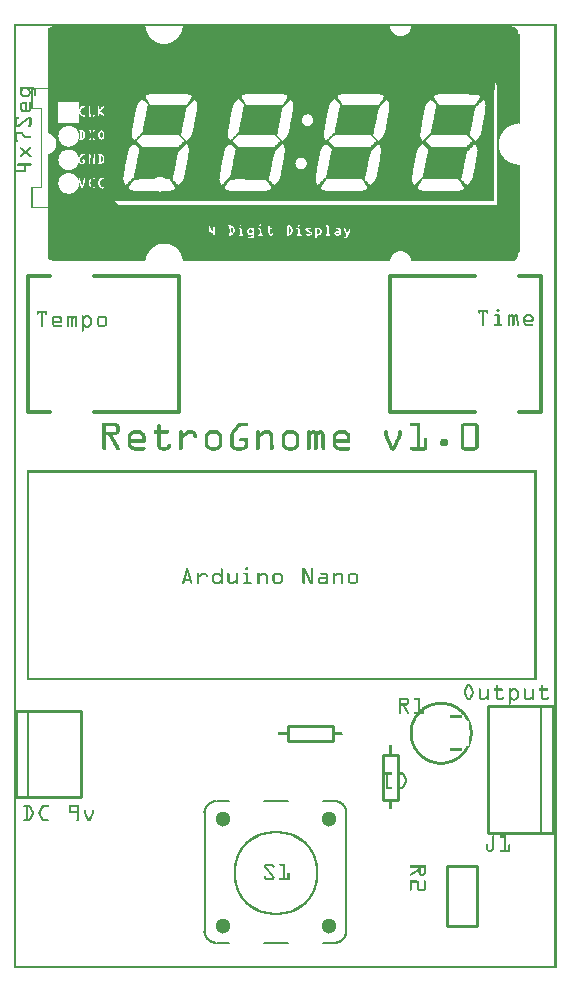
<source format=gto>
G04 MADE WITH FRITZING*
G04 WWW.FRITZING.ORG*
G04 DOUBLE SIDED*
G04 HOLES PLATED*
G04 CONTOUR ON CENTER OF CONTOUR VECTOR*
%ASAXBY*%
%FSLAX23Y23*%
%MOIN*%
%OFA0B0*%
%SFA1.0B1.0*%
%ADD10C,0.283590X0.26759*%
%ADD11C,0.051181X-0.0039371*%
%ADD12C,0.008000*%
%ADD13C,0.010000*%
%ADD14C,0.005000*%
%ADD15C,0.012500*%
%ADD16R,0.001000X0.001000*%
%LNSILK1*%
G90*
G70*
G54D10*
X873Y321D03*
G54D11*
X1050Y498D03*
X1050Y144D03*
X696Y144D03*
X696Y498D03*
G54D12*
X1031Y558D02*
X1070Y558D01*
D02*
X1109Y518D02*
X1109Y124D01*
D02*
X1070Y85D02*
X1031Y85D01*
D02*
X913Y85D02*
X834Y85D01*
D02*
X716Y85D02*
X676Y85D01*
D02*
X637Y124D02*
X637Y518D01*
D02*
X676Y558D02*
X716Y558D01*
D02*
X834Y558D02*
X913Y558D01*
G54D13*
D02*
X913Y808D02*
X1063Y808D01*
D02*
X1063Y808D02*
X1063Y758D01*
D02*
X1063Y758D02*
X913Y758D01*
D02*
X913Y758D02*
X913Y808D01*
D02*
X1281Y714D02*
X1281Y564D01*
D02*
X1281Y564D02*
X1231Y564D01*
D02*
X1231Y564D02*
X1231Y714D01*
D02*
X1231Y714D02*
X1281Y714D01*
D02*
X223Y572D02*
X223Y858D01*
D02*
X223Y858D02*
X7Y858D01*
D02*
X7Y858D02*
X7Y572D01*
D02*
X7Y572D02*
X223Y572D01*
G54D14*
D02*
X47Y858D02*
X47Y572D01*
G54D13*
D02*
X1582Y877D02*
X1582Y454D01*
D02*
X1582Y454D02*
X1798Y454D01*
D02*
X1798Y454D02*
X1798Y877D01*
D02*
X1798Y877D02*
X1582Y877D01*
G54D14*
D02*
X1758Y454D02*
X1758Y877D01*
G54D13*
D02*
X1443Y343D02*
X1443Y143D01*
D02*
X1443Y143D02*
X1543Y143D01*
D02*
X1543Y143D02*
X1543Y343D01*
D02*
X1543Y343D02*
X1443Y343D01*
G54D15*
X120Y1857D02*
X48Y1857D01*
X48Y2309D01*
X120Y2309D01*
D02*
X268Y2309D02*
X551Y2309D01*
X551Y1857D01*
X268Y1857D01*
D02*
X1685Y2310D02*
X1757Y2310D01*
X1757Y1857D01*
X1685Y1857D01*
D02*
X1537Y1857D02*
X1254Y1857D01*
X1254Y2310D01*
X1537Y2310D01*
D02*
G54D16*
X0Y3150D02*
X1810Y3150D01*
X0Y3149D02*
X1810Y3149D01*
X0Y3148D02*
X1810Y3148D01*
X0Y3147D02*
X1810Y3147D01*
X0Y3146D02*
X1810Y3146D01*
X0Y3145D02*
X1810Y3145D01*
X0Y3144D02*
X1810Y3144D01*
X0Y3143D02*
X1810Y3143D01*
X0Y3142D02*
X7Y3142D01*
X136Y3142D02*
X438Y3142D01*
X565Y3142D02*
X1253Y3142D01*
X1324Y3142D02*
X1642Y3142D01*
X1803Y3142D02*
X1810Y3142D01*
X0Y3141D02*
X7Y3141D01*
X128Y3141D02*
X438Y3141D01*
X565Y3141D02*
X1254Y3141D01*
X1324Y3141D02*
X1660Y3141D01*
X1803Y3141D02*
X1810Y3141D01*
X0Y3140D02*
X7Y3140D01*
X125Y3140D02*
X439Y3140D01*
X565Y3140D02*
X1254Y3140D01*
X1324Y3140D02*
X1666Y3140D01*
X1803Y3140D02*
X1810Y3140D01*
X0Y3139D02*
X7Y3139D01*
X123Y3139D02*
X439Y3139D01*
X564Y3139D02*
X1254Y3139D01*
X1324Y3139D02*
X1668Y3139D01*
X1803Y3139D02*
X1810Y3139D01*
X0Y3138D02*
X7Y3138D01*
X122Y3138D02*
X439Y3138D01*
X564Y3138D02*
X1254Y3138D01*
X1324Y3138D02*
X1670Y3138D01*
X1803Y3138D02*
X1810Y3138D01*
X0Y3137D02*
X7Y3137D01*
X120Y3137D02*
X439Y3137D01*
X564Y3137D02*
X1255Y3137D01*
X1324Y3137D02*
X1672Y3137D01*
X1803Y3137D02*
X1810Y3137D01*
X0Y3136D02*
X7Y3136D01*
X119Y3136D02*
X440Y3136D01*
X564Y3136D02*
X1255Y3136D01*
X1324Y3136D02*
X1673Y3136D01*
X1803Y3136D02*
X1810Y3136D01*
X0Y3135D02*
X7Y3135D01*
X118Y3135D02*
X440Y3135D01*
X563Y3135D02*
X1255Y3135D01*
X1324Y3135D02*
X1674Y3135D01*
X1803Y3135D02*
X1810Y3135D01*
X0Y3134D02*
X7Y3134D01*
X116Y3134D02*
X440Y3134D01*
X563Y3134D02*
X1255Y3134D01*
X1324Y3134D02*
X1675Y3134D01*
X1803Y3134D02*
X1810Y3134D01*
X0Y3133D02*
X7Y3133D01*
X115Y3133D02*
X440Y3133D01*
X563Y3133D02*
X1256Y3133D01*
X1324Y3133D02*
X1676Y3133D01*
X1803Y3133D02*
X1810Y3133D01*
X0Y3132D02*
X7Y3132D01*
X114Y3132D02*
X441Y3132D01*
X563Y3132D02*
X1256Y3132D01*
X1323Y3132D02*
X1677Y3132D01*
X1803Y3132D02*
X1810Y3132D01*
X0Y3131D02*
X7Y3131D01*
X114Y3131D02*
X441Y3131D01*
X562Y3131D02*
X1257Y3131D01*
X1323Y3131D02*
X1678Y3131D01*
X1803Y3131D02*
X1810Y3131D01*
X0Y3130D02*
X7Y3130D01*
X114Y3130D02*
X441Y3130D01*
X562Y3130D02*
X1257Y3130D01*
X1323Y3130D02*
X1678Y3130D01*
X1803Y3130D02*
X1810Y3130D01*
X0Y3129D02*
X7Y3129D01*
X114Y3129D02*
X441Y3129D01*
X562Y3129D02*
X1258Y3129D01*
X1323Y3129D02*
X1679Y3129D01*
X1803Y3129D02*
X1810Y3129D01*
X0Y3128D02*
X7Y3128D01*
X114Y3128D02*
X442Y3128D01*
X562Y3128D02*
X1258Y3128D01*
X1322Y3128D02*
X1680Y3128D01*
X1803Y3128D02*
X1810Y3128D01*
X0Y3127D02*
X7Y3127D01*
X114Y3127D02*
X442Y3127D01*
X561Y3127D02*
X1259Y3127D01*
X1322Y3127D02*
X1680Y3127D01*
X1803Y3127D02*
X1810Y3127D01*
X0Y3126D02*
X7Y3126D01*
X114Y3126D02*
X442Y3126D01*
X561Y3126D02*
X1259Y3126D01*
X1321Y3126D02*
X1681Y3126D01*
X1803Y3126D02*
X1810Y3126D01*
X0Y3125D02*
X7Y3125D01*
X114Y3125D02*
X443Y3125D01*
X561Y3125D02*
X1260Y3125D01*
X1320Y3125D02*
X1681Y3125D01*
X1803Y3125D02*
X1810Y3125D01*
X0Y3124D02*
X7Y3124D01*
X114Y3124D02*
X443Y3124D01*
X560Y3124D02*
X1261Y3124D01*
X1320Y3124D02*
X1681Y3124D01*
X1803Y3124D02*
X1810Y3124D01*
X0Y3123D02*
X7Y3123D01*
X114Y3123D02*
X444Y3123D01*
X560Y3123D02*
X1262Y3123D01*
X1319Y3123D02*
X1682Y3123D01*
X1803Y3123D02*
X1810Y3123D01*
X0Y3122D02*
X7Y3122D01*
X114Y3122D02*
X444Y3122D01*
X559Y3122D02*
X1262Y3122D01*
X1318Y3122D02*
X1682Y3122D01*
X1685Y3122D02*
X1685Y3122D01*
X1803Y3122D02*
X1810Y3122D01*
X0Y3121D02*
X7Y3121D01*
X114Y3121D02*
X444Y3121D01*
X559Y3121D02*
X1263Y3121D01*
X1318Y3121D02*
X1682Y3121D01*
X1685Y3121D02*
X1685Y3121D01*
X1803Y3121D02*
X1810Y3121D01*
X0Y3120D02*
X7Y3120D01*
X114Y3120D02*
X445Y3120D01*
X559Y3120D02*
X1264Y3120D01*
X1317Y3120D02*
X1682Y3120D01*
X1685Y3120D02*
X1685Y3120D01*
X1803Y3120D02*
X1810Y3120D01*
X0Y3119D02*
X7Y3119D01*
X114Y3119D02*
X445Y3119D01*
X558Y3119D02*
X1266Y3119D01*
X1316Y3119D02*
X1682Y3119D01*
X1685Y3119D02*
X1685Y3119D01*
X1803Y3119D02*
X1810Y3119D01*
X0Y3118D02*
X7Y3118D01*
X114Y3118D02*
X446Y3118D01*
X558Y3118D02*
X1267Y3118D01*
X1315Y3118D02*
X1682Y3118D01*
X1685Y3118D02*
X1685Y3118D01*
X1803Y3118D02*
X1810Y3118D01*
X0Y3117D02*
X7Y3117D01*
X114Y3117D02*
X446Y3117D01*
X557Y3117D02*
X1268Y3117D01*
X1313Y3117D02*
X1685Y3117D01*
X1803Y3117D02*
X1810Y3117D01*
X0Y3116D02*
X7Y3116D01*
X114Y3116D02*
X447Y3116D01*
X557Y3116D02*
X1269Y3116D01*
X1312Y3116D02*
X1685Y3116D01*
X1803Y3116D02*
X1810Y3116D01*
X0Y3115D02*
X7Y3115D01*
X114Y3115D02*
X447Y3115D01*
X556Y3115D02*
X1271Y3115D01*
X1311Y3115D02*
X1685Y3115D01*
X1803Y3115D02*
X1810Y3115D01*
X0Y3114D02*
X7Y3114D01*
X114Y3114D02*
X448Y3114D01*
X555Y3114D02*
X1272Y3114D01*
X1309Y3114D02*
X1686Y3114D01*
X1803Y3114D02*
X1810Y3114D01*
X0Y3113D02*
X7Y3113D01*
X114Y3113D02*
X449Y3113D01*
X555Y3113D02*
X1274Y3113D01*
X1307Y3113D02*
X1686Y3113D01*
X1803Y3113D02*
X1810Y3113D01*
X0Y3112D02*
X7Y3112D01*
X114Y3112D02*
X449Y3112D01*
X554Y3112D02*
X1276Y3112D01*
X1305Y3112D02*
X1686Y3112D01*
X1803Y3112D02*
X1810Y3112D01*
X0Y3111D02*
X7Y3111D01*
X114Y3111D02*
X450Y3111D01*
X553Y3111D02*
X1278Y3111D01*
X1303Y3111D02*
X1686Y3111D01*
X1803Y3111D02*
X1810Y3111D01*
X0Y3110D02*
X7Y3110D01*
X114Y3110D02*
X450Y3110D01*
X553Y3110D02*
X1281Y3110D01*
X1300Y3110D02*
X1686Y3110D01*
X1803Y3110D02*
X1810Y3110D01*
X0Y3109D02*
X7Y3109D01*
X114Y3109D02*
X451Y3109D01*
X552Y3109D02*
X1285Y3109D01*
X1295Y3109D02*
X1686Y3109D01*
X1803Y3109D02*
X1810Y3109D01*
X0Y3108D02*
X7Y3108D01*
X114Y3108D02*
X452Y3108D01*
X551Y3108D02*
X1686Y3108D01*
X1803Y3108D02*
X1810Y3108D01*
X0Y3107D02*
X7Y3107D01*
X114Y3107D02*
X453Y3107D01*
X550Y3107D02*
X1686Y3107D01*
X1803Y3107D02*
X1810Y3107D01*
X0Y3106D02*
X7Y3106D01*
X114Y3106D02*
X453Y3106D01*
X550Y3106D02*
X1686Y3106D01*
X1803Y3106D02*
X1810Y3106D01*
X0Y3105D02*
X7Y3105D01*
X114Y3105D02*
X454Y3105D01*
X549Y3105D02*
X1686Y3105D01*
X1803Y3105D02*
X1810Y3105D01*
X0Y3104D02*
X7Y3104D01*
X114Y3104D02*
X455Y3104D01*
X548Y3104D02*
X1686Y3104D01*
X1803Y3104D02*
X1810Y3104D01*
X0Y3103D02*
X7Y3103D01*
X114Y3103D02*
X456Y3103D01*
X547Y3103D02*
X1686Y3103D01*
X1803Y3103D02*
X1810Y3103D01*
X0Y3102D02*
X7Y3102D01*
X114Y3102D02*
X457Y3102D01*
X546Y3102D02*
X1686Y3102D01*
X1803Y3102D02*
X1810Y3102D01*
X0Y3101D02*
X7Y3101D01*
X114Y3101D02*
X458Y3101D01*
X545Y3101D02*
X1686Y3101D01*
X1803Y3101D02*
X1810Y3101D01*
X0Y3100D02*
X7Y3100D01*
X114Y3100D02*
X459Y3100D01*
X544Y3100D02*
X1686Y3100D01*
X1803Y3100D02*
X1810Y3100D01*
X0Y3099D02*
X7Y3099D01*
X114Y3099D02*
X460Y3099D01*
X543Y3099D02*
X1686Y3099D01*
X1803Y3099D02*
X1810Y3099D01*
X0Y3098D02*
X7Y3098D01*
X114Y3098D02*
X461Y3098D01*
X542Y3098D02*
X1686Y3098D01*
X1803Y3098D02*
X1810Y3098D01*
X0Y3097D02*
X7Y3097D01*
X114Y3097D02*
X462Y3097D01*
X540Y3097D02*
X1686Y3097D01*
X1803Y3097D02*
X1810Y3097D01*
X0Y3096D02*
X7Y3096D01*
X114Y3096D02*
X463Y3096D01*
X539Y3096D02*
X1686Y3096D01*
X1803Y3096D02*
X1810Y3096D01*
X0Y3095D02*
X7Y3095D01*
X114Y3095D02*
X464Y3095D01*
X538Y3095D02*
X1686Y3095D01*
X1803Y3095D02*
X1810Y3095D01*
X0Y3094D02*
X7Y3094D01*
X114Y3094D02*
X466Y3094D01*
X536Y3094D02*
X1686Y3094D01*
X1803Y3094D02*
X1810Y3094D01*
X0Y3093D02*
X7Y3093D01*
X114Y3093D02*
X467Y3093D01*
X535Y3093D02*
X1686Y3093D01*
X1803Y3093D02*
X1810Y3093D01*
X0Y3092D02*
X7Y3092D01*
X114Y3092D02*
X469Y3092D01*
X533Y3092D02*
X1686Y3092D01*
X1803Y3092D02*
X1810Y3092D01*
X0Y3091D02*
X7Y3091D01*
X114Y3091D02*
X470Y3091D01*
X532Y3091D02*
X1686Y3091D01*
X1803Y3091D02*
X1810Y3091D01*
X0Y3090D02*
X7Y3090D01*
X114Y3090D02*
X472Y3090D01*
X530Y3090D02*
X1686Y3090D01*
X1803Y3090D02*
X1810Y3090D01*
X0Y3089D02*
X7Y3089D01*
X114Y3089D02*
X474Y3089D01*
X528Y3089D02*
X1686Y3089D01*
X1803Y3089D02*
X1810Y3089D01*
X0Y3088D02*
X7Y3088D01*
X114Y3088D02*
X476Y3088D01*
X526Y3088D02*
X1686Y3088D01*
X1803Y3088D02*
X1810Y3088D01*
X0Y3087D02*
X7Y3087D01*
X114Y3087D02*
X478Y3087D01*
X524Y3087D02*
X1686Y3087D01*
X1803Y3087D02*
X1810Y3087D01*
X0Y3086D02*
X7Y3086D01*
X114Y3086D02*
X480Y3086D01*
X521Y3086D02*
X1686Y3086D01*
X1803Y3086D02*
X1810Y3086D01*
X0Y3085D02*
X7Y3085D01*
X114Y3085D02*
X483Y3085D01*
X518Y3085D02*
X1686Y3085D01*
X1803Y3085D02*
X1810Y3085D01*
X0Y3084D02*
X7Y3084D01*
X114Y3084D02*
X487Y3084D01*
X515Y3084D02*
X1686Y3084D01*
X1803Y3084D02*
X1810Y3084D01*
X0Y3083D02*
X7Y3083D01*
X114Y3083D02*
X491Y3083D01*
X510Y3083D02*
X1686Y3083D01*
X1803Y3083D02*
X1810Y3083D01*
X0Y3082D02*
X7Y3082D01*
X114Y3082D02*
X1686Y3082D01*
X1803Y3082D02*
X1810Y3082D01*
X0Y3081D02*
X7Y3081D01*
X114Y3081D02*
X1686Y3081D01*
X1803Y3081D02*
X1810Y3081D01*
X0Y3080D02*
X7Y3080D01*
X114Y3080D02*
X1686Y3080D01*
X1803Y3080D02*
X1810Y3080D01*
X0Y3079D02*
X7Y3079D01*
X114Y3079D02*
X1686Y3079D01*
X1803Y3079D02*
X1810Y3079D01*
X0Y3078D02*
X7Y3078D01*
X114Y3078D02*
X1686Y3078D01*
X1803Y3078D02*
X1810Y3078D01*
X0Y3077D02*
X7Y3077D01*
X114Y3077D02*
X1686Y3077D01*
X1803Y3077D02*
X1810Y3077D01*
X0Y3076D02*
X7Y3076D01*
X114Y3076D02*
X1686Y3076D01*
X1803Y3076D02*
X1810Y3076D01*
X0Y3075D02*
X7Y3075D01*
X114Y3075D02*
X1686Y3075D01*
X1803Y3075D02*
X1810Y3075D01*
X0Y3074D02*
X7Y3074D01*
X114Y3074D02*
X1686Y3074D01*
X1803Y3074D02*
X1810Y3074D01*
X0Y3073D02*
X7Y3073D01*
X114Y3073D02*
X1686Y3073D01*
X1803Y3073D02*
X1810Y3073D01*
X0Y3072D02*
X7Y3072D01*
X114Y3072D02*
X1686Y3072D01*
X1803Y3072D02*
X1810Y3072D01*
X0Y3071D02*
X7Y3071D01*
X114Y3071D02*
X1686Y3071D01*
X1803Y3071D02*
X1810Y3071D01*
X0Y3070D02*
X7Y3070D01*
X114Y3070D02*
X1686Y3070D01*
X1803Y3070D02*
X1810Y3070D01*
X0Y3069D02*
X7Y3069D01*
X114Y3069D02*
X1686Y3069D01*
X1803Y3069D02*
X1810Y3069D01*
X0Y3068D02*
X7Y3068D01*
X114Y3068D02*
X1686Y3068D01*
X1803Y3068D02*
X1810Y3068D01*
X0Y3067D02*
X7Y3067D01*
X114Y3067D02*
X1686Y3067D01*
X1803Y3067D02*
X1810Y3067D01*
X0Y3066D02*
X7Y3066D01*
X114Y3066D02*
X1686Y3066D01*
X1803Y3066D02*
X1810Y3066D01*
X0Y3065D02*
X7Y3065D01*
X114Y3065D02*
X1686Y3065D01*
X1803Y3065D02*
X1810Y3065D01*
X0Y3064D02*
X7Y3064D01*
X114Y3064D02*
X1686Y3064D01*
X1803Y3064D02*
X1810Y3064D01*
X0Y3063D02*
X7Y3063D01*
X114Y3063D02*
X1686Y3063D01*
X1803Y3063D02*
X1810Y3063D01*
X0Y3062D02*
X7Y3062D01*
X114Y3062D02*
X1686Y3062D01*
X1803Y3062D02*
X1810Y3062D01*
X0Y3061D02*
X7Y3061D01*
X114Y3061D02*
X1686Y3061D01*
X1803Y3061D02*
X1810Y3061D01*
X0Y3060D02*
X7Y3060D01*
X114Y3060D02*
X1686Y3060D01*
X1803Y3060D02*
X1810Y3060D01*
X0Y3059D02*
X7Y3059D01*
X114Y3059D02*
X1686Y3059D01*
X1803Y3059D02*
X1810Y3059D01*
X0Y3058D02*
X7Y3058D01*
X114Y3058D02*
X1686Y3058D01*
X1803Y3058D02*
X1810Y3058D01*
X0Y3057D02*
X7Y3057D01*
X114Y3057D02*
X1686Y3057D01*
X1803Y3057D02*
X1810Y3057D01*
X0Y3056D02*
X7Y3056D01*
X114Y3056D02*
X1686Y3056D01*
X1803Y3056D02*
X1810Y3056D01*
X0Y3055D02*
X7Y3055D01*
X114Y3055D02*
X1686Y3055D01*
X1803Y3055D02*
X1810Y3055D01*
X0Y3054D02*
X7Y3054D01*
X114Y3054D02*
X1686Y3054D01*
X1803Y3054D02*
X1810Y3054D01*
X0Y3053D02*
X7Y3053D01*
X114Y3053D02*
X1686Y3053D01*
X1803Y3053D02*
X1810Y3053D01*
X0Y3052D02*
X7Y3052D01*
X114Y3052D02*
X1686Y3052D01*
X1803Y3052D02*
X1810Y3052D01*
X0Y3051D02*
X7Y3051D01*
X114Y3051D02*
X1686Y3051D01*
X1803Y3051D02*
X1810Y3051D01*
X0Y3050D02*
X7Y3050D01*
X114Y3050D02*
X114Y3050D01*
X116Y3050D02*
X1686Y3050D01*
X1803Y3050D02*
X1810Y3050D01*
X0Y3049D02*
X7Y3049D01*
X114Y3049D02*
X114Y3049D01*
X116Y3049D02*
X1686Y3049D01*
X1803Y3049D02*
X1810Y3049D01*
X0Y3048D02*
X7Y3048D01*
X114Y3048D02*
X114Y3048D01*
X116Y3048D02*
X1686Y3048D01*
X1803Y3048D02*
X1810Y3048D01*
X0Y3047D02*
X7Y3047D01*
X114Y3047D02*
X114Y3047D01*
X116Y3047D02*
X1686Y3047D01*
X1803Y3047D02*
X1810Y3047D01*
X0Y3046D02*
X7Y3046D01*
X114Y3046D02*
X114Y3046D01*
X116Y3046D02*
X1686Y3046D01*
X1803Y3046D02*
X1810Y3046D01*
X0Y3045D02*
X7Y3045D01*
X114Y3045D02*
X114Y3045D01*
X116Y3045D02*
X1686Y3045D01*
X1803Y3045D02*
X1810Y3045D01*
X0Y3044D02*
X7Y3044D01*
X114Y3044D02*
X114Y3044D01*
X116Y3044D02*
X1686Y3044D01*
X1803Y3044D02*
X1810Y3044D01*
X0Y3043D02*
X7Y3043D01*
X114Y3043D02*
X114Y3043D01*
X116Y3043D02*
X1686Y3043D01*
X1803Y3043D02*
X1810Y3043D01*
X0Y3042D02*
X7Y3042D01*
X114Y3042D02*
X114Y3042D01*
X116Y3042D02*
X1686Y3042D01*
X1803Y3042D02*
X1810Y3042D01*
X0Y3041D02*
X7Y3041D01*
X114Y3041D02*
X114Y3041D01*
X116Y3041D02*
X1686Y3041D01*
X1803Y3041D02*
X1810Y3041D01*
X0Y3040D02*
X7Y3040D01*
X114Y3040D02*
X114Y3040D01*
X116Y3040D02*
X1686Y3040D01*
X1803Y3040D02*
X1810Y3040D01*
X0Y3039D02*
X7Y3039D01*
X114Y3039D02*
X114Y3039D01*
X116Y3039D02*
X1686Y3039D01*
X1803Y3039D02*
X1810Y3039D01*
X0Y3038D02*
X7Y3038D01*
X114Y3038D02*
X114Y3038D01*
X116Y3038D02*
X1686Y3038D01*
X1803Y3038D02*
X1810Y3038D01*
X0Y3037D02*
X7Y3037D01*
X114Y3037D02*
X114Y3037D01*
X116Y3037D02*
X1686Y3037D01*
X1803Y3037D02*
X1810Y3037D01*
X0Y3036D02*
X7Y3036D01*
X114Y3036D02*
X114Y3036D01*
X116Y3036D02*
X1686Y3036D01*
X1803Y3036D02*
X1810Y3036D01*
X0Y3035D02*
X7Y3035D01*
X114Y3035D02*
X114Y3035D01*
X116Y3035D02*
X1686Y3035D01*
X1803Y3035D02*
X1810Y3035D01*
X0Y3034D02*
X7Y3034D01*
X114Y3034D02*
X114Y3034D01*
X116Y3034D02*
X1686Y3034D01*
X1803Y3034D02*
X1810Y3034D01*
X0Y3033D02*
X7Y3033D01*
X114Y3033D02*
X114Y3033D01*
X116Y3033D02*
X1686Y3033D01*
X1803Y3033D02*
X1810Y3033D01*
X0Y3032D02*
X7Y3032D01*
X114Y3032D02*
X114Y3032D01*
X116Y3032D02*
X1686Y3032D01*
X1803Y3032D02*
X1810Y3032D01*
X0Y3031D02*
X7Y3031D01*
X114Y3031D02*
X114Y3031D01*
X116Y3031D02*
X1686Y3031D01*
X1803Y3031D02*
X1810Y3031D01*
X0Y3030D02*
X7Y3030D01*
X114Y3030D02*
X114Y3030D01*
X116Y3030D02*
X1686Y3030D01*
X1803Y3030D02*
X1810Y3030D01*
X0Y3029D02*
X7Y3029D01*
X114Y3029D02*
X114Y3029D01*
X116Y3029D02*
X1686Y3029D01*
X1803Y3029D02*
X1810Y3029D01*
X0Y3028D02*
X7Y3028D01*
X114Y3028D02*
X114Y3028D01*
X116Y3028D02*
X1686Y3028D01*
X1803Y3028D02*
X1810Y3028D01*
X0Y3027D02*
X7Y3027D01*
X114Y3027D02*
X114Y3027D01*
X116Y3027D02*
X1687Y3027D01*
X1803Y3027D02*
X1810Y3027D01*
X0Y3026D02*
X7Y3026D01*
X114Y3026D02*
X114Y3026D01*
X116Y3026D02*
X1687Y3026D01*
X1803Y3026D02*
X1810Y3026D01*
X0Y3025D02*
X7Y3025D01*
X114Y3025D02*
X114Y3025D01*
X116Y3025D02*
X1687Y3025D01*
X1803Y3025D02*
X1810Y3025D01*
X0Y3024D02*
X7Y3024D01*
X114Y3024D02*
X114Y3024D01*
X116Y3024D02*
X1687Y3024D01*
X1803Y3024D02*
X1810Y3024D01*
X0Y3023D02*
X7Y3023D01*
X114Y3023D02*
X114Y3023D01*
X116Y3023D02*
X1687Y3023D01*
X1803Y3023D02*
X1810Y3023D01*
X0Y3022D02*
X7Y3022D01*
X114Y3022D02*
X114Y3022D01*
X116Y3022D02*
X1687Y3022D01*
X1803Y3022D02*
X1810Y3022D01*
X0Y3021D02*
X7Y3021D01*
X114Y3021D02*
X114Y3021D01*
X116Y3021D02*
X1687Y3021D01*
X1803Y3021D02*
X1810Y3021D01*
X0Y3020D02*
X7Y3020D01*
X114Y3020D02*
X114Y3020D01*
X116Y3020D02*
X1687Y3020D01*
X1803Y3020D02*
X1810Y3020D01*
X0Y3019D02*
X7Y3019D01*
X114Y3019D02*
X114Y3019D01*
X116Y3019D02*
X1687Y3019D01*
X1803Y3019D02*
X1810Y3019D01*
X0Y3018D02*
X7Y3018D01*
X114Y3018D02*
X114Y3018D01*
X116Y3018D02*
X1687Y3018D01*
X1803Y3018D02*
X1810Y3018D01*
X0Y3017D02*
X7Y3017D01*
X114Y3017D02*
X114Y3017D01*
X116Y3017D02*
X1687Y3017D01*
X1803Y3017D02*
X1810Y3017D01*
X0Y3016D02*
X7Y3016D01*
X114Y3016D02*
X114Y3016D01*
X116Y3016D02*
X1687Y3016D01*
X1803Y3016D02*
X1810Y3016D01*
X0Y3015D02*
X7Y3015D01*
X114Y3015D02*
X114Y3015D01*
X116Y3015D02*
X1687Y3015D01*
X1803Y3015D02*
X1810Y3015D01*
X0Y3014D02*
X7Y3014D01*
X114Y3014D02*
X114Y3014D01*
X116Y3014D02*
X1687Y3014D01*
X1803Y3014D02*
X1810Y3014D01*
X0Y3013D02*
X7Y3013D01*
X114Y3013D02*
X114Y3013D01*
X116Y3013D02*
X1687Y3013D01*
X1803Y3013D02*
X1810Y3013D01*
X0Y3012D02*
X7Y3012D01*
X114Y3012D02*
X114Y3012D01*
X116Y3012D02*
X1687Y3012D01*
X1803Y3012D02*
X1810Y3012D01*
X0Y3011D02*
X7Y3011D01*
X114Y3011D02*
X114Y3011D01*
X116Y3011D02*
X1687Y3011D01*
X1803Y3011D02*
X1810Y3011D01*
X0Y3010D02*
X7Y3010D01*
X114Y3010D02*
X114Y3010D01*
X116Y3010D02*
X1687Y3010D01*
X1803Y3010D02*
X1810Y3010D01*
X0Y3009D02*
X7Y3009D01*
X114Y3009D02*
X114Y3009D01*
X116Y3009D02*
X1687Y3009D01*
X1803Y3009D02*
X1810Y3009D01*
X0Y3008D02*
X7Y3008D01*
X114Y3008D02*
X114Y3008D01*
X116Y3008D02*
X1687Y3008D01*
X1803Y3008D02*
X1810Y3008D01*
X0Y3007D02*
X7Y3007D01*
X114Y3007D02*
X114Y3007D01*
X116Y3007D02*
X1687Y3007D01*
X1803Y3007D02*
X1810Y3007D01*
X0Y3006D02*
X7Y3006D01*
X114Y3006D02*
X114Y3006D01*
X116Y3006D02*
X1687Y3006D01*
X1803Y3006D02*
X1810Y3006D01*
X0Y3005D02*
X7Y3005D01*
X114Y3005D02*
X114Y3005D01*
X116Y3005D02*
X1687Y3005D01*
X1803Y3005D02*
X1810Y3005D01*
X0Y3004D02*
X7Y3004D01*
X114Y3004D02*
X114Y3004D01*
X116Y3004D02*
X1687Y3004D01*
X1803Y3004D02*
X1810Y3004D01*
X0Y3003D02*
X7Y3003D01*
X114Y3003D02*
X114Y3003D01*
X116Y3003D02*
X1687Y3003D01*
X1803Y3003D02*
X1810Y3003D01*
X0Y3002D02*
X7Y3002D01*
X114Y3002D02*
X114Y3002D01*
X116Y3002D02*
X1687Y3002D01*
X1803Y3002D02*
X1810Y3002D01*
X0Y3001D02*
X7Y3001D01*
X114Y3001D02*
X114Y3001D01*
X116Y3001D02*
X1687Y3001D01*
X1803Y3001D02*
X1810Y3001D01*
X0Y3000D02*
X7Y3000D01*
X114Y3000D02*
X114Y3000D01*
X116Y3000D02*
X1687Y3000D01*
X1803Y3000D02*
X1810Y3000D01*
X0Y2999D02*
X7Y2999D01*
X114Y2999D02*
X114Y2999D01*
X116Y2999D02*
X1687Y2999D01*
X1803Y2999D02*
X1810Y2999D01*
X0Y2998D02*
X7Y2998D01*
X114Y2998D02*
X114Y2998D01*
X116Y2998D02*
X1687Y2998D01*
X1803Y2998D02*
X1810Y2998D01*
X0Y2997D02*
X7Y2997D01*
X114Y2997D02*
X114Y2997D01*
X116Y2997D02*
X1687Y2997D01*
X1803Y2997D02*
X1810Y2997D01*
X0Y2996D02*
X7Y2996D01*
X114Y2996D02*
X114Y2996D01*
X116Y2996D02*
X1687Y2996D01*
X1803Y2996D02*
X1810Y2996D01*
X0Y2995D02*
X7Y2995D01*
X114Y2995D02*
X114Y2995D01*
X116Y2995D02*
X1687Y2995D01*
X1803Y2995D02*
X1810Y2995D01*
X0Y2994D02*
X7Y2994D01*
X114Y2994D02*
X114Y2994D01*
X116Y2994D02*
X1687Y2994D01*
X1803Y2994D02*
X1810Y2994D01*
X0Y2993D02*
X7Y2993D01*
X114Y2993D02*
X114Y2993D01*
X116Y2993D02*
X1687Y2993D01*
X1803Y2993D02*
X1810Y2993D01*
X0Y2992D02*
X7Y2992D01*
X114Y2992D02*
X114Y2992D01*
X116Y2992D02*
X1687Y2992D01*
X1803Y2992D02*
X1810Y2992D01*
X0Y2991D02*
X7Y2991D01*
X114Y2991D02*
X114Y2991D01*
X116Y2991D02*
X1687Y2991D01*
X1803Y2991D02*
X1810Y2991D01*
X0Y2990D02*
X7Y2990D01*
X114Y2990D02*
X114Y2990D01*
X116Y2990D02*
X1687Y2990D01*
X1803Y2990D02*
X1810Y2990D01*
X0Y2989D02*
X7Y2989D01*
X114Y2989D02*
X114Y2989D01*
X116Y2989D02*
X1687Y2989D01*
X1803Y2989D02*
X1810Y2989D01*
X0Y2988D02*
X7Y2988D01*
X114Y2988D02*
X114Y2988D01*
X116Y2988D02*
X1687Y2988D01*
X1803Y2988D02*
X1810Y2988D01*
X0Y2987D02*
X7Y2987D01*
X114Y2987D02*
X114Y2987D01*
X116Y2987D02*
X1687Y2987D01*
X1803Y2987D02*
X1810Y2987D01*
X0Y2986D02*
X7Y2986D01*
X114Y2986D02*
X114Y2986D01*
X116Y2986D02*
X1687Y2986D01*
X1803Y2986D02*
X1810Y2986D01*
X0Y2985D02*
X7Y2985D01*
X114Y2985D02*
X114Y2985D01*
X116Y2985D02*
X1687Y2985D01*
X1803Y2985D02*
X1810Y2985D01*
X0Y2984D02*
X7Y2984D01*
X114Y2984D02*
X114Y2984D01*
X116Y2984D02*
X1687Y2984D01*
X1803Y2984D02*
X1810Y2984D01*
X0Y2983D02*
X7Y2983D01*
X114Y2983D02*
X114Y2983D01*
X116Y2983D02*
X1687Y2983D01*
X1803Y2983D02*
X1810Y2983D01*
X0Y2982D02*
X7Y2982D01*
X114Y2982D02*
X114Y2982D01*
X116Y2982D02*
X1687Y2982D01*
X1803Y2982D02*
X1810Y2982D01*
X0Y2981D02*
X7Y2981D01*
X114Y2981D02*
X114Y2981D01*
X116Y2981D02*
X1687Y2981D01*
X1803Y2981D02*
X1810Y2981D01*
X0Y2980D02*
X7Y2980D01*
X114Y2980D02*
X114Y2980D01*
X116Y2980D02*
X1687Y2980D01*
X1803Y2980D02*
X1810Y2980D01*
X0Y2979D02*
X7Y2979D01*
X114Y2979D02*
X114Y2979D01*
X116Y2979D02*
X1687Y2979D01*
X1803Y2979D02*
X1810Y2979D01*
X0Y2978D02*
X7Y2978D01*
X114Y2978D02*
X114Y2978D01*
X116Y2978D02*
X1687Y2978D01*
X1803Y2978D02*
X1810Y2978D01*
X0Y2977D02*
X7Y2977D01*
X114Y2977D02*
X114Y2977D01*
X116Y2977D02*
X1687Y2977D01*
X1803Y2977D02*
X1810Y2977D01*
X0Y2976D02*
X7Y2976D01*
X114Y2976D02*
X114Y2976D01*
X116Y2976D02*
X1687Y2976D01*
X1803Y2976D02*
X1810Y2976D01*
X0Y2975D02*
X7Y2975D01*
X114Y2975D02*
X114Y2975D01*
X116Y2975D02*
X1687Y2975D01*
X1803Y2975D02*
X1810Y2975D01*
X0Y2974D02*
X7Y2974D01*
X114Y2974D02*
X114Y2974D01*
X116Y2974D02*
X1687Y2974D01*
X1803Y2974D02*
X1810Y2974D01*
X0Y2973D02*
X7Y2973D01*
X114Y2973D02*
X114Y2973D01*
X116Y2973D02*
X1687Y2973D01*
X1803Y2973D02*
X1810Y2973D01*
X0Y2972D02*
X7Y2972D01*
X114Y2972D02*
X114Y2972D01*
X116Y2972D02*
X1687Y2972D01*
X1803Y2972D02*
X1810Y2972D01*
X0Y2971D02*
X7Y2971D01*
X114Y2971D02*
X114Y2971D01*
X116Y2971D02*
X1687Y2971D01*
X1803Y2971D02*
X1810Y2971D01*
X0Y2970D02*
X7Y2970D01*
X114Y2970D02*
X114Y2970D01*
X116Y2970D02*
X1687Y2970D01*
X1803Y2970D02*
X1810Y2970D01*
X0Y2969D02*
X7Y2969D01*
X114Y2969D02*
X114Y2969D01*
X116Y2969D02*
X1687Y2969D01*
X1803Y2969D02*
X1810Y2969D01*
X0Y2968D02*
X7Y2968D01*
X114Y2968D02*
X114Y2968D01*
X116Y2968D02*
X1687Y2968D01*
X1803Y2968D02*
X1810Y2968D01*
X0Y2967D02*
X7Y2967D01*
X114Y2967D02*
X114Y2967D01*
X116Y2967D02*
X1687Y2967D01*
X1803Y2967D02*
X1810Y2967D01*
X0Y2966D02*
X7Y2966D01*
X114Y2966D02*
X114Y2966D01*
X116Y2966D02*
X1687Y2966D01*
X1803Y2966D02*
X1810Y2966D01*
X0Y2965D02*
X7Y2965D01*
X114Y2965D02*
X114Y2965D01*
X116Y2965D02*
X1687Y2965D01*
X1803Y2965D02*
X1810Y2965D01*
X0Y2964D02*
X7Y2964D01*
X114Y2964D02*
X114Y2964D01*
X116Y2964D02*
X1687Y2964D01*
X1803Y2964D02*
X1810Y2964D01*
X0Y2963D02*
X7Y2963D01*
X114Y2963D02*
X114Y2963D01*
X116Y2963D02*
X1687Y2963D01*
X1803Y2963D02*
X1810Y2963D01*
X0Y2962D02*
X7Y2962D01*
X114Y2962D02*
X114Y2962D01*
X116Y2962D02*
X1687Y2962D01*
X1803Y2962D02*
X1810Y2962D01*
X0Y2961D02*
X7Y2961D01*
X114Y2961D02*
X114Y2961D01*
X116Y2961D02*
X1687Y2961D01*
X1803Y2961D02*
X1810Y2961D01*
X0Y2960D02*
X7Y2960D01*
X114Y2960D02*
X114Y2960D01*
X116Y2960D02*
X1687Y2960D01*
X1803Y2960D02*
X1810Y2960D01*
X0Y2959D02*
X7Y2959D01*
X114Y2959D02*
X114Y2959D01*
X116Y2959D02*
X1687Y2959D01*
X1803Y2959D02*
X1810Y2959D01*
X0Y2958D02*
X7Y2958D01*
X114Y2958D02*
X114Y2958D01*
X116Y2958D02*
X1687Y2958D01*
X1803Y2958D02*
X1810Y2958D01*
X0Y2957D02*
X7Y2957D01*
X114Y2957D02*
X114Y2957D01*
X116Y2957D02*
X1687Y2957D01*
X1803Y2957D02*
X1810Y2957D01*
X0Y2956D02*
X7Y2956D01*
X114Y2956D02*
X114Y2956D01*
X116Y2956D02*
X1687Y2956D01*
X1803Y2956D02*
X1810Y2956D01*
X0Y2955D02*
X7Y2955D01*
X114Y2955D02*
X114Y2955D01*
X116Y2955D02*
X1687Y2955D01*
X1803Y2955D02*
X1810Y2955D01*
X0Y2954D02*
X7Y2954D01*
X114Y2954D02*
X114Y2954D01*
X116Y2954D02*
X1687Y2954D01*
X1803Y2954D02*
X1810Y2954D01*
X0Y2953D02*
X7Y2953D01*
X114Y2953D02*
X114Y2953D01*
X116Y2953D02*
X1687Y2953D01*
X1803Y2953D02*
X1810Y2953D01*
X0Y2952D02*
X7Y2952D01*
X114Y2952D02*
X114Y2952D01*
X116Y2952D02*
X1687Y2952D01*
X1803Y2952D02*
X1810Y2952D01*
X0Y2951D02*
X7Y2951D01*
X114Y2951D02*
X114Y2951D01*
X116Y2951D02*
X1603Y2951D01*
X1607Y2951D02*
X1687Y2951D01*
X1803Y2951D02*
X1810Y2951D01*
X0Y2950D02*
X7Y2950D01*
X114Y2950D02*
X114Y2950D01*
X116Y2950D02*
X1603Y2950D01*
X1608Y2950D02*
X1687Y2950D01*
X1803Y2950D02*
X1810Y2950D01*
X0Y2949D02*
X7Y2949D01*
X114Y2949D02*
X114Y2949D01*
X116Y2949D02*
X1603Y2949D01*
X1609Y2949D02*
X1687Y2949D01*
X1803Y2949D02*
X1810Y2949D01*
X0Y2948D02*
X7Y2948D01*
X114Y2948D02*
X114Y2948D01*
X116Y2948D02*
X1603Y2948D01*
X1609Y2948D02*
X1687Y2948D01*
X1803Y2948D02*
X1810Y2948D01*
X0Y2947D02*
X7Y2947D01*
X114Y2947D02*
X114Y2947D01*
X116Y2947D02*
X1603Y2947D01*
X1610Y2947D02*
X1687Y2947D01*
X1803Y2947D02*
X1810Y2947D01*
X0Y2946D02*
X7Y2946D01*
X114Y2946D02*
X114Y2946D01*
X116Y2946D02*
X1603Y2946D01*
X1610Y2946D02*
X1687Y2946D01*
X1803Y2946D02*
X1810Y2946D01*
X0Y2945D02*
X7Y2945D01*
X114Y2945D02*
X114Y2945D01*
X116Y2945D02*
X1603Y2945D01*
X1610Y2945D02*
X1687Y2945D01*
X1803Y2945D02*
X1810Y2945D01*
X0Y2944D02*
X7Y2944D01*
X114Y2944D02*
X114Y2944D01*
X116Y2944D02*
X1603Y2944D01*
X1610Y2944D02*
X1687Y2944D01*
X1803Y2944D02*
X1810Y2944D01*
X0Y2943D02*
X7Y2943D01*
X114Y2943D02*
X114Y2943D01*
X116Y2943D02*
X1603Y2943D01*
X1610Y2943D02*
X1687Y2943D01*
X1803Y2943D02*
X1810Y2943D01*
X0Y2942D02*
X7Y2942D01*
X114Y2942D02*
X114Y2942D01*
X116Y2942D02*
X1603Y2942D01*
X1611Y2942D02*
X1687Y2942D01*
X1803Y2942D02*
X1810Y2942D01*
X0Y2941D02*
X7Y2941D01*
X114Y2941D02*
X114Y2941D01*
X116Y2941D02*
X1603Y2941D01*
X1611Y2941D02*
X1687Y2941D01*
X1803Y2941D02*
X1810Y2941D01*
X0Y2940D02*
X7Y2940D01*
X22Y2940D02*
X64Y2940D01*
X114Y2940D02*
X114Y2940D01*
X116Y2940D02*
X1603Y2940D01*
X1611Y2940D02*
X1687Y2940D01*
X1803Y2940D02*
X1810Y2940D01*
X0Y2939D02*
X7Y2939D01*
X21Y2939D02*
X66Y2939D01*
X114Y2939D02*
X114Y2939D01*
X116Y2939D02*
X1603Y2939D01*
X1611Y2939D02*
X1687Y2939D01*
X1803Y2939D02*
X1810Y2939D01*
X0Y2938D02*
X7Y2938D01*
X21Y2938D02*
X67Y2938D01*
X114Y2938D02*
X114Y2938D01*
X116Y2938D02*
X1603Y2938D01*
X1611Y2938D02*
X1687Y2938D01*
X1803Y2938D02*
X1810Y2938D01*
X0Y2937D02*
X7Y2937D01*
X20Y2937D02*
X69Y2937D01*
X114Y2937D02*
X114Y2937D01*
X116Y2937D02*
X1603Y2937D01*
X1611Y2937D02*
X1687Y2937D01*
X1803Y2937D02*
X1810Y2937D01*
X0Y2936D02*
X7Y2936D01*
X21Y2936D02*
X1603Y2936D01*
X1611Y2936D02*
X1687Y2936D01*
X1803Y2936D02*
X1810Y2936D01*
X0Y2935D02*
X7Y2935D01*
X21Y2935D02*
X1603Y2935D01*
X1611Y2935D02*
X1687Y2935D01*
X1803Y2935D02*
X1810Y2935D01*
X0Y2934D02*
X7Y2934D01*
X22Y2934D02*
X1603Y2934D01*
X1612Y2934D02*
X1687Y2934D01*
X1803Y2934D02*
X1810Y2934D01*
X0Y2933D02*
X7Y2933D01*
X25Y2933D02*
X34Y2933D01*
X43Y2933D02*
X52Y2933D01*
X59Y2933D02*
X1603Y2933D01*
X1612Y2933D02*
X1687Y2933D01*
X1803Y2933D02*
X1810Y2933D01*
X0Y2932D02*
X7Y2932D01*
X24Y2932D02*
X32Y2932D01*
X44Y2932D02*
X52Y2932D01*
X59Y2932D02*
X1603Y2932D01*
X1612Y2932D02*
X1687Y2932D01*
X1803Y2932D02*
X1810Y2932D01*
X0Y2931D02*
X7Y2931D01*
X23Y2931D02*
X31Y2931D01*
X45Y2931D02*
X53Y2931D01*
X59Y2931D02*
X63Y2931D01*
X66Y2931D02*
X73Y2931D01*
X114Y2931D02*
X114Y2931D01*
X116Y2931D02*
X1603Y2931D01*
X1612Y2931D02*
X1687Y2931D01*
X1803Y2931D02*
X1810Y2931D01*
X0Y2930D02*
X7Y2930D01*
X22Y2930D02*
X31Y2930D01*
X46Y2930D02*
X54Y2930D01*
X59Y2930D02*
X63Y2930D01*
X66Y2930D02*
X73Y2930D01*
X114Y2930D02*
X114Y2930D01*
X116Y2930D02*
X1602Y2930D01*
X1612Y2930D02*
X1687Y2930D01*
X1803Y2930D02*
X1810Y2930D01*
X0Y2929D02*
X7Y2929D01*
X22Y2929D02*
X30Y2929D01*
X47Y2929D02*
X54Y2929D01*
X59Y2929D02*
X63Y2929D01*
X67Y2929D02*
X73Y2929D01*
X114Y2929D02*
X114Y2929D01*
X116Y2929D02*
X1602Y2929D01*
X1612Y2929D02*
X1687Y2929D01*
X1803Y2929D02*
X1810Y2929D01*
X0Y2928D02*
X7Y2928D01*
X21Y2928D02*
X29Y2928D01*
X48Y2928D02*
X55Y2928D01*
X59Y2928D02*
X63Y2928D01*
X67Y2928D02*
X74Y2928D01*
X114Y2928D02*
X114Y2928D01*
X116Y2928D02*
X1602Y2928D01*
X1612Y2928D02*
X1687Y2928D01*
X1803Y2928D02*
X1810Y2928D01*
X0Y2927D02*
X7Y2927D01*
X21Y2927D02*
X28Y2927D01*
X48Y2927D02*
X55Y2927D01*
X59Y2927D02*
X63Y2927D01*
X68Y2927D02*
X74Y2927D01*
X114Y2927D02*
X114Y2927D01*
X116Y2927D02*
X1602Y2927D01*
X1612Y2927D02*
X1687Y2927D01*
X1803Y2927D02*
X1810Y2927D01*
X0Y2926D02*
X7Y2926D01*
X21Y2926D02*
X27Y2926D01*
X49Y2926D02*
X56Y2926D01*
X59Y2926D02*
X63Y2926D01*
X68Y2926D02*
X74Y2926D01*
X114Y2926D02*
X114Y2926D01*
X116Y2926D02*
X1602Y2926D01*
X1612Y2926D02*
X1687Y2926D01*
X1803Y2926D02*
X1810Y2926D01*
X0Y2925D02*
X7Y2925D01*
X21Y2925D02*
X27Y2925D01*
X50Y2925D02*
X56Y2925D01*
X59Y2925D02*
X63Y2925D01*
X68Y2925D02*
X74Y2925D01*
X114Y2925D02*
X114Y2925D01*
X116Y2925D02*
X1602Y2925D01*
X1612Y2925D02*
X1687Y2925D01*
X1803Y2925D02*
X1810Y2925D01*
X0Y2924D02*
X7Y2924D01*
X20Y2924D02*
X26Y2924D01*
X50Y2924D02*
X56Y2924D01*
X59Y2924D02*
X63Y2924D01*
X68Y2924D02*
X74Y2924D01*
X114Y2924D02*
X114Y2924D01*
X116Y2924D02*
X1602Y2924D01*
X1612Y2924D02*
X1687Y2924D01*
X1803Y2924D02*
X1810Y2924D01*
X0Y2923D02*
X7Y2923D01*
X20Y2923D02*
X26Y2923D01*
X50Y2923D02*
X56Y2923D01*
X59Y2923D02*
X63Y2923D01*
X68Y2923D02*
X74Y2923D01*
X114Y2923D02*
X114Y2923D01*
X116Y2923D02*
X1602Y2923D01*
X1612Y2923D02*
X1687Y2923D01*
X1803Y2923D02*
X1810Y2923D01*
X0Y2922D02*
X7Y2922D01*
X20Y2922D02*
X26Y2922D01*
X50Y2922D02*
X56Y2922D01*
X59Y2922D02*
X63Y2922D01*
X68Y2922D02*
X74Y2922D01*
X114Y2922D02*
X114Y2922D01*
X116Y2922D02*
X1602Y2922D01*
X1612Y2922D02*
X1687Y2922D01*
X1803Y2922D02*
X1810Y2922D01*
X0Y2921D02*
X7Y2921D01*
X20Y2921D02*
X26Y2921D01*
X50Y2921D02*
X56Y2921D01*
X59Y2921D02*
X63Y2921D01*
X68Y2921D02*
X74Y2921D01*
X114Y2921D02*
X114Y2921D01*
X116Y2921D02*
X1602Y2921D01*
X1612Y2921D02*
X1687Y2921D01*
X1803Y2921D02*
X1810Y2921D01*
X0Y2920D02*
X7Y2920D01*
X20Y2920D02*
X26Y2920D01*
X50Y2920D02*
X56Y2920D01*
X59Y2920D02*
X63Y2920D01*
X68Y2920D02*
X74Y2920D01*
X114Y2920D02*
X114Y2920D01*
X116Y2920D02*
X1602Y2920D01*
X1612Y2920D02*
X1687Y2920D01*
X1803Y2920D02*
X1810Y2920D01*
X0Y2919D02*
X7Y2919D01*
X20Y2919D02*
X26Y2919D01*
X50Y2919D02*
X56Y2919D01*
X59Y2919D02*
X63Y2919D01*
X68Y2919D02*
X74Y2919D01*
X114Y2919D02*
X114Y2919D01*
X116Y2919D02*
X1602Y2919D01*
X1612Y2919D02*
X1687Y2919D01*
X1803Y2919D02*
X1810Y2919D01*
X0Y2918D02*
X7Y2918D01*
X20Y2918D02*
X27Y2918D01*
X50Y2918D02*
X56Y2918D01*
X59Y2918D02*
X63Y2918D01*
X68Y2918D02*
X74Y2918D01*
X114Y2918D02*
X114Y2918D01*
X116Y2918D02*
X1602Y2918D01*
X1612Y2918D02*
X1687Y2918D01*
X1803Y2918D02*
X1810Y2918D01*
X0Y2917D02*
X7Y2917D01*
X21Y2917D02*
X27Y2917D01*
X49Y2917D02*
X56Y2917D01*
X59Y2917D02*
X63Y2917D01*
X68Y2917D02*
X74Y2917D01*
X114Y2917D02*
X114Y2917D01*
X116Y2917D02*
X1602Y2917D01*
X1612Y2917D02*
X1687Y2917D01*
X1803Y2917D02*
X1810Y2917D01*
X0Y2916D02*
X7Y2916D01*
X21Y2916D02*
X28Y2916D01*
X49Y2916D02*
X56Y2916D01*
X59Y2916D02*
X63Y2916D01*
X68Y2916D02*
X74Y2916D01*
X114Y2916D02*
X114Y2916D01*
X116Y2916D02*
X1602Y2916D01*
X1612Y2916D02*
X1687Y2916D01*
X1803Y2916D02*
X1810Y2916D01*
X0Y2915D02*
X7Y2915D01*
X21Y2915D02*
X28Y2915D01*
X48Y2915D02*
X55Y2915D01*
X59Y2915D02*
X63Y2915D01*
X68Y2915D02*
X74Y2915D01*
X114Y2915D02*
X114Y2915D01*
X116Y2915D02*
X472Y2915D01*
X564Y2915D02*
X792Y2915D01*
X884Y2915D02*
X1113Y2915D01*
X1203Y2915D02*
X1602Y2915D01*
X1612Y2915D02*
X1687Y2915D01*
X1803Y2915D02*
X1810Y2915D01*
X0Y2914D02*
X7Y2914D01*
X22Y2914D02*
X29Y2914D01*
X47Y2914D02*
X55Y2914D01*
X59Y2914D02*
X63Y2914D01*
X68Y2914D02*
X74Y2914D01*
X114Y2914D02*
X114Y2914D01*
X116Y2914D02*
X450Y2914D01*
X581Y2914D02*
X770Y2914D01*
X901Y2914D02*
X1091Y2914D01*
X1221Y2914D02*
X1414Y2914D01*
X1519Y2914D02*
X1602Y2914D01*
X1612Y2914D02*
X1687Y2914D01*
X1803Y2914D02*
X1810Y2914D01*
X0Y2913D02*
X7Y2913D01*
X22Y2913D02*
X31Y2913D01*
X45Y2913D02*
X54Y2913D01*
X59Y2913D02*
X63Y2913D01*
X68Y2913D02*
X74Y2913D01*
X114Y2913D02*
X114Y2913D01*
X116Y2913D02*
X445Y2913D01*
X587Y2913D02*
X765Y2913D01*
X907Y2913D02*
X1085Y2913D01*
X1227Y2913D02*
X1407Y2913D01*
X1539Y2913D02*
X1602Y2913D01*
X1612Y2913D02*
X1686Y2913D01*
X1803Y2913D02*
X1810Y2913D01*
X0Y2912D02*
X7Y2912D01*
X23Y2912D02*
X53Y2912D01*
X59Y2912D02*
X63Y2912D01*
X68Y2912D02*
X73Y2912D01*
X114Y2912D02*
X114Y2912D01*
X116Y2912D02*
X442Y2912D01*
X590Y2912D02*
X762Y2912D01*
X910Y2912D02*
X1082Y2912D01*
X1230Y2912D02*
X1404Y2912D01*
X1546Y2912D02*
X1602Y2912D01*
X1612Y2912D02*
X1686Y2912D01*
X1803Y2912D02*
X1810Y2912D01*
X0Y2911D02*
X7Y2911D01*
X24Y2911D02*
X53Y2911D01*
X59Y2911D02*
X63Y2911D01*
X68Y2911D02*
X73Y2911D01*
X114Y2911D02*
X114Y2911D01*
X116Y2911D02*
X441Y2911D01*
X592Y2911D02*
X761Y2911D01*
X912Y2911D02*
X1081Y2911D01*
X1232Y2911D02*
X1403Y2911D01*
X1550Y2911D02*
X1602Y2911D01*
X1613Y2911D02*
X1686Y2911D01*
X1803Y2911D02*
X1810Y2911D01*
X0Y2910D02*
X7Y2910D01*
X25Y2910D02*
X52Y2910D01*
X59Y2910D02*
X63Y2910D01*
X69Y2910D02*
X72Y2910D01*
X114Y2910D02*
X114Y2910D01*
X116Y2910D02*
X440Y2910D01*
X593Y2910D02*
X760Y2910D01*
X913Y2910D02*
X1080Y2910D01*
X1233Y2910D02*
X1403Y2910D01*
X1552Y2910D02*
X1602Y2910D01*
X1613Y2910D02*
X1686Y2910D01*
X1803Y2910D02*
X1810Y2910D01*
X0Y2909D02*
X7Y2909D01*
X26Y2909D02*
X51Y2909D01*
X59Y2909D02*
X63Y2909D01*
X114Y2909D02*
X114Y2909D01*
X116Y2909D02*
X440Y2909D01*
X593Y2909D02*
X760Y2909D01*
X913Y2909D02*
X1080Y2909D01*
X1234Y2909D02*
X1402Y2909D01*
X1553Y2909D02*
X1602Y2909D01*
X1613Y2909D02*
X1686Y2909D01*
X1803Y2909D02*
X1810Y2909D01*
X0Y2908D02*
X7Y2908D01*
X27Y2908D02*
X50Y2908D01*
X59Y2908D02*
X63Y2908D01*
X114Y2908D02*
X114Y2908D01*
X116Y2908D02*
X440Y2908D01*
X594Y2908D02*
X760Y2908D01*
X913Y2908D02*
X1080Y2908D01*
X1234Y2908D02*
X1402Y2908D01*
X1554Y2908D02*
X1602Y2908D01*
X1613Y2908D02*
X1686Y2908D01*
X1803Y2908D02*
X1810Y2908D01*
X0Y2907D02*
X7Y2907D01*
X28Y2907D02*
X48Y2907D01*
X59Y2907D02*
X63Y2907D01*
X114Y2907D02*
X114Y2907D01*
X116Y2907D02*
X440Y2907D01*
X593Y2907D02*
X760Y2907D01*
X913Y2907D02*
X1080Y2907D01*
X1234Y2907D02*
X1401Y2907D01*
X1554Y2907D02*
X1602Y2907D01*
X1613Y2907D02*
X1686Y2907D01*
X1803Y2907D02*
X1810Y2907D01*
X0Y2906D02*
X7Y2906D01*
X31Y2906D02*
X45Y2906D01*
X59Y2906D02*
X63Y2906D01*
X114Y2906D02*
X114Y2906D01*
X116Y2906D02*
X440Y2906D01*
X593Y2906D02*
X760Y2906D01*
X913Y2906D02*
X1080Y2906D01*
X1234Y2906D02*
X1401Y2906D01*
X1554Y2906D02*
X1602Y2906D01*
X1613Y2906D02*
X1686Y2906D01*
X1803Y2906D02*
X1810Y2906D01*
X0Y2905D02*
X7Y2905D01*
X59Y2905D02*
X63Y2905D01*
X114Y2905D02*
X114Y2905D01*
X116Y2905D02*
X440Y2905D01*
X593Y2905D02*
X760Y2905D01*
X913Y2905D02*
X1081Y2905D01*
X1233Y2905D02*
X1402Y2905D01*
X1554Y2905D02*
X1602Y2905D01*
X1613Y2905D02*
X1686Y2905D01*
X1803Y2905D02*
X1810Y2905D01*
X0Y2904D02*
X7Y2904D01*
X59Y2904D02*
X63Y2904D01*
X114Y2904D02*
X114Y2904D01*
X116Y2904D02*
X440Y2904D01*
X593Y2904D02*
X760Y2904D01*
X913Y2904D02*
X1081Y2904D01*
X1233Y2904D02*
X1402Y2904D01*
X1554Y2904D02*
X1602Y2904D01*
X1613Y2904D02*
X1686Y2904D01*
X1803Y2904D02*
X1810Y2904D01*
X0Y2903D02*
X7Y2903D01*
X59Y2903D02*
X63Y2903D01*
X114Y2903D02*
X114Y2903D01*
X116Y2903D02*
X441Y2903D01*
X592Y2903D02*
X761Y2903D01*
X912Y2903D02*
X1081Y2903D01*
X1233Y2903D02*
X1402Y2903D01*
X1554Y2903D02*
X1602Y2903D01*
X1613Y2903D02*
X1686Y2903D01*
X1803Y2903D02*
X1810Y2903D01*
X0Y2902D02*
X7Y2902D01*
X59Y2902D02*
X63Y2902D01*
X114Y2902D02*
X114Y2902D01*
X116Y2902D02*
X441Y2902D01*
X592Y2902D02*
X761Y2902D01*
X912Y2902D02*
X1082Y2902D01*
X1232Y2902D02*
X1403Y2902D01*
X1553Y2902D02*
X1602Y2902D01*
X1613Y2902D02*
X1686Y2902D01*
X1803Y2902D02*
X1810Y2902D01*
X0Y2901D02*
X7Y2901D01*
X59Y2901D02*
X63Y2901D01*
X114Y2901D02*
X114Y2901D01*
X116Y2901D02*
X442Y2901D01*
X591Y2901D02*
X762Y2901D01*
X911Y2901D02*
X1082Y2901D01*
X1232Y2901D02*
X1403Y2901D01*
X1553Y2901D02*
X1602Y2901D01*
X1613Y2901D02*
X1686Y2901D01*
X1803Y2901D02*
X1810Y2901D01*
X0Y2900D02*
X7Y2900D01*
X59Y2900D02*
X63Y2900D01*
X114Y2900D02*
X114Y2900D01*
X116Y2900D02*
X442Y2900D01*
X590Y2900D02*
X762Y2900D01*
X910Y2900D02*
X1083Y2900D01*
X1231Y2900D02*
X1404Y2900D01*
X1552Y2900D02*
X1602Y2900D01*
X1613Y2900D02*
X1686Y2900D01*
X1803Y2900D02*
X1810Y2900D01*
X0Y2899D02*
X7Y2899D01*
X59Y2899D02*
X63Y2899D01*
X114Y2899D02*
X114Y2899D01*
X116Y2899D02*
X443Y2899D01*
X590Y2899D02*
X763Y2899D01*
X910Y2899D02*
X1084Y2899D01*
X1230Y2899D02*
X1404Y2899D01*
X1552Y2899D02*
X1602Y2899D01*
X1613Y2899D02*
X1686Y2899D01*
X1803Y2899D02*
X1810Y2899D01*
X0Y2898D02*
X7Y2898D01*
X59Y2898D02*
X63Y2898D01*
X114Y2898D02*
X114Y2898D01*
X116Y2898D02*
X444Y2898D01*
X589Y2898D02*
X748Y2898D01*
X750Y2898D02*
X764Y2898D01*
X909Y2898D02*
X1068Y2898D01*
X1070Y2898D02*
X1084Y2898D01*
X1230Y2898D02*
X1405Y2898D01*
X1551Y2898D02*
X1602Y2898D01*
X1613Y2898D02*
X1686Y2898D01*
X1803Y2898D02*
X1810Y2898D01*
X0Y2897D02*
X7Y2897D01*
X59Y2897D02*
X63Y2897D01*
X114Y2897D02*
X114Y2897D01*
X116Y2897D02*
X444Y2897D01*
X589Y2897D02*
X747Y2897D01*
X751Y2897D02*
X764Y2897D01*
X909Y2897D02*
X1067Y2897D01*
X1071Y2897D02*
X1085Y2897D01*
X1229Y2897D02*
X1406Y2897D01*
X1550Y2897D02*
X1602Y2897D01*
X1613Y2897D02*
X1686Y2897D01*
X1803Y2897D02*
X1810Y2897D01*
X0Y2896D02*
X7Y2896D01*
X59Y2896D02*
X63Y2896D01*
X114Y2896D02*
X114Y2896D01*
X116Y2896D02*
X445Y2896D01*
X588Y2896D02*
X746Y2896D01*
X752Y2896D02*
X765Y2896D01*
X908Y2896D02*
X1066Y2896D01*
X1072Y2896D02*
X1085Y2896D01*
X1229Y2896D02*
X1406Y2896D01*
X1550Y2896D02*
X1602Y2896D01*
X1613Y2896D02*
X1686Y2896D01*
X1803Y2896D02*
X1810Y2896D01*
X0Y2895D02*
X7Y2895D01*
X59Y2895D02*
X63Y2895D01*
X114Y2895D02*
X114Y2895D01*
X116Y2895D02*
X427Y2895D01*
X431Y2895D02*
X445Y2895D01*
X587Y2895D02*
X602Y2895D01*
X605Y2895D02*
X745Y2895D01*
X753Y2895D02*
X765Y2895D01*
X907Y2895D02*
X921Y2895D01*
X925Y2895D02*
X1065Y2895D01*
X1073Y2895D02*
X1086Y2895D01*
X1228Y2895D02*
X1241Y2895D01*
X1245Y2895D02*
X1388Y2895D01*
X1392Y2895D02*
X1407Y2895D01*
X1549Y2895D02*
X1564Y2895D01*
X1567Y2895D02*
X1602Y2895D01*
X1613Y2895D02*
X1686Y2895D01*
X1803Y2895D02*
X1810Y2895D01*
X0Y2894D02*
X7Y2894D01*
X59Y2894D02*
X63Y2894D01*
X114Y2894D02*
X114Y2894D01*
X116Y2894D02*
X425Y2894D01*
X433Y2894D02*
X446Y2894D01*
X587Y2894D02*
X600Y2894D01*
X606Y2894D02*
X744Y2894D01*
X754Y2894D02*
X766Y2894D01*
X907Y2894D02*
X920Y2894D01*
X926Y2894D02*
X1064Y2894D01*
X1074Y2894D02*
X1087Y2894D01*
X1227Y2894D02*
X1240Y2894D01*
X1246Y2894D02*
X1387Y2894D01*
X1393Y2894D02*
X1408Y2894D01*
X1548Y2894D02*
X1563Y2894D01*
X1568Y2894D02*
X1602Y2894D01*
X1613Y2894D02*
X1686Y2894D01*
X1803Y2894D02*
X1810Y2894D01*
X0Y2893D02*
X7Y2893D01*
X59Y2893D02*
X63Y2893D01*
X114Y2893D02*
X114Y2893D01*
X116Y2893D02*
X423Y2893D01*
X435Y2893D02*
X447Y2893D01*
X586Y2893D02*
X599Y2893D01*
X607Y2893D02*
X743Y2893D01*
X755Y2893D02*
X767Y2893D01*
X906Y2893D02*
X919Y2893D01*
X927Y2893D02*
X1063Y2893D01*
X1075Y2893D02*
X1087Y2893D01*
X1227Y2893D02*
X1239Y2893D01*
X1247Y2893D02*
X1386Y2893D01*
X1394Y2893D02*
X1408Y2893D01*
X1548Y2893D02*
X1562Y2893D01*
X1569Y2893D02*
X1602Y2893D01*
X1613Y2893D02*
X1686Y2893D01*
X1803Y2893D02*
X1810Y2893D01*
X0Y2892D02*
X7Y2892D01*
X59Y2892D02*
X63Y2892D01*
X114Y2892D02*
X114Y2892D01*
X116Y2892D02*
X422Y2892D01*
X436Y2892D02*
X447Y2892D01*
X585Y2892D02*
X598Y2892D01*
X608Y2892D02*
X742Y2892D01*
X756Y2892D02*
X767Y2892D01*
X905Y2892D02*
X918Y2892D01*
X928Y2892D02*
X1062Y2892D01*
X1076Y2892D02*
X1088Y2892D01*
X1226Y2892D02*
X1238Y2892D01*
X1248Y2892D02*
X1385Y2892D01*
X1396Y2892D02*
X1409Y2892D01*
X1547Y2892D02*
X1560Y2892D01*
X1569Y2892D02*
X1602Y2892D01*
X1613Y2892D02*
X1686Y2892D01*
X1803Y2892D02*
X1810Y2892D01*
X0Y2891D02*
X7Y2891D01*
X59Y2891D02*
X63Y2891D01*
X114Y2891D02*
X114Y2891D01*
X116Y2891D02*
X421Y2891D01*
X437Y2891D02*
X448Y2891D01*
X585Y2891D02*
X597Y2891D01*
X608Y2891D02*
X741Y2891D01*
X757Y2891D02*
X768Y2891D01*
X905Y2891D02*
X917Y2891D01*
X928Y2891D02*
X1061Y2891D01*
X1077Y2891D02*
X1089Y2891D01*
X1225Y2891D02*
X1237Y2891D01*
X1248Y2891D02*
X1384Y2891D01*
X1397Y2891D02*
X1410Y2891D01*
X1546Y2891D02*
X1559Y2891D01*
X1570Y2891D02*
X1602Y2891D01*
X1613Y2891D02*
X1686Y2891D01*
X1803Y2891D02*
X1810Y2891D01*
X0Y2890D02*
X7Y2890D01*
X31Y2890D02*
X42Y2890D01*
X55Y2890D02*
X56Y2890D01*
X59Y2890D02*
X63Y2890D01*
X114Y2890D02*
X114Y2890D01*
X116Y2890D02*
X420Y2890D01*
X438Y2890D02*
X449Y2890D01*
X584Y2890D02*
X596Y2890D01*
X609Y2890D02*
X740Y2890D01*
X758Y2890D02*
X769Y2890D01*
X904Y2890D02*
X916Y2890D01*
X929Y2890D02*
X1060Y2890D01*
X1078Y2890D02*
X1089Y2890D01*
X1225Y2890D02*
X1235Y2890D01*
X1249Y2890D02*
X1383Y2890D01*
X1398Y2890D02*
X1410Y2890D01*
X1545Y2890D02*
X1558Y2890D01*
X1571Y2890D02*
X1602Y2890D01*
X1613Y2890D02*
X1686Y2890D01*
X1803Y2890D02*
X1810Y2890D01*
X0Y2889D02*
X7Y2889D01*
X28Y2889D02*
X43Y2889D01*
X54Y2889D02*
X63Y2889D01*
X114Y2889D02*
X114Y2889D01*
X116Y2889D02*
X419Y2889D01*
X439Y2889D02*
X449Y2889D01*
X583Y2889D02*
X595Y2889D01*
X610Y2889D02*
X739Y2889D01*
X759Y2889D02*
X769Y2889D01*
X903Y2889D02*
X915Y2889D01*
X930Y2889D02*
X1059Y2889D01*
X1079Y2889D02*
X1090Y2889D01*
X1224Y2889D02*
X1234Y2889D01*
X1249Y2889D02*
X1382Y2889D01*
X1399Y2889D02*
X1411Y2889D01*
X1545Y2889D02*
X1557Y2889D01*
X1571Y2889D02*
X1602Y2889D01*
X1613Y2889D02*
X1686Y2889D01*
X1803Y2889D02*
X1810Y2889D01*
X0Y2888D02*
X7Y2888D01*
X27Y2888D02*
X44Y2888D01*
X53Y2888D02*
X63Y2888D01*
X114Y2888D02*
X114Y2888D01*
X116Y2888D02*
X148Y2888D01*
X218Y2888D02*
X418Y2888D01*
X440Y2888D02*
X450Y2888D01*
X583Y2888D02*
X594Y2888D01*
X610Y2888D02*
X738Y2888D01*
X760Y2888D02*
X770Y2888D01*
X903Y2888D02*
X914Y2888D01*
X930Y2888D02*
X1058Y2888D01*
X1080Y2888D02*
X1091Y2888D01*
X1223Y2888D02*
X1233Y2888D01*
X1250Y2888D02*
X1381Y2888D01*
X1400Y2888D02*
X1412Y2888D01*
X1544Y2888D02*
X1556Y2888D01*
X1571Y2888D02*
X1602Y2888D01*
X1613Y2888D02*
X1686Y2888D01*
X1803Y2888D02*
X1810Y2888D01*
X0Y2887D02*
X7Y2887D01*
X26Y2887D02*
X44Y2887D01*
X53Y2887D02*
X63Y2887D01*
X114Y2887D02*
X114Y2887D01*
X116Y2887D02*
X148Y2887D01*
X218Y2887D02*
X417Y2887D01*
X441Y2887D02*
X451Y2887D01*
X582Y2887D02*
X593Y2887D01*
X610Y2887D02*
X737Y2887D01*
X761Y2887D02*
X770Y2887D01*
X902Y2887D02*
X913Y2887D01*
X931Y2887D02*
X1057Y2887D01*
X1081Y2887D02*
X1091Y2887D01*
X1223Y2887D02*
X1232Y2887D01*
X1251Y2887D02*
X1380Y2887D01*
X1401Y2887D02*
X1413Y2887D01*
X1543Y2887D02*
X1555Y2887D01*
X1572Y2887D02*
X1602Y2887D01*
X1613Y2887D02*
X1686Y2887D01*
X1803Y2887D02*
X1810Y2887D01*
X0Y2886D02*
X7Y2886D01*
X25Y2886D02*
X44Y2886D01*
X53Y2886D02*
X63Y2886D01*
X114Y2886D02*
X114Y2886D01*
X116Y2886D02*
X148Y2886D01*
X218Y2886D02*
X416Y2886D01*
X442Y2886D02*
X451Y2886D01*
X581Y2886D02*
X591Y2886D01*
X611Y2886D02*
X736Y2886D01*
X762Y2886D02*
X771Y2886D01*
X901Y2886D02*
X912Y2886D01*
X931Y2886D02*
X1056Y2886D01*
X1082Y2886D02*
X1092Y2886D01*
X1222Y2886D02*
X1231Y2886D01*
X1251Y2886D02*
X1379Y2886D01*
X1402Y2886D02*
X1413Y2886D01*
X1543Y2886D02*
X1554Y2886D01*
X1572Y2886D02*
X1602Y2886D01*
X1613Y2886D02*
X1686Y2886D01*
X1803Y2886D02*
X1810Y2886D01*
X0Y2885D02*
X7Y2885D01*
X24Y2885D02*
X44Y2885D01*
X53Y2885D02*
X63Y2885D01*
X114Y2885D02*
X114Y2885D01*
X116Y2885D02*
X148Y2885D01*
X218Y2885D02*
X415Y2885D01*
X443Y2885D02*
X452Y2885D01*
X581Y2885D02*
X590Y2885D01*
X611Y2885D02*
X735Y2885D01*
X763Y2885D02*
X772Y2885D01*
X901Y2885D02*
X911Y2885D01*
X931Y2885D02*
X1056Y2885D01*
X1083Y2885D02*
X1093Y2885D01*
X1222Y2885D02*
X1230Y2885D01*
X1251Y2885D02*
X1378Y2885D01*
X1403Y2885D02*
X1414Y2885D01*
X1542Y2885D02*
X1553Y2885D01*
X1573Y2885D02*
X1602Y2885D01*
X1613Y2885D02*
X1686Y2885D01*
X1803Y2885D02*
X1810Y2885D01*
X0Y2884D02*
X7Y2884D01*
X23Y2884D02*
X44Y2884D01*
X53Y2884D02*
X63Y2884D01*
X114Y2884D02*
X114Y2884D01*
X116Y2884D02*
X148Y2884D01*
X218Y2884D02*
X415Y2884D01*
X444Y2884D02*
X452Y2884D01*
X580Y2884D02*
X589Y2884D01*
X611Y2884D02*
X735Y2884D01*
X764Y2884D02*
X772Y2884D01*
X900Y2884D02*
X909Y2884D01*
X932Y2884D02*
X1055Y2884D01*
X1084Y2884D02*
X1093Y2884D01*
X1221Y2884D02*
X1229Y2884D01*
X1252Y2884D02*
X1377Y2884D01*
X1404Y2884D02*
X1415Y2884D01*
X1541Y2884D02*
X1552Y2884D01*
X1573Y2884D02*
X1602Y2884D01*
X1613Y2884D02*
X1686Y2884D01*
X1803Y2884D02*
X1810Y2884D01*
X0Y2883D02*
X7Y2883D01*
X22Y2883D02*
X31Y2883D01*
X38Y2883D02*
X44Y2883D01*
X53Y2883D02*
X63Y2883D01*
X114Y2883D02*
X114Y2883D01*
X116Y2883D02*
X148Y2883D01*
X218Y2883D02*
X414Y2883D01*
X445Y2883D02*
X453Y2883D01*
X579Y2883D02*
X588Y2883D01*
X612Y2883D02*
X734Y2883D01*
X765Y2883D02*
X773Y2883D01*
X899Y2883D02*
X908Y2883D01*
X932Y2883D02*
X1054Y2883D01*
X1085Y2883D02*
X1094Y2883D01*
X1220Y2883D02*
X1228Y2883D01*
X1252Y2883D02*
X1376Y2883D01*
X1405Y2883D02*
X1415Y2883D01*
X1541Y2883D02*
X1551Y2883D01*
X1573Y2883D02*
X1602Y2883D01*
X1613Y2883D02*
X1686Y2883D01*
X1803Y2883D02*
X1810Y2883D01*
X0Y2882D02*
X7Y2882D01*
X22Y2882D02*
X29Y2882D01*
X38Y2882D02*
X44Y2882D01*
X53Y2882D02*
X63Y2882D01*
X114Y2882D02*
X114Y2882D01*
X116Y2882D02*
X148Y2882D01*
X218Y2882D02*
X413Y2882D01*
X446Y2882D02*
X454Y2882D01*
X579Y2882D02*
X587Y2882D01*
X612Y2882D02*
X733Y2882D01*
X766Y2882D02*
X774Y2882D01*
X899Y2882D02*
X907Y2882D01*
X932Y2882D02*
X1054Y2882D01*
X1086Y2882D02*
X1094Y2882D01*
X1220Y2882D02*
X1227Y2882D01*
X1252Y2882D02*
X1376Y2882D01*
X1406Y2882D02*
X1416Y2882D01*
X1540Y2882D02*
X1550Y2882D01*
X1573Y2882D02*
X1602Y2882D01*
X1613Y2882D02*
X1686Y2882D01*
X1803Y2882D02*
X1810Y2882D01*
X0Y2881D02*
X7Y2881D01*
X21Y2881D02*
X28Y2881D01*
X38Y2881D02*
X44Y2881D01*
X53Y2881D02*
X63Y2881D01*
X114Y2881D02*
X114Y2881D01*
X116Y2881D02*
X148Y2881D01*
X218Y2881D02*
X413Y2881D01*
X447Y2881D02*
X454Y2881D01*
X578Y2881D02*
X586Y2881D01*
X612Y2881D02*
X733Y2881D01*
X767Y2881D02*
X774Y2881D01*
X898Y2881D02*
X907Y2881D01*
X932Y2881D02*
X1053Y2881D01*
X1087Y2881D02*
X1095Y2881D01*
X1219Y2881D02*
X1226Y2881D01*
X1252Y2881D02*
X1375Y2881D01*
X1407Y2881D02*
X1417Y2881D01*
X1539Y2881D02*
X1549Y2881D01*
X1573Y2881D02*
X1602Y2881D01*
X1613Y2881D02*
X1686Y2881D01*
X1803Y2881D02*
X1810Y2881D01*
X0Y2880D02*
X7Y2880D01*
X21Y2880D02*
X28Y2880D01*
X38Y2880D02*
X44Y2880D01*
X53Y2880D02*
X63Y2880D01*
X114Y2880D02*
X114Y2880D01*
X116Y2880D02*
X148Y2880D01*
X218Y2880D02*
X412Y2880D01*
X448Y2880D02*
X455Y2880D01*
X577Y2880D02*
X585Y2880D01*
X612Y2880D02*
X732Y2880D01*
X768Y2880D02*
X775Y2880D01*
X897Y2880D02*
X906Y2880D01*
X932Y2880D02*
X1053Y2880D01*
X1088Y2880D02*
X1096Y2880D01*
X1218Y2880D02*
X1225Y2880D01*
X1253Y2880D02*
X1374Y2880D01*
X1408Y2880D02*
X1417Y2880D01*
X1539Y2880D02*
X1548Y2880D01*
X1573Y2880D02*
X1602Y2880D01*
X1613Y2880D02*
X1686Y2880D01*
X1803Y2880D02*
X1810Y2880D01*
X0Y2879D02*
X7Y2879D01*
X21Y2879D02*
X27Y2879D01*
X38Y2879D02*
X44Y2879D01*
X53Y2879D02*
X63Y2879D01*
X114Y2879D02*
X114Y2879D01*
X116Y2879D02*
X148Y2879D01*
X218Y2879D02*
X412Y2879D01*
X447Y2879D02*
X584Y2879D01*
X612Y2879D02*
X732Y2879D01*
X768Y2879D02*
X905Y2879D01*
X932Y2879D02*
X1052Y2879D01*
X1088Y2879D02*
X1224Y2879D01*
X1253Y2879D02*
X1374Y2879D01*
X1409Y2879D02*
X1547Y2879D01*
X1573Y2879D02*
X1602Y2879D01*
X1613Y2879D02*
X1686Y2879D01*
X1803Y2879D02*
X1810Y2879D01*
X0Y2878D02*
X7Y2878D01*
X20Y2878D02*
X27Y2878D01*
X38Y2878D02*
X44Y2878D01*
X53Y2878D02*
X63Y2878D01*
X114Y2878D02*
X114Y2878D01*
X116Y2878D02*
X148Y2878D01*
X218Y2878D02*
X411Y2878D01*
X447Y2878D02*
X583Y2878D01*
X612Y2878D02*
X731Y2878D01*
X768Y2878D02*
X904Y2878D01*
X932Y2878D02*
X1052Y2878D01*
X1088Y2878D02*
X1224Y2878D01*
X1253Y2878D02*
X1373Y2878D01*
X1409Y2878D02*
X1546Y2878D01*
X1574Y2878D02*
X1602Y2878D01*
X1613Y2878D02*
X1686Y2878D01*
X1803Y2878D02*
X1810Y2878D01*
X0Y2877D02*
X7Y2877D01*
X20Y2877D02*
X26Y2877D01*
X38Y2877D02*
X44Y2877D01*
X53Y2877D02*
X63Y2877D01*
X114Y2877D02*
X114Y2877D01*
X116Y2877D02*
X148Y2877D01*
X218Y2877D02*
X411Y2877D01*
X447Y2877D02*
X582Y2877D01*
X612Y2877D02*
X731Y2877D01*
X767Y2877D02*
X903Y2877D01*
X932Y2877D02*
X1052Y2877D01*
X1088Y2877D02*
X1223Y2877D01*
X1253Y2877D02*
X1373Y2877D01*
X1409Y2877D02*
X1545Y2877D01*
X1574Y2877D02*
X1602Y2877D01*
X1613Y2877D02*
X1686Y2877D01*
X1803Y2877D02*
X1810Y2877D01*
X0Y2876D02*
X7Y2876D01*
X20Y2876D02*
X26Y2876D01*
X38Y2876D02*
X44Y2876D01*
X53Y2876D02*
X63Y2876D01*
X114Y2876D02*
X114Y2876D01*
X116Y2876D02*
X148Y2876D01*
X218Y2876D02*
X228Y2876D01*
X235Y2876D02*
X282Y2876D01*
X284Y2876D02*
X411Y2876D01*
X447Y2876D02*
X581Y2876D01*
X612Y2876D02*
X731Y2876D01*
X767Y2876D02*
X902Y2876D01*
X932Y2876D02*
X1051Y2876D01*
X1088Y2876D02*
X1222Y2876D01*
X1253Y2876D02*
X1373Y2876D01*
X1409Y2876D02*
X1544Y2876D01*
X1574Y2876D02*
X1602Y2876D01*
X1613Y2876D02*
X1686Y2876D01*
X1803Y2876D02*
X1810Y2876D01*
X0Y2875D02*
X7Y2875D01*
X20Y2875D02*
X26Y2875D01*
X38Y2875D02*
X44Y2875D01*
X53Y2875D02*
X63Y2875D01*
X114Y2875D02*
X114Y2875D01*
X116Y2875D02*
X148Y2875D01*
X218Y2875D02*
X226Y2875D01*
X238Y2875D02*
X281Y2875D01*
X285Y2875D02*
X298Y2875D01*
X302Y2875D02*
X410Y2875D01*
X447Y2875D02*
X581Y2875D01*
X612Y2875D02*
X730Y2875D01*
X767Y2875D02*
X901Y2875D01*
X932Y2875D02*
X1051Y2875D01*
X1088Y2875D02*
X1221Y2875D01*
X1253Y2875D02*
X1372Y2875D01*
X1409Y2875D02*
X1543Y2875D01*
X1573Y2875D02*
X1602Y2875D01*
X1613Y2875D02*
X1686Y2875D01*
X1803Y2875D02*
X1810Y2875D01*
X0Y2874D02*
X7Y2874D01*
X20Y2874D02*
X26Y2874D01*
X38Y2874D02*
X44Y2874D01*
X53Y2874D02*
X63Y2874D01*
X114Y2874D02*
X114Y2874D01*
X116Y2874D02*
X148Y2874D01*
X218Y2874D02*
X224Y2874D01*
X239Y2874D02*
X251Y2874D01*
X254Y2874D02*
X281Y2874D01*
X286Y2874D02*
X296Y2874D01*
X302Y2874D02*
X410Y2874D01*
X446Y2874D02*
X580Y2874D01*
X612Y2874D02*
X730Y2874D01*
X767Y2874D02*
X900Y2874D01*
X932Y2874D02*
X1051Y2874D01*
X1087Y2874D02*
X1220Y2874D01*
X1253Y2874D02*
X1372Y2874D01*
X1408Y2874D02*
X1542Y2874D01*
X1573Y2874D02*
X1602Y2874D01*
X1613Y2874D02*
X1686Y2874D01*
X1803Y2874D02*
X1810Y2874D01*
X0Y2873D02*
X7Y2873D01*
X20Y2873D02*
X26Y2873D01*
X38Y2873D02*
X44Y2873D01*
X53Y2873D02*
X63Y2873D01*
X114Y2873D02*
X114Y2873D01*
X116Y2873D02*
X148Y2873D01*
X218Y2873D02*
X223Y2873D01*
X239Y2873D02*
X250Y2873D01*
X254Y2873D02*
X281Y2873D01*
X286Y2873D02*
X295Y2873D01*
X302Y2873D02*
X410Y2873D01*
X446Y2873D02*
X579Y2873D01*
X612Y2873D02*
X730Y2873D01*
X767Y2873D02*
X899Y2873D01*
X932Y2873D02*
X1050Y2873D01*
X1087Y2873D02*
X1220Y2873D01*
X1253Y2873D02*
X1372Y2873D01*
X1408Y2873D02*
X1541Y2873D01*
X1573Y2873D02*
X1602Y2873D01*
X1613Y2873D02*
X1686Y2873D01*
X1803Y2873D02*
X1810Y2873D01*
X0Y2872D02*
X7Y2872D01*
X20Y2872D02*
X26Y2872D01*
X38Y2872D02*
X44Y2872D01*
X53Y2872D02*
X63Y2872D01*
X114Y2872D02*
X114Y2872D01*
X116Y2872D02*
X148Y2872D01*
X218Y2872D02*
X222Y2872D01*
X238Y2872D02*
X250Y2872D01*
X254Y2872D02*
X281Y2872D01*
X286Y2872D02*
X294Y2872D01*
X301Y2872D02*
X409Y2872D01*
X446Y2872D02*
X578Y2872D01*
X612Y2872D02*
X729Y2872D01*
X766Y2872D02*
X898Y2872D01*
X932Y2872D02*
X1050Y2872D01*
X1087Y2872D02*
X1219Y2872D01*
X1252Y2872D02*
X1371Y2872D01*
X1408Y2872D02*
X1540Y2872D01*
X1573Y2872D02*
X1602Y2872D01*
X1613Y2872D02*
X1686Y2872D01*
X1803Y2872D02*
X1810Y2872D01*
X0Y2871D02*
X7Y2871D01*
X20Y2871D02*
X26Y2871D01*
X38Y2871D02*
X44Y2871D01*
X53Y2871D02*
X63Y2871D01*
X114Y2871D02*
X114Y2871D01*
X116Y2871D02*
X148Y2871D01*
X218Y2871D02*
X222Y2871D01*
X235Y2871D02*
X250Y2871D01*
X254Y2871D02*
X280Y2871D01*
X286Y2871D02*
X292Y2871D01*
X301Y2871D02*
X409Y2871D01*
X446Y2871D02*
X577Y2871D01*
X611Y2871D02*
X729Y2871D01*
X766Y2871D02*
X897Y2871D01*
X932Y2871D02*
X1050Y2871D01*
X1087Y2871D02*
X1219Y2871D01*
X1252Y2871D02*
X1371Y2871D01*
X1408Y2871D02*
X1539Y2871D01*
X1573Y2871D02*
X1602Y2871D01*
X1613Y2871D02*
X1686Y2871D01*
X1803Y2871D02*
X1810Y2871D01*
X0Y2870D02*
X7Y2870D01*
X20Y2870D02*
X26Y2870D01*
X38Y2870D02*
X44Y2870D01*
X53Y2870D02*
X63Y2870D01*
X114Y2870D02*
X114Y2870D01*
X116Y2870D02*
X148Y2870D01*
X218Y2870D02*
X221Y2870D01*
X230Y2870D02*
X250Y2870D01*
X255Y2870D02*
X280Y2870D01*
X286Y2870D02*
X291Y2870D01*
X300Y2870D02*
X409Y2870D01*
X446Y2870D02*
X576Y2870D01*
X611Y2870D02*
X729Y2870D01*
X766Y2870D02*
X896Y2870D01*
X932Y2870D02*
X1050Y2870D01*
X1087Y2870D02*
X1218Y2870D01*
X1252Y2870D02*
X1371Y2870D01*
X1408Y2870D02*
X1538Y2870D01*
X1573Y2870D02*
X1601Y2870D01*
X1613Y2870D02*
X1686Y2870D01*
X1803Y2870D02*
X1810Y2870D01*
X0Y2869D02*
X7Y2869D01*
X20Y2869D02*
X26Y2869D01*
X38Y2869D02*
X44Y2869D01*
X53Y2869D02*
X94Y2869D01*
X114Y2869D02*
X114Y2869D01*
X116Y2869D02*
X148Y2869D01*
X218Y2869D02*
X220Y2869D01*
X228Y2869D02*
X250Y2869D01*
X255Y2869D02*
X280Y2869D01*
X286Y2869D02*
X290Y2869D01*
X299Y2869D02*
X408Y2869D01*
X445Y2869D02*
X575Y2869D01*
X611Y2869D02*
X729Y2869D01*
X766Y2869D02*
X895Y2869D01*
X932Y2869D02*
X1049Y2869D01*
X1086Y2869D02*
X1218Y2869D01*
X1252Y2869D02*
X1370Y2869D01*
X1407Y2869D02*
X1538Y2869D01*
X1573Y2869D02*
X1601Y2869D01*
X1613Y2869D02*
X1686Y2869D01*
X1803Y2869D02*
X1810Y2869D01*
X0Y2868D02*
X7Y2868D01*
X20Y2868D02*
X26Y2868D01*
X38Y2868D02*
X44Y2868D01*
X53Y2868D02*
X94Y2868D01*
X114Y2868D02*
X114Y2868D01*
X116Y2868D02*
X148Y2868D01*
X218Y2868D02*
X220Y2868D01*
X227Y2868D02*
X249Y2868D01*
X255Y2868D02*
X280Y2868D01*
X286Y2868D02*
X289Y2868D01*
X298Y2868D02*
X408Y2868D01*
X445Y2868D02*
X575Y2868D01*
X611Y2868D02*
X728Y2868D01*
X766Y2868D02*
X895Y2868D01*
X932Y2868D02*
X1049Y2868D01*
X1086Y2868D02*
X1217Y2868D01*
X1252Y2868D02*
X1370Y2868D01*
X1407Y2868D02*
X1537Y2868D01*
X1573Y2868D02*
X1601Y2868D01*
X1613Y2868D02*
X1686Y2868D01*
X1803Y2868D02*
X1810Y2868D01*
X0Y2867D02*
X7Y2867D01*
X21Y2867D02*
X27Y2867D01*
X38Y2867D02*
X44Y2867D01*
X52Y2867D02*
X94Y2867D01*
X114Y2867D02*
X148Y2867D01*
X218Y2867D02*
X219Y2867D01*
X226Y2867D02*
X249Y2867D01*
X255Y2867D02*
X280Y2867D01*
X286Y2867D02*
X288Y2867D01*
X297Y2867D02*
X408Y2867D01*
X445Y2867D02*
X575Y2867D01*
X611Y2867D02*
X728Y2867D01*
X765Y2867D02*
X895Y2867D01*
X931Y2867D02*
X1049Y2867D01*
X1086Y2867D02*
X1217Y2867D01*
X1252Y2867D02*
X1370Y2867D01*
X1407Y2867D02*
X1537Y2867D01*
X1573Y2867D02*
X1601Y2867D01*
X1613Y2867D02*
X1686Y2867D01*
X1803Y2867D02*
X1810Y2867D01*
X0Y2866D02*
X7Y2866D01*
X21Y2866D02*
X27Y2866D01*
X38Y2866D02*
X44Y2866D01*
X52Y2866D02*
X94Y2866D01*
X114Y2866D02*
X148Y2866D01*
X218Y2866D02*
X219Y2866D01*
X226Y2866D02*
X249Y2866D01*
X255Y2866D02*
X280Y2866D01*
X286Y2866D02*
X287Y2866D01*
X296Y2866D02*
X408Y2866D01*
X445Y2866D02*
X574Y2866D01*
X611Y2866D02*
X728Y2866D01*
X765Y2866D02*
X895Y2866D01*
X931Y2866D02*
X1049Y2866D01*
X1086Y2866D02*
X1217Y2866D01*
X1252Y2866D02*
X1370Y2866D01*
X1407Y2866D02*
X1537Y2866D01*
X1573Y2866D02*
X1601Y2866D01*
X1613Y2866D02*
X1686Y2866D01*
X1803Y2866D02*
X1810Y2866D01*
X0Y2865D02*
X7Y2865D01*
X21Y2865D02*
X28Y2865D01*
X38Y2865D02*
X44Y2865D01*
X51Y2865D02*
X94Y2865D01*
X114Y2865D02*
X148Y2865D01*
X218Y2865D02*
X219Y2865D01*
X225Y2865D02*
X249Y2865D01*
X255Y2865D02*
X280Y2865D01*
X286Y2865D02*
X286Y2865D01*
X295Y2865D02*
X407Y2865D01*
X445Y2865D02*
X574Y2865D01*
X611Y2865D02*
X728Y2865D01*
X765Y2865D02*
X894Y2865D01*
X931Y2865D02*
X1048Y2865D01*
X1086Y2865D02*
X1216Y2865D01*
X1252Y2865D02*
X1369Y2865D01*
X1407Y2865D02*
X1537Y2865D01*
X1573Y2865D02*
X1601Y2865D01*
X1613Y2865D02*
X1686Y2865D01*
X1803Y2865D02*
X1810Y2865D01*
X0Y2864D02*
X7Y2864D01*
X21Y2864D02*
X29Y2864D01*
X38Y2864D02*
X44Y2864D01*
X50Y2864D02*
X58Y2864D01*
X90Y2864D02*
X94Y2864D01*
X114Y2864D02*
X148Y2864D01*
X218Y2864D02*
X218Y2864D01*
X225Y2864D02*
X249Y2864D01*
X255Y2864D02*
X280Y2864D01*
X294Y2864D02*
X407Y2864D01*
X444Y2864D02*
X574Y2864D01*
X611Y2864D02*
X727Y2864D01*
X765Y2864D02*
X894Y2864D01*
X931Y2864D02*
X1048Y2864D01*
X1085Y2864D02*
X1216Y2864D01*
X1251Y2864D02*
X1369Y2864D01*
X1406Y2864D02*
X1537Y2864D01*
X1572Y2864D02*
X1601Y2864D01*
X1613Y2864D02*
X1686Y2864D01*
X1803Y2864D02*
X1810Y2864D01*
X0Y2863D02*
X7Y2863D01*
X22Y2863D02*
X31Y2863D01*
X38Y2863D02*
X44Y2863D01*
X49Y2863D02*
X57Y2863D01*
X90Y2863D02*
X94Y2863D01*
X114Y2863D02*
X148Y2863D01*
X218Y2863D02*
X218Y2863D01*
X224Y2863D02*
X249Y2863D01*
X255Y2863D02*
X280Y2863D01*
X293Y2863D02*
X407Y2863D01*
X444Y2863D02*
X574Y2863D01*
X610Y2863D02*
X727Y2863D01*
X765Y2863D02*
X894Y2863D01*
X931Y2863D02*
X1048Y2863D01*
X1085Y2863D02*
X1216Y2863D01*
X1251Y2863D02*
X1369Y2863D01*
X1406Y2863D02*
X1536Y2863D01*
X1572Y2863D02*
X1601Y2863D01*
X1613Y2863D02*
X1686Y2863D01*
X1803Y2863D02*
X1810Y2863D01*
X0Y2862D02*
X7Y2862D01*
X23Y2862D02*
X57Y2862D01*
X90Y2862D02*
X94Y2862D01*
X114Y2862D02*
X148Y2862D01*
X218Y2862D02*
X218Y2862D01*
X224Y2862D02*
X249Y2862D01*
X256Y2862D02*
X280Y2862D01*
X291Y2862D02*
X407Y2862D01*
X444Y2862D02*
X574Y2862D01*
X610Y2862D02*
X727Y2862D01*
X765Y2862D02*
X894Y2862D01*
X931Y2862D02*
X1048Y2862D01*
X1085Y2862D02*
X1215Y2862D01*
X1251Y2862D02*
X1369Y2862D01*
X1406Y2862D02*
X1536Y2862D01*
X1572Y2862D02*
X1601Y2862D01*
X1613Y2862D02*
X1686Y2862D01*
X1803Y2862D02*
X1810Y2862D01*
X0Y2861D02*
X7Y2861D01*
X24Y2861D02*
X56Y2861D01*
X90Y2861D02*
X94Y2861D01*
X114Y2861D02*
X148Y2861D01*
X224Y2861D02*
X249Y2861D01*
X256Y2861D02*
X280Y2861D01*
X290Y2861D02*
X407Y2861D01*
X444Y2861D02*
X573Y2861D01*
X610Y2861D02*
X727Y2861D01*
X764Y2861D02*
X894Y2861D01*
X931Y2861D02*
X1047Y2861D01*
X1085Y2861D02*
X1215Y2861D01*
X1251Y2861D02*
X1368Y2861D01*
X1406Y2861D02*
X1536Y2861D01*
X1572Y2861D02*
X1601Y2861D01*
X1613Y2861D02*
X1686Y2861D01*
X1803Y2861D02*
X1810Y2861D01*
X0Y2860D02*
X7Y2860D01*
X24Y2860D02*
X55Y2860D01*
X90Y2860D02*
X94Y2860D01*
X114Y2860D02*
X148Y2860D01*
X224Y2860D02*
X249Y2860D01*
X256Y2860D02*
X280Y2860D01*
X289Y2860D02*
X406Y2860D01*
X444Y2860D02*
X573Y2860D01*
X610Y2860D02*
X726Y2860D01*
X764Y2860D02*
X893Y2860D01*
X930Y2860D02*
X1047Y2860D01*
X1085Y2860D02*
X1215Y2860D01*
X1251Y2860D02*
X1368Y2860D01*
X1406Y2860D02*
X1536Y2860D01*
X1572Y2860D02*
X1601Y2860D01*
X1613Y2860D02*
X1686Y2860D01*
X1803Y2860D02*
X1810Y2860D01*
X0Y2859D02*
X7Y2859D01*
X25Y2859D02*
X54Y2859D01*
X90Y2859D02*
X94Y2859D01*
X114Y2859D02*
X148Y2859D01*
X223Y2859D02*
X249Y2859D01*
X256Y2859D02*
X280Y2859D01*
X288Y2859D02*
X406Y2859D01*
X443Y2859D02*
X573Y2859D01*
X610Y2859D02*
X726Y2859D01*
X764Y2859D02*
X893Y2859D01*
X930Y2859D02*
X1047Y2859D01*
X1084Y2859D02*
X1215Y2859D01*
X1251Y2859D02*
X1368Y2859D01*
X1405Y2859D02*
X1536Y2859D01*
X1572Y2859D02*
X1601Y2859D01*
X1613Y2859D02*
X1686Y2859D01*
X1803Y2859D02*
X1810Y2859D01*
X0Y2858D02*
X7Y2858D01*
X26Y2858D02*
X53Y2858D01*
X90Y2858D02*
X94Y2858D01*
X114Y2858D02*
X148Y2858D01*
X223Y2858D02*
X249Y2858D01*
X256Y2858D02*
X280Y2858D01*
X289Y2858D02*
X406Y2858D01*
X443Y2858D02*
X573Y2858D01*
X610Y2858D02*
X726Y2858D01*
X764Y2858D02*
X893Y2858D01*
X930Y2858D02*
X1047Y2858D01*
X1084Y2858D02*
X1214Y2858D01*
X1251Y2858D02*
X1368Y2858D01*
X1405Y2858D02*
X1535Y2858D01*
X1572Y2858D02*
X1601Y2858D01*
X1613Y2858D02*
X1686Y2858D01*
X1803Y2858D02*
X1810Y2858D01*
X0Y2857D02*
X7Y2857D01*
X28Y2857D02*
X51Y2857D01*
X90Y2857D02*
X94Y2857D01*
X114Y2857D02*
X148Y2857D01*
X223Y2857D02*
X249Y2857D01*
X256Y2857D02*
X280Y2857D01*
X290Y2857D02*
X406Y2857D01*
X443Y2857D02*
X573Y2857D01*
X609Y2857D02*
X726Y2857D01*
X764Y2857D02*
X893Y2857D01*
X930Y2857D02*
X1047Y2857D01*
X1084Y2857D02*
X1214Y2857D01*
X1250Y2857D02*
X1368Y2857D01*
X1405Y2857D02*
X1535Y2857D01*
X1571Y2857D02*
X1601Y2857D01*
X1613Y2857D02*
X1686Y2857D01*
X1803Y2857D02*
X1810Y2857D01*
X0Y2856D02*
X7Y2856D01*
X30Y2856D02*
X49Y2856D01*
X90Y2856D02*
X94Y2856D01*
X114Y2856D02*
X148Y2856D01*
X224Y2856D02*
X249Y2856D01*
X256Y2856D02*
X280Y2856D01*
X291Y2856D02*
X405Y2856D01*
X443Y2856D02*
X572Y2856D01*
X609Y2856D02*
X726Y2856D01*
X763Y2856D02*
X893Y2856D01*
X930Y2856D02*
X1046Y2856D01*
X1084Y2856D02*
X1214Y2856D01*
X1250Y2856D02*
X1367Y2856D01*
X1405Y2856D02*
X1535Y2856D01*
X1571Y2856D02*
X1601Y2856D01*
X1613Y2856D02*
X1686Y2856D01*
X1803Y2856D02*
X1810Y2856D01*
X0Y2855D02*
X7Y2855D01*
X90Y2855D02*
X94Y2855D01*
X114Y2855D02*
X148Y2855D01*
X224Y2855D02*
X249Y2855D01*
X256Y2855D02*
X280Y2855D01*
X293Y2855D02*
X405Y2855D01*
X443Y2855D02*
X572Y2855D01*
X609Y2855D02*
X725Y2855D01*
X763Y2855D02*
X893Y2855D01*
X930Y2855D02*
X1046Y2855D01*
X1084Y2855D02*
X1214Y2855D01*
X1250Y2855D02*
X1367Y2855D01*
X1405Y2855D02*
X1535Y2855D01*
X1571Y2855D02*
X1601Y2855D01*
X1613Y2855D02*
X1686Y2855D01*
X1803Y2855D02*
X1810Y2855D01*
X0Y2854D02*
X7Y2854D01*
X90Y2854D02*
X94Y2854D01*
X114Y2854D02*
X148Y2854D01*
X224Y2854D02*
X249Y2854D01*
X256Y2854D02*
X280Y2854D01*
X294Y2854D02*
X405Y2854D01*
X442Y2854D02*
X572Y2854D01*
X609Y2854D02*
X725Y2854D01*
X763Y2854D02*
X892Y2854D01*
X929Y2854D02*
X1046Y2854D01*
X1083Y2854D02*
X1213Y2854D01*
X1250Y2854D02*
X1367Y2854D01*
X1404Y2854D02*
X1535Y2854D01*
X1571Y2854D02*
X1601Y2854D01*
X1613Y2854D02*
X1686Y2854D01*
X1803Y2854D02*
X1810Y2854D01*
X0Y2853D02*
X7Y2853D01*
X90Y2853D02*
X94Y2853D01*
X114Y2853D02*
X148Y2853D01*
X218Y2853D02*
X218Y2853D01*
X224Y2853D02*
X249Y2853D01*
X256Y2853D02*
X280Y2853D01*
X295Y2853D02*
X405Y2853D01*
X442Y2853D02*
X572Y2853D01*
X609Y2853D02*
X725Y2853D01*
X763Y2853D02*
X892Y2853D01*
X929Y2853D02*
X1046Y2853D01*
X1083Y2853D02*
X1213Y2853D01*
X1250Y2853D02*
X1367Y2853D01*
X1404Y2853D02*
X1534Y2853D01*
X1571Y2853D02*
X1601Y2853D01*
X1613Y2853D02*
X1686Y2853D01*
X1803Y2853D02*
X1810Y2853D01*
X0Y2852D02*
X7Y2852D01*
X90Y2852D02*
X94Y2852D01*
X114Y2852D02*
X148Y2852D01*
X218Y2852D02*
X218Y2852D01*
X225Y2852D02*
X249Y2852D01*
X256Y2852D02*
X280Y2852D01*
X296Y2852D02*
X405Y2852D01*
X442Y2852D02*
X572Y2852D01*
X609Y2852D02*
X725Y2852D01*
X763Y2852D02*
X892Y2852D01*
X929Y2852D02*
X1046Y2852D01*
X1083Y2852D02*
X1213Y2852D01*
X1250Y2852D02*
X1367Y2852D01*
X1404Y2852D02*
X1534Y2852D01*
X1571Y2852D02*
X1601Y2852D01*
X1613Y2852D02*
X1686Y2852D01*
X1803Y2852D02*
X1810Y2852D01*
X0Y2851D02*
X7Y2851D01*
X90Y2851D02*
X94Y2851D01*
X114Y2851D02*
X148Y2851D01*
X218Y2851D02*
X218Y2851D01*
X225Y2851D02*
X249Y2851D01*
X256Y2851D02*
X280Y2851D01*
X297Y2851D02*
X405Y2851D01*
X442Y2851D02*
X571Y2851D01*
X608Y2851D02*
X725Y2851D01*
X762Y2851D02*
X892Y2851D01*
X929Y2851D02*
X1045Y2851D01*
X1083Y2851D02*
X1213Y2851D01*
X1249Y2851D02*
X1366Y2851D01*
X1404Y2851D02*
X1534Y2851D01*
X1570Y2851D02*
X1601Y2851D01*
X1613Y2851D02*
X1686Y2851D01*
X1803Y2851D02*
X1810Y2851D01*
X0Y2850D02*
X7Y2850D01*
X90Y2850D02*
X94Y2850D01*
X114Y2850D02*
X148Y2850D01*
X218Y2850D02*
X219Y2850D01*
X226Y2850D02*
X249Y2850D01*
X256Y2850D02*
X280Y2850D01*
X287Y2850D02*
X290Y2850D01*
X298Y2850D02*
X404Y2850D01*
X442Y2850D02*
X571Y2850D01*
X608Y2850D02*
X724Y2850D01*
X762Y2850D02*
X892Y2850D01*
X929Y2850D02*
X1045Y2850D01*
X1083Y2850D02*
X1212Y2850D01*
X1249Y2850D02*
X1366Y2850D01*
X1404Y2850D02*
X1534Y2850D01*
X1570Y2850D02*
X1601Y2850D01*
X1613Y2850D02*
X1686Y2850D01*
X1803Y2850D02*
X1810Y2850D01*
X0Y2849D02*
X7Y2849D01*
X90Y2849D02*
X94Y2849D01*
X114Y2849D02*
X148Y2849D01*
X218Y2849D02*
X219Y2849D01*
X227Y2849D02*
X249Y2849D01*
X256Y2849D02*
X280Y2849D01*
X286Y2849D02*
X291Y2849D01*
X299Y2849D02*
X404Y2849D01*
X441Y2849D02*
X571Y2849D01*
X608Y2849D02*
X724Y2849D01*
X762Y2849D02*
X891Y2849D01*
X928Y2849D02*
X1045Y2849D01*
X1082Y2849D02*
X1212Y2849D01*
X1249Y2849D02*
X1366Y2849D01*
X1403Y2849D02*
X1534Y2849D01*
X1570Y2849D02*
X1601Y2849D01*
X1613Y2849D02*
X1686Y2849D01*
X1803Y2849D02*
X1810Y2849D01*
X0Y2848D02*
X7Y2848D01*
X90Y2848D02*
X94Y2848D01*
X114Y2848D02*
X148Y2848D01*
X218Y2848D02*
X220Y2848D01*
X228Y2848D02*
X249Y2848D01*
X257Y2848D02*
X280Y2848D01*
X286Y2848D02*
X292Y2848D01*
X300Y2848D02*
X404Y2848D01*
X441Y2848D02*
X571Y2848D01*
X608Y2848D02*
X724Y2848D01*
X762Y2848D02*
X891Y2848D01*
X928Y2848D02*
X976Y2848D01*
X984Y2848D02*
X1045Y2848D01*
X1082Y2848D02*
X1212Y2848D01*
X1249Y2848D02*
X1366Y2848D01*
X1403Y2848D02*
X1533Y2848D01*
X1570Y2848D02*
X1601Y2848D01*
X1613Y2848D02*
X1686Y2848D01*
X1803Y2848D02*
X1810Y2848D01*
X0Y2847D02*
X7Y2847D01*
X90Y2847D02*
X94Y2847D01*
X114Y2847D02*
X148Y2847D01*
X218Y2847D02*
X221Y2847D01*
X230Y2847D02*
X249Y2847D01*
X257Y2847D02*
X281Y2847D01*
X286Y2847D02*
X293Y2847D01*
X301Y2847D02*
X404Y2847D01*
X441Y2847D02*
X571Y2847D01*
X608Y2847D02*
X724Y2847D01*
X762Y2847D02*
X891Y2847D01*
X928Y2847D02*
X973Y2847D01*
X987Y2847D02*
X1045Y2847D01*
X1082Y2847D02*
X1212Y2847D01*
X1249Y2847D02*
X1366Y2847D01*
X1403Y2847D02*
X1533Y2847D01*
X1570Y2847D02*
X1601Y2847D01*
X1613Y2847D02*
X1686Y2847D01*
X1803Y2847D02*
X1810Y2847D01*
X0Y2846D02*
X7Y2846D01*
X90Y2846D02*
X94Y2846D01*
X114Y2846D02*
X148Y2846D01*
X218Y2846D02*
X222Y2846D01*
X232Y2846D02*
X249Y2846D01*
X259Y2846D02*
X281Y2846D01*
X286Y2846D02*
X295Y2846D01*
X301Y2846D02*
X404Y2846D01*
X441Y2846D02*
X570Y2846D01*
X607Y2846D02*
X724Y2846D01*
X761Y2846D02*
X891Y2846D01*
X928Y2846D02*
X971Y2846D01*
X989Y2846D02*
X1044Y2846D01*
X1082Y2846D02*
X1212Y2846D01*
X1249Y2846D02*
X1366Y2846D01*
X1403Y2846D02*
X1533Y2846D01*
X1570Y2846D02*
X1601Y2846D01*
X1613Y2846D02*
X1686Y2846D01*
X1803Y2846D02*
X1810Y2846D01*
X0Y2845D02*
X7Y2845D01*
X90Y2845D02*
X94Y2845D01*
X114Y2845D02*
X148Y2845D01*
X218Y2845D02*
X222Y2845D01*
X237Y2845D02*
X249Y2845D01*
X259Y2845D02*
X263Y2845D01*
X270Y2845D02*
X281Y2845D01*
X286Y2845D02*
X296Y2845D01*
X302Y2845D02*
X403Y2845D01*
X441Y2845D02*
X570Y2845D01*
X607Y2845D02*
X724Y2845D01*
X761Y2845D02*
X891Y2845D01*
X928Y2845D02*
X969Y2845D01*
X990Y2845D02*
X1044Y2845D01*
X1082Y2845D02*
X1211Y2845D01*
X1248Y2845D02*
X1365Y2845D01*
X1403Y2845D02*
X1533Y2845D01*
X1569Y2845D02*
X1601Y2845D01*
X1613Y2845D02*
X1686Y2845D01*
X1803Y2845D02*
X1810Y2845D01*
X0Y2844D02*
X7Y2844D01*
X90Y2844D02*
X94Y2844D01*
X114Y2844D02*
X148Y2844D01*
X218Y2844D02*
X224Y2844D01*
X238Y2844D02*
X249Y2844D01*
X259Y2844D02*
X263Y2844D01*
X271Y2844D02*
X282Y2844D01*
X285Y2844D02*
X297Y2844D01*
X302Y2844D02*
X403Y2844D01*
X440Y2844D02*
X570Y2844D01*
X607Y2844D02*
X723Y2844D01*
X761Y2844D02*
X890Y2844D01*
X928Y2844D02*
X968Y2844D01*
X992Y2844D02*
X1044Y2844D01*
X1081Y2844D02*
X1211Y2844D01*
X1248Y2844D02*
X1365Y2844D01*
X1402Y2844D02*
X1533Y2844D01*
X1569Y2844D02*
X1601Y2844D01*
X1613Y2844D02*
X1686Y2844D01*
X1803Y2844D02*
X1810Y2844D01*
X0Y2843D02*
X7Y2843D01*
X90Y2843D02*
X94Y2843D01*
X114Y2843D02*
X148Y2843D01*
X218Y2843D02*
X225Y2843D01*
X239Y2843D02*
X249Y2843D01*
X259Y2843D02*
X263Y2843D01*
X271Y2843D02*
X298Y2843D01*
X303Y2843D02*
X403Y2843D01*
X440Y2843D02*
X570Y2843D01*
X607Y2843D02*
X723Y2843D01*
X761Y2843D02*
X890Y2843D01*
X927Y2843D02*
X967Y2843D01*
X993Y2843D02*
X1044Y2843D01*
X1081Y2843D02*
X1211Y2843D01*
X1248Y2843D02*
X1365Y2843D01*
X1402Y2843D02*
X1532Y2843D01*
X1569Y2843D02*
X1601Y2843D01*
X1613Y2843D02*
X1686Y2843D01*
X1803Y2843D02*
X1810Y2843D01*
X0Y2842D02*
X7Y2842D01*
X90Y2842D02*
X94Y2842D01*
X114Y2842D02*
X148Y2842D01*
X218Y2842D02*
X227Y2842D01*
X239Y2842D02*
X249Y2842D01*
X259Y2842D02*
X263Y2842D01*
X270Y2842D02*
X300Y2842D01*
X303Y2842D02*
X403Y2842D01*
X440Y2842D02*
X570Y2842D01*
X607Y2842D02*
X723Y2842D01*
X761Y2842D02*
X890Y2842D01*
X927Y2842D02*
X966Y2842D01*
X994Y2842D02*
X1044Y2842D01*
X1081Y2842D02*
X1211Y2842D01*
X1248Y2842D02*
X1365Y2842D01*
X1402Y2842D02*
X1532Y2842D01*
X1569Y2842D02*
X1601Y2842D01*
X1613Y2842D02*
X1686Y2842D01*
X1803Y2842D02*
X1810Y2842D01*
X0Y2841D02*
X7Y2841D01*
X90Y2841D02*
X94Y2841D01*
X114Y2841D02*
X148Y2841D01*
X218Y2841D02*
X229Y2841D01*
X238Y2841D02*
X249Y2841D01*
X259Y2841D02*
X263Y2841D01*
X267Y2841D02*
X403Y2841D01*
X440Y2841D02*
X569Y2841D01*
X607Y2841D02*
X723Y2841D01*
X760Y2841D02*
X890Y2841D01*
X927Y2841D02*
X965Y2841D01*
X994Y2841D02*
X1043Y2841D01*
X1081Y2841D02*
X1211Y2841D01*
X1248Y2841D02*
X1365Y2841D01*
X1402Y2841D02*
X1532Y2841D01*
X1569Y2841D02*
X1601Y2841D01*
X1613Y2841D02*
X1686Y2841D01*
X1803Y2841D02*
X1810Y2841D01*
X0Y2840D02*
X7Y2840D01*
X90Y2840D02*
X94Y2840D01*
X114Y2840D02*
X148Y2840D01*
X218Y2840D02*
X402Y2840D01*
X440Y2840D02*
X569Y2840D01*
X606Y2840D02*
X723Y2840D01*
X760Y2840D02*
X890Y2840D01*
X927Y2840D02*
X964Y2840D01*
X995Y2840D02*
X1043Y2840D01*
X1081Y2840D02*
X1210Y2840D01*
X1247Y2840D02*
X1364Y2840D01*
X1402Y2840D02*
X1532Y2840D01*
X1568Y2840D02*
X1601Y2840D01*
X1613Y2840D02*
X1686Y2840D01*
X1803Y2840D02*
X1810Y2840D01*
X0Y2839D02*
X7Y2839D01*
X11Y2839D02*
X16Y2839D01*
X48Y2839D02*
X55Y2839D01*
X90Y2839D02*
X94Y2839D01*
X114Y2839D02*
X148Y2839D01*
X218Y2839D02*
X402Y2839D01*
X439Y2839D02*
X569Y2839D01*
X606Y2839D02*
X722Y2839D01*
X760Y2839D02*
X889Y2839D01*
X927Y2839D02*
X963Y2839D01*
X996Y2839D02*
X1043Y2839D01*
X1080Y2839D02*
X1210Y2839D01*
X1247Y2839D02*
X1364Y2839D01*
X1401Y2839D02*
X1532Y2839D01*
X1568Y2839D02*
X1601Y2839D01*
X1613Y2839D02*
X1686Y2839D01*
X1803Y2839D02*
X1810Y2839D01*
X0Y2838D02*
X7Y2838D01*
X9Y2838D02*
X17Y2838D01*
X47Y2838D02*
X56Y2838D01*
X90Y2838D02*
X94Y2838D01*
X114Y2838D02*
X148Y2838D01*
X218Y2838D02*
X402Y2838D01*
X439Y2838D02*
X569Y2838D01*
X606Y2838D02*
X722Y2838D01*
X760Y2838D02*
X889Y2838D01*
X927Y2838D02*
X963Y2838D01*
X996Y2838D02*
X1043Y2838D01*
X1080Y2838D02*
X1210Y2838D01*
X1247Y2838D02*
X1364Y2838D01*
X1401Y2838D02*
X1531Y2838D01*
X1568Y2838D02*
X1601Y2838D01*
X1613Y2838D02*
X1686Y2838D01*
X1803Y2838D02*
X1810Y2838D01*
X0Y2837D02*
X17Y2837D01*
X45Y2837D02*
X57Y2837D01*
X90Y2837D02*
X94Y2837D01*
X114Y2837D02*
X148Y2837D01*
X218Y2837D02*
X402Y2837D01*
X439Y2837D02*
X569Y2837D01*
X606Y2837D02*
X722Y2837D01*
X760Y2837D02*
X889Y2837D01*
X926Y2837D02*
X962Y2837D01*
X997Y2837D02*
X1043Y2837D01*
X1080Y2837D02*
X1210Y2837D01*
X1247Y2837D02*
X1364Y2837D01*
X1401Y2837D02*
X1531Y2837D01*
X1568Y2837D02*
X1601Y2837D01*
X1613Y2837D02*
X1686Y2837D01*
X1803Y2837D02*
X1810Y2837D01*
X0Y2836D02*
X18Y2836D01*
X44Y2836D02*
X58Y2836D01*
X90Y2836D02*
X94Y2836D01*
X114Y2836D02*
X148Y2836D01*
X218Y2836D02*
X402Y2836D01*
X439Y2836D02*
X568Y2836D01*
X606Y2836D02*
X722Y2836D01*
X759Y2836D02*
X889Y2836D01*
X926Y2836D02*
X961Y2836D01*
X997Y2836D02*
X1042Y2836D01*
X1080Y2836D02*
X1210Y2836D01*
X1247Y2836D02*
X1364Y2836D01*
X1401Y2836D02*
X1531Y2836D01*
X1568Y2836D02*
X1601Y2836D01*
X1613Y2836D02*
X1686Y2836D01*
X1803Y2836D02*
X1810Y2836D01*
X0Y2835D02*
X17Y2835D01*
X43Y2835D02*
X58Y2835D01*
X90Y2835D02*
X94Y2835D01*
X114Y2835D02*
X148Y2835D01*
X218Y2835D02*
X401Y2835D01*
X439Y2835D02*
X568Y2835D01*
X606Y2835D02*
X722Y2835D01*
X759Y2835D02*
X889Y2835D01*
X926Y2835D02*
X961Y2835D01*
X997Y2835D02*
X1042Y2835D01*
X1080Y2835D02*
X1209Y2835D01*
X1247Y2835D02*
X1363Y2835D01*
X1401Y2835D02*
X1531Y2835D01*
X1568Y2835D02*
X1601Y2835D01*
X1613Y2835D02*
X1686Y2835D01*
X1803Y2835D02*
X1810Y2835D01*
X0Y2834D02*
X16Y2834D01*
X42Y2834D02*
X59Y2834D01*
X90Y2834D02*
X94Y2834D01*
X114Y2834D02*
X148Y2834D01*
X218Y2834D02*
X401Y2834D01*
X438Y2834D02*
X568Y2834D01*
X605Y2834D02*
X721Y2834D01*
X759Y2834D02*
X888Y2834D01*
X926Y2834D02*
X961Y2834D01*
X998Y2834D02*
X1042Y2834D01*
X1079Y2834D02*
X1209Y2834D01*
X1246Y2834D02*
X1363Y2834D01*
X1400Y2834D02*
X1531Y2834D01*
X1567Y2834D02*
X1601Y2834D01*
X1613Y2834D02*
X1686Y2834D01*
X1803Y2834D02*
X1810Y2834D01*
X0Y2833D02*
X14Y2833D01*
X40Y2833D02*
X59Y2833D01*
X90Y2833D02*
X94Y2833D01*
X114Y2833D02*
X148Y2833D01*
X218Y2833D02*
X401Y2833D01*
X438Y2833D02*
X568Y2833D01*
X605Y2833D02*
X721Y2833D01*
X759Y2833D02*
X888Y2833D01*
X926Y2833D02*
X960Y2833D01*
X998Y2833D02*
X1042Y2833D01*
X1079Y2833D02*
X1209Y2833D01*
X1246Y2833D02*
X1363Y2833D01*
X1400Y2833D02*
X1531Y2833D01*
X1567Y2833D02*
X1601Y2833D01*
X1613Y2833D02*
X1686Y2833D01*
X1803Y2833D02*
X1810Y2833D01*
X0Y2832D02*
X12Y2832D01*
X39Y2832D02*
X50Y2832D01*
X53Y2832D02*
X59Y2832D01*
X90Y2832D02*
X94Y2832D01*
X114Y2832D02*
X148Y2832D01*
X218Y2832D02*
X401Y2832D01*
X438Y2832D02*
X568Y2832D01*
X605Y2832D02*
X721Y2832D01*
X759Y2832D02*
X888Y2832D01*
X925Y2832D02*
X960Y2832D01*
X998Y2832D02*
X1042Y2832D01*
X1079Y2832D02*
X1209Y2832D01*
X1246Y2832D02*
X1363Y2832D01*
X1400Y2832D02*
X1530Y2832D01*
X1567Y2832D02*
X1601Y2832D01*
X1613Y2832D02*
X1686Y2832D01*
X1803Y2832D02*
X1810Y2832D01*
X0Y2831D02*
X12Y2831D01*
X38Y2831D02*
X48Y2831D01*
X53Y2831D02*
X59Y2831D01*
X90Y2831D02*
X94Y2831D01*
X114Y2831D02*
X148Y2831D01*
X218Y2831D02*
X401Y2831D01*
X438Y2831D02*
X567Y2831D01*
X605Y2831D02*
X721Y2831D01*
X758Y2831D02*
X888Y2831D01*
X925Y2831D02*
X960Y2831D01*
X998Y2831D02*
X1042Y2831D01*
X1079Y2831D02*
X1209Y2831D01*
X1246Y2831D02*
X1363Y2831D01*
X1400Y2831D02*
X1530Y2831D01*
X1567Y2831D02*
X1601Y2831D01*
X1613Y2831D02*
X1686Y2831D01*
X1803Y2831D02*
X1810Y2831D01*
X0Y2830D02*
X12Y2830D01*
X36Y2830D02*
X47Y2830D01*
X53Y2830D02*
X59Y2830D01*
X90Y2830D02*
X94Y2830D01*
X114Y2830D02*
X148Y2830D01*
X218Y2830D02*
X401Y2830D01*
X438Y2830D02*
X567Y2830D01*
X605Y2830D02*
X721Y2830D01*
X758Y2830D02*
X888Y2830D01*
X925Y2830D02*
X960Y2830D01*
X998Y2830D02*
X1041Y2830D01*
X1079Y2830D02*
X1208Y2830D01*
X1246Y2830D02*
X1363Y2830D01*
X1400Y2830D02*
X1530Y2830D01*
X1567Y2830D02*
X1601Y2830D01*
X1613Y2830D02*
X1686Y2830D01*
X1803Y2830D02*
X1810Y2830D01*
X0Y2829D02*
X12Y2829D01*
X35Y2829D02*
X46Y2829D01*
X53Y2829D02*
X59Y2829D01*
X90Y2829D02*
X94Y2829D01*
X114Y2829D02*
X148Y2829D01*
X218Y2829D02*
X400Y2829D01*
X437Y2829D02*
X567Y2829D01*
X604Y2829D02*
X721Y2829D01*
X758Y2829D02*
X887Y2829D01*
X925Y2829D02*
X960Y2829D01*
X998Y2829D02*
X1041Y2829D01*
X1078Y2829D02*
X1208Y2829D01*
X1246Y2829D02*
X1362Y2829D01*
X1399Y2829D02*
X1530Y2829D01*
X1567Y2829D02*
X1601Y2829D01*
X1613Y2829D02*
X1686Y2829D01*
X1803Y2829D02*
X1810Y2829D01*
X0Y2828D02*
X12Y2828D01*
X34Y2828D02*
X44Y2828D01*
X53Y2828D02*
X59Y2828D01*
X90Y2828D02*
X94Y2828D01*
X114Y2828D02*
X148Y2828D01*
X218Y2828D02*
X400Y2828D01*
X437Y2828D02*
X567Y2828D01*
X604Y2828D02*
X720Y2828D01*
X758Y2828D02*
X887Y2828D01*
X925Y2828D02*
X960Y2828D01*
X998Y2828D02*
X1041Y2828D01*
X1078Y2828D02*
X1208Y2828D01*
X1245Y2828D02*
X1362Y2828D01*
X1399Y2828D02*
X1530Y2828D01*
X1566Y2828D02*
X1601Y2828D01*
X1613Y2828D02*
X1686Y2828D01*
X1803Y2828D02*
X1810Y2828D01*
X0Y2827D02*
X12Y2827D01*
X33Y2827D02*
X43Y2827D01*
X53Y2827D02*
X59Y2827D01*
X90Y2827D02*
X94Y2827D01*
X114Y2827D02*
X148Y2827D01*
X218Y2827D02*
X400Y2827D01*
X437Y2827D02*
X567Y2827D01*
X604Y2827D02*
X720Y2827D01*
X758Y2827D02*
X887Y2827D01*
X925Y2827D02*
X960Y2827D01*
X998Y2827D02*
X1041Y2827D01*
X1078Y2827D02*
X1208Y2827D01*
X1245Y2827D02*
X1362Y2827D01*
X1399Y2827D02*
X1529Y2827D01*
X1566Y2827D02*
X1601Y2827D01*
X1613Y2827D02*
X1686Y2827D01*
X1803Y2827D02*
X1810Y2827D01*
X0Y2826D02*
X12Y2826D01*
X31Y2826D02*
X42Y2826D01*
X53Y2826D02*
X59Y2826D01*
X90Y2826D02*
X94Y2826D01*
X114Y2826D02*
X148Y2826D01*
X218Y2826D02*
X400Y2826D01*
X437Y2826D02*
X566Y2826D01*
X604Y2826D02*
X720Y2826D01*
X757Y2826D02*
X887Y2826D01*
X924Y2826D02*
X960Y2826D01*
X998Y2826D02*
X1041Y2826D01*
X1078Y2826D02*
X1208Y2826D01*
X1245Y2826D02*
X1362Y2826D01*
X1399Y2826D02*
X1529Y2826D01*
X1566Y2826D02*
X1601Y2826D01*
X1613Y2826D02*
X1686Y2826D01*
X1803Y2826D02*
X1810Y2826D01*
X0Y2825D02*
X12Y2825D01*
X30Y2825D02*
X41Y2825D01*
X53Y2825D02*
X59Y2825D01*
X90Y2825D02*
X94Y2825D01*
X114Y2825D02*
X148Y2825D01*
X218Y2825D02*
X400Y2825D01*
X436Y2825D02*
X566Y2825D01*
X604Y2825D02*
X720Y2825D01*
X757Y2825D02*
X887Y2825D01*
X924Y2825D02*
X960Y2825D01*
X998Y2825D02*
X1040Y2825D01*
X1078Y2825D02*
X1207Y2825D01*
X1245Y2825D02*
X1362Y2825D01*
X1399Y2825D02*
X1529Y2825D01*
X1566Y2825D02*
X1601Y2825D01*
X1613Y2825D02*
X1686Y2825D01*
X1803Y2825D02*
X1810Y2825D01*
X0Y2824D02*
X12Y2824D01*
X29Y2824D02*
X39Y2824D01*
X53Y2824D02*
X59Y2824D01*
X90Y2824D02*
X94Y2824D01*
X114Y2824D02*
X148Y2824D01*
X218Y2824D02*
X399Y2824D01*
X436Y2824D02*
X566Y2824D01*
X604Y2824D02*
X720Y2824D01*
X757Y2824D02*
X886Y2824D01*
X924Y2824D02*
X960Y2824D01*
X998Y2824D02*
X1040Y2824D01*
X1077Y2824D02*
X1207Y2824D01*
X1245Y2824D02*
X1362Y2824D01*
X1398Y2824D02*
X1529Y2824D01*
X1566Y2824D02*
X1601Y2824D01*
X1613Y2824D02*
X1686Y2824D01*
X1803Y2824D02*
X1810Y2824D01*
X0Y2823D02*
X12Y2823D01*
X27Y2823D02*
X38Y2823D01*
X53Y2823D02*
X59Y2823D01*
X90Y2823D02*
X94Y2823D01*
X114Y2823D02*
X148Y2823D01*
X218Y2823D02*
X399Y2823D01*
X436Y2823D02*
X566Y2823D01*
X603Y2823D02*
X719Y2823D01*
X757Y2823D02*
X886Y2823D01*
X924Y2823D02*
X961Y2823D01*
X998Y2823D02*
X1040Y2823D01*
X1077Y2823D02*
X1207Y2823D01*
X1244Y2823D02*
X1361Y2823D01*
X1398Y2823D02*
X1529Y2823D01*
X1566Y2823D02*
X1601Y2823D01*
X1613Y2823D02*
X1686Y2823D01*
X1803Y2823D02*
X1810Y2823D01*
X0Y2822D02*
X12Y2822D01*
X26Y2822D02*
X37Y2822D01*
X53Y2822D02*
X59Y2822D01*
X90Y2822D02*
X94Y2822D01*
X114Y2822D02*
X148Y2822D01*
X218Y2822D02*
X399Y2822D01*
X436Y2822D02*
X566Y2822D01*
X603Y2822D02*
X719Y2822D01*
X757Y2822D02*
X886Y2822D01*
X924Y2822D02*
X961Y2822D01*
X998Y2822D02*
X1040Y2822D01*
X1077Y2822D02*
X1207Y2822D01*
X1244Y2822D02*
X1361Y2822D01*
X1398Y2822D02*
X1528Y2822D01*
X1565Y2822D02*
X1601Y2822D01*
X1613Y2822D02*
X1686Y2822D01*
X1803Y2822D02*
X1810Y2822D01*
X0Y2821D02*
X12Y2821D01*
X25Y2821D02*
X35Y2821D01*
X53Y2821D02*
X59Y2821D01*
X90Y2821D02*
X94Y2821D01*
X114Y2821D02*
X148Y2821D01*
X218Y2821D02*
X399Y2821D01*
X436Y2821D02*
X565Y2821D01*
X603Y2821D02*
X719Y2821D01*
X756Y2821D02*
X886Y2821D01*
X923Y2821D02*
X962Y2821D01*
X998Y2821D02*
X1040Y2821D01*
X1077Y2821D02*
X1207Y2821D01*
X1244Y2821D02*
X1361Y2821D01*
X1398Y2821D02*
X1528Y2821D01*
X1565Y2821D02*
X1601Y2821D01*
X1613Y2821D02*
X1686Y2821D01*
X1803Y2821D02*
X1810Y2821D01*
X0Y2820D02*
X12Y2820D01*
X24Y2820D02*
X34Y2820D01*
X53Y2820D02*
X59Y2820D01*
X90Y2820D02*
X94Y2820D01*
X114Y2820D02*
X148Y2820D01*
X218Y2820D02*
X399Y2820D01*
X435Y2820D02*
X565Y2820D01*
X603Y2820D02*
X719Y2820D01*
X756Y2820D02*
X886Y2820D01*
X923Y2820D02*
X962Y2820D01*
X997Y2820D02*
X1039Y2820D01*
X1077Y2820D02*
X1206Y2820D01*
X1244Y2820D02*
X1361Y2820D01*
X1398Y2820D02*
X1528Y2820D01*
X1565Y2820D02*
X1601Y2820D01*
X1613Y2820D02*
X1686Y2820D01*
X1803Y2820D02*
X1810Y2820D01*
X0Y2819D02*
X12Y2819D01*
X22Y2819D02*
X33Y2819D01*
X53Y2819D02*
X59Y2819D01*
X90Y2819D02*
X94Y2819D01*
X114Y2819D02*
X399Y2819D01*
X435Y2819D02*
X565Y2819D01*
X603Y2819D02*
X719Y2819D01*
X756Y2819D02*
X885Y2819D01*
X923Y2819D02*
X963Y2819D01*
X997Y2819D02*
X1039Y2819D01*
X1076Y2819D02*
X1206Y2819D01*
X1244Y2819D02*
X1361Y2819D01*
X1397Y2819D02*
X1528Y2819D01*
X1565Y2819D02*
X1601Y2819D01*
X1613Y2819D02*
X1686Y2819D01*
X1803Y2819D02*
X1810Y2819D01*
X0Y2818D02*
X12Y2818D01*
X21Y2818D02*
X32Y2818D01*
X53Y2818D02*
X59Y2818D01*
X90Y2818D02*
X94Y2818D01*
X114Y2818D02*
X398Y2818D01*
X435Y2818D02*
X565Y2818D01*
X602Y2818D02*
X719Y2818D01*
X756Y2818D02*
X885Y2818D01*
X923Y2818D02*
X963Y2818D01*
X996Y2818D02*
X1039Y2818D01*
X1076Y2818D02*
X1206Y2818D01*
X1244Y2818D02*
X1360Y2818D01*
X1397Y2818D02*
X1528Y2818D01*
X1565Y2818D02*
X1601Y2818D01*
X1613Y2818D02*
X1682Y2818D01*
X1684Y2818D02*
X1686Y2818D01*
X1803Y2818D02*
X1810Y2818D01*
X0Y2817D02*
X12Y2817D01*
X20Y2817D02*
X30Y2817D01*
X53Y2817D02*
X59Y2817D01*
X90Y2817D02*
X94Y2817D01*
X114Y2817D02*
X398Y2817D01*
X435Y2817D02*
X565Y2817D01*
X602Y2817D02*
X718Y2817D01*
X756Y2817D02*
X885Y2817D01*
X923Y2817D02*
X964Y2817D01*
X996Y2817D02*
X1039Y2817D01*
X1076Y2817D02*
X1206Y2817D01*
X1243Y2817D02*
X1360Y2817D01*
X1397Y2817D02*
X1527Y2817D01*
X1564Y2817D02*
X1601Y2817D01*
X1613Y2817D02*
X1682Y2817D01*
X1684Y2817D02*
X1686Y2817D01*
X1803Y2817D02*
X1810Y2817D01*
X0Y2816D02*
X12Y2816D01*
X18Y2816D02*
X29Y2816D01*
X53Y2816D02*
X59Y2816D01*
X90Y2816D02*
X94Y2816D01*
X114Y2816D02*
X398Y2816D01*
X435Y2816D02*
X564Y2816D01*
X602Y2816D02*
X718Y2816D01*
X755Y2816D02*
X885Y2816D01*
X922Y2816D02*
X965Y2816D01*
X995Y2816D02*
X1039Y2816D01*
X1076Y2816D02*
X1206Y2816D01*
X1243Y2816D02*
X1360Y2816D01*
X1397Y2816D02*
X1527Y2816D01*
X1564Y2816D02*
X1601Y2816D01*
X1613Y2816D02*
X1676Y2816D01*
X1803Y2816D02*
X1810Y2816D01*
X0Y2815D02*
X12Y2815D01*
X17Y2815D02*
X28Y2815D01*
X53Y2815D02*
X59Y2815D01*
X90Y2815D02*
X94Y2815D01*
X114Y2815D02*
X398Y2815D01*
X434Y2815D02*
X564Y2815D01*
X602Y2815D02*
X718Y2815D01*
X755Y2815D02*
X885Y2815D01*
X922Y2815D02*
X966Y2815D01*
X994Y2815D02*
X1039Y2815D01*
X1076Y2815D02*
X1205Y2815D01*
X1243Y2815D02*
X1360Y2815D01*
X1397Y2815D02*
X1527Y2815D01*
X1564Y2815D02*
X1601Y2815D01*
X1613Y2815D02*
X1670Y2815D01*
X1803Y2815D02*
X1810Y2815D01*
X0Y2814D02*
X12Y2814D01*
X16Y2814D02*
X26Y2814D01*
X53Y2814D02*
X59Y2814D01*
X90Y2814D02*
X94Y2814D01*
X114Y2814D02*
X398Y2814D01*
X434Y2814D02*
X564Y2814D01*
X602Y2814D02*
X718Y2814D01*
X755Y2814D02*
X884Y2814D01*
X922Y2814D02*
X967Y2814D01*
X992Y2814D02*
X1038Y2814D01*
X1075Y2814D02*
X1205Y2814D01*
X1243Y2814D02*
X1360Y2814D01*
X1396Y2814D02*
X1527Y2814D01*
X1564Y2814D02*
X1601Y2814D01*
X1613Y2814D02*
X1666Y2814D01*
X1803Y2814D02*
X1810Y2814D01*
X0Y2813D02*
X12Y2813D01*
X15Y2813D02*
X25Y2813D01*
X52Y2813D02*
X59Y2813D01*
X90Y2813D02*
X94Y2813D01*
X114Y2813D02*
X397Y2813D01*
X434Y2813D02*
X564Y2813D01*
X601Y2813D02*
X718Y2813D01*
X755Y2813D02*
X884Y2813D01*
X922Y2813D02*
X969Y2813D01*
X991Y2813D02*
X1038Y2813D01*
X1075Y2813D02*
X1205Y2813D01*
X1243Y2813D02*
X1360Y2813D01*
X1396Y2813D02*
X1527Y2813D01*
X1564Y2813D02*
X1601Y2813D01*
X1613Y2813D02*
X1663Y2813D01*
X1803Y2813D02*
X1810Y2813D01*
X0Y2812D02*
X24Y2812D01*
X49Y2812D02*
X58Y2812D01*
X90Y2812D02*
X94Y2812D01*
X114Y2812D02*
X397Y2812D01*
X434Y2812D02*
X564Y2812D01*
X601Y2812D02*
X717Y2812D01*
X755Y2812D02*
X884Y2812D01*
X922Y2812D02*
X970Y2812D01*
X989Y2812D02*
X1038Y2812D01*
X1075Y2812D02*
X1205Y2812D01*
X1242Y2812D02*
X1359Y2812D01*
X1396Y2812D02*
X1526Y2812D01*
X1563Y2812D02*
X1601Y2812D01*
X1613Y2812D02*
X1660Y2812D01*
X1803Y2812D02*
X1810Y2812D01*
X0Y2811D02*
X23Y2811D01*
X48Y2811D02*
X58Y2811D01*
X90Y2811D02*
X94Y2811D01*
X114Y2811D02*
X397Y2811D01*
X434Y2811D02*
X563Y2811D01*
X601Y2811D02*
X717Y2811D01*
X754Y2811D02*
X884Y2811D01*
X922Y2811D02*
X972Y2811D01*
X987Y2811D02*
X1038Y2811D01*
X1075Y2811D02*
X1204Y2811D01*
X1242Y2811D02*
X1359Y2811D01*
X1396Y2811D02*
X1526Y2811D01*
X1563Y2811D02*
X1601Y2811D01*
X1613Y2811D02*
X1657Y2811D01*
X1803Y2811D02*
X1810Y2811D01*
X0Y2810D02*
X21Y2810D01*
X47Y2810D02*
X57Y2810D01*
X90Y2810D02*
X94Y2810D01*
X114Y2810D02*
X397Y2810D01*
X433Y2810D02*
X563Y2810D01*
X601Y2810D02*
X717Y2810D01*
X754Y2810D02*
X884Y2810D01*
X921Y2810D02*
X976Y2810D01*
X982Y2810D02*
X1038Y2810D01*
X1075Y2810D02*
X1204Y2810D01*
X1242Y2810D02*
X1359Y2810D01*
X1396Y2810D02*
X1526Y2810D01*
X1563Y2810D02*
X1601Y2810D01*
X1613Y2810D02*
X1655Y2810D01*
X1803Y2810D02*
X1810Y2810D01*
X0Y2809D02*
X20Y2809D01*
X47Y2809D02*
X57Y2809D01*
X90Y2809D02*
X94Y2809D01*
X114Y2809D02*
X176Y2809D01*
X190Y2809D02*
X397Y2809D01*
X433Y2809D02*
X563Y2809D01*
X601Y2809D02*
X717Y2809D01*
X754Y2809D02*
X883Y2809D01*
X921Y2809D02*
X1037Y2809D01*
X1074Y2809D02*
X1204Y2809D01*
X1242Y2809D02*
X1359Y2809D01*
X1395Y2809D02*
X1526Y2809D01*
X1563Y2809D02*
X1601Y2809D01*
X1613Y2809D02*
X1653Y2809D01*
X1803Y2809D02*
X1810Y2809D01*
X0Y2808D02*
X19Y2808D01*
X47Y2808D02*
X56Y2808D01*
X90Y2808D02*
X94Y2808D01*
X114Y2808D02*
X173Y2808D01*
X194Y2808D02*
X397Y2808D01*
X433Y2808D02*
X563Y2808D01*
X600Y2808D02*
X717Y2808D01*
X754Y2808D02*
X883Y2808D01*
X921Y2808D02*
X1037Y2808D01*
X1074Y2808D02*
X1204Y2808D01*
X1242Y2808D02*
X1359Y2808D01*
X1395Y2808D02*
X1526Y2808D01*
X1563Y2808D02*
X1601Y2808D01*
X1613Y2808D02*
X1651Y2808D01*
X1803Y2808D02*
X1810Y2808D01*
X0Y2807D02*
X7Y2807D01*
X9Y2807D02*
X17Y2807D01*
X48Y2807D02*
X55Y2807D01*
X90Y2807D02*
X94Y2807D01*
X114Y2807D02*
X170Y2807D01*
X197Y2807D02*
X396Y2807D01*
X433Y2807D02*
X563Y2807D01*
X600Y2807D02*
X717Y2807D01*
X754Y2807D02*
X883Y2807D01*
X921Y2807D02*
X1037Y2807D01*
X1074Y2807D02*
X1204Y2807D01*
X1242Y2807D02*
X1359Y2807D01*
X1395Y2807D02*
X1525Y2807D01*
X1563Y2807D02*
X1601Y2807D01*
X1613Y2807D02*
X1649Y2807D01*
X1803Y2807D02*
X1810Y2807D01*
X0Y2806D02*
X7Y2806D01*
X11Y2806D02*
X15Y2806D01*
X49Y2806D02*
X53Y2806D01*
X90Y2806D02*
X94Y2806D01*
X114Y2806D02*
X168Y2806D01*
X199Y2806D02*
X396Y2806D01*
X433Y2806D02*
X562Y2806D01*
X600Y2806D02*
X716Y2806D01*
X754Y2806D02*
X883Y2806D01*
X921Y2806D02*
X1037Y2806D01*
X1074Y2806D02*
X1203Y2806D01*
X1241Y2806D02*
X1358Y2806D01*
X1395Y2806D02*
X1525Y2806D01*
X1562Y2806D02*
X1601Y2806D01*
X1613Y2806D02*
X1648Y2806D01*
X1803Y2806D02*
X1810Y2806D01*
X0Y2805D02*
X7Y2805D01*
X90Y2805D02*
X94Y2805D01*
X114Y2805D02*
X166Y2805D01*
X201Y2805D02*
X396Y2805D01*
X432Y2805D02*
X562Y2805D01*
X600Y2805D02*
X716Y2805D01*
X753Y2805D02*
X883Y2805D01*
X920Y2805D02*
X1037Y2805D01*
X1074Y2805D02*
X1203Y2805D01*
X1241Y2805D02*
X1358Y2805D01*
X1395Y2805D02*
X1525Y2805D01*
X1562Y2805D02*
X1601Y2805D01*
X1613Y2805D02*
X1646Y2805D01*
X1803Y2805D02*
X1810Y2805D01*
X0Y2804D02*
X7Y2804D01*
X90Y2804D02*
X94Y2804D01*
X114Y2804D02*
X164Y2804D01*
X203Y2804D02*
X396Y2804D01*
X432Y2804D02*
X562Y2804D01*
X600Y2804D02*
X716Y2804D01*
X753Y2804D02*
X883Y2804D01*
X920Y2804D02*
X1037Y2804D01*
X1073Y2804D02*
X1203Y2804D01*
X1241Y2804D02*
X1358Y2804D01*
X1394Y2804D02*
X1525Y2804D01*
X1562Y2804D02*
X1601Y2804D01*
X1613Y2804D02*
X1645Y2804D01*
X1803Y2804D02*
X1810Y2804D01*
X0Y2803D02*
X7Y2803D01*
X90Y2803D02*
X94Y2803D01*
X114Y2803D02*
X162Y2803D01*
X204Y2803D02*
X396Y2803D01*
X432Y2803D02*
X562Y2803D01*
X600Y2803D02*
X716Y2803D01*
X753Y2803D02*
X882Y2803D01*
X920Y2803D02*
X1036Y2803D01*
X1073Y2803D02*
X1203Y2803D01*
X1241Y2803D02*
X1358Y2803D01*
X1394Y2803D02*
X1525Y2803D01*
X1562Y2803D02*
X1601Y2803D01*
X1613Y2803D02*
X1643Y2803D01*
X1803Y2803D02*
X1810Y2803D01*
X0Y2802D02*
X7Y2802D01*
X90Y2802D02*
X94Y2802D01*
X114Y2802D02*
X161Y2802D01*
X205Y2802D02*
X396Y2802D01*
X432Y2802D02*
X562Y2802D01*
X599Y2802D02*
X716Y2802D01*
X753Y2802D02*
X882Y2802D01*
X920Y2802D02*
X1036Y2802D01*
X1073Y2802D02*
X1203Y2802D01*
X1241Y2802D02*
X1358Y2802D01*
X1394Y2802D02*
X1524Y2802D01*
X1562Y2802D02*
X1601Y2802D01*
X1613Y2802D02*
X1642Y2802D01*
X1803Y2802D02*
X1810Y2802D01*
X0Y2801D02*
X7Y2801D01*
X90Y2801D02*
X94Y2801D01*
X114Y2801D02*
X160Y2801D01*
X207Y2801D02*
X395Y2801D01*
X432Y2801D02*
X561Y2801D01*
X599Y2801D02*
X716Y2801D01*
X753Y2801D02*
X882Y2801D01*
X920Y2801D02*
X1036Y2801D01*
X1073Y2801D02*
X1202Y2801D01*
X1240Y2801D02*
X1358Y2801D01*
X1394Y2801D02*
X1524Y2801D01*
X1561Y2801D02*
X1601Y2801D01*
X1613Y2801D02*
X1641Y2801D01*
X1803Y2801D02*
X1810Y2801D01*
X0Y2800D02*
X7Y2800D01*
X90Y2800D02*
X94Y2800D01*
X114Y2800D02*
X159Y2800D01*
X208Y2800D02*
X395Y2800D01*
X431Y2800D02*
X561Y2800D01*
X599Y2800D02*
X715Y2800D01*
X752Y2800D02*
X882Y2800D01*
X919Y2800D02*
X1036Y2800D01*
X1073Y2800D02*
X1202Y2800D01*
X1240Y2800D02*
X1357Y2800D01*
X1394Y2800D02*
X1524Y2800D01*
X1561Y2800D02*
X1601Y2800D01*
X1613Y2800D02*
X1640Y2800D01*
X1803Y2800D02*
X1810Y2800D01*
X0Y2799D02*
X7Y2799D01*
X90Y2799D02*
X94Y2799D01*
X114Y2799D02*
X158Y2799D01*
X209Y2799D02*
X395Y2799D01*
X431Y2799D02*
X561Y2799D01*
X599Y2799D02*
X715Y2799D01*
X752Y2799D02*
X882Y2799D01*
X919Y2799D02*
X1036Y2799D01*
X1072Y2799D02*
X1202Y2799D01*
X1240Y2799D02*
X1357Y2799D01*
X1393Y2799D02*
X1524Y2799D01*
X1561Y2799D02*
X1601Y2799D01*
X1613Y2799D02*
X1638Y2799D01*
X1803Y2799D02*
X1810Y2799D01*
X0Y2798D02*
X7Y2798D01*
X90Y2798D02*
X94Y2798D01*
X114Y2798D02*
X157Y2798D01*
X210Y2798D02*
X395Y2798D01*
X431Y2798D02*
X561Y2798D01*
X599Y2798D02*
X715Y2798D01*
X752Y2798D02*
X881Y2798D01*
X919Y2798D02*
X1036Y2798D01*
X1072Y2798D02*
X1202Y2798D01*
X1240Y2798D02*
X1357Y2798D01*
X1393Y2798D02*
X1524Y2798D01*
X1561Y2798D02*
X1601Y2798D01*
X1613Y2798D02*
X1637Y2798D01*
X1803Y2798D02*
X1810Y2798D01*
X0Y2797D02*
X7Y2797D01*
X90Y2797D02*
X94Y2797D01*
X114Y2797D02*
X156Y2797D01*
X210Y2797D02*
X395Y2797D01*
X431Y2797D02*
X561Y2797D01*
X598Y2797D02*
X715Y2797D01*
X752Y2797D02*
X881Y2797D01*
X919Y2797D02*
X1035Y2797D01*
X1072Y2797D02*
X1202Y2797D01*
X1240Y2797D02*
X1357Y2797D01*
X1393Y2797D02*
X1523Y2797D01*
X1561Y2797D02*
X1601Y2797D01*
X1613Y2797D02*
X1636Y2797D01*
X1803Y2797D02*
X1810Y2797D01*
X0Y2796D02*
X7Y2796D01*
X90Y2796D02*
X94Y2796D01*
X114Y2796D02*
X155Y2796D01*
X211Y2796D02*
X395Y2796D01*
X431Y2796D02*
X560Y2796D01*
X598Y2796D02*
X715Y2796D01*
X752Y2796D02*
X881Y2796D01*
X919Y2796D02*
X1035Y2796D01*
X1072Y2796D02*
X1201Y2796D01*
X1239Y2796D02*
X1357Y2796D01*
X1393Y2796D02*
X1523Y2796D01*
X1560Y2796D02*
X1601Y2796D01*
X1613Y2796D02*
X1635Y2796D01*
X1803Y2796D02*
X1810Y2796D01*
X0Y2795D02*
X7Y2795D01*
X90Y2795D02*
X94Y2795D01*
X114Y2795D02*
X155Y2795D01*
X212Y2795D02*
X217Y2795D01*
X226Y2795D02*
X251Y2795D01*
X259Y2795D02*
X263Y2795D01*
X270Y2795D02*
X291Y2795D01*
X294Y2795D02*
X394Y2795D01*
X430Y2795D02*
X560Y2795D01*
X598Y2795D02*
X715Y2795D01*
X751Y2795D02*
X881Y2795D01*
X918Y2795D02*
X1035Y2795D01*
X1072Y2795D02*
X1201Y2795D01*
X1239Y2795D02*
X1357Y2795D01*
X1393Y2795D02*
X1523Y2795D01*
X1560Y2795D02*
X1601Y2795D01*
X1613Y2795D02*
X1634Y2795D01*
X1803Y2795D02*
X1810Y2795D01*
X0Y2794D02*
X7Y2794D01*
X90Y2794D02*
X94Y2794D01*
X114Y2794D02*
X154Y2794D01*
X213Y2794D02*
X217Y2794D01*
X230Y2794D02*
X250Y2794D01*
X259Y2794D02*
X263Y2794D01*
X271Y2794D02*
X289Y2794D01*
X296Y2794D02*
X394Y2794D01*
X430Y2794D02*
X560Y2794D01*
X598Y2794D02*
X714Y2794D01*
X751Y2794D02*
X881Y2794D01*
X918Y2794D02*
X1035Y2794D01*
X1071Y2794D02*
X1201Y2794D01*
X1239Y2794D02*
X1356Y2794D01*
X1392Y2794D02*
X1523Y2794D01*
X1560Y2794D02*
X1601Y2794D01*
X1613Y2794D02*
X1633Y2794D01*
X1803Y2794D02*
X1810Y2794D01*
X0Y2793D02*
X7Y2793D01*
X90Y2793D02*
X94Y2793D01*
X114Y2793D02*
X153Y2793D01*
X213Y2793D02*
X217Y2793D01*
X232Y2793D02*
X251Y2793D01*
X259Y2793D02*
X263Y2793D01*
X270Y2793D02*
X288Y2793D01*
X298Y2793D02*
X394Y2793D01*
X430Y2793D02*
X560Y2793D01*
X597Y2793D02*
X714Y2793D01*
X751Y2793D02*
X880Y2793D01*
X918Y2793D02*
X1035Y2793D01*
X1071Y2793D02*
X1201Y2793D01*
X1239Y2793D02*
X1356Y2793D01*
X1392Y2793D02*
X1523Y2793D01*
X1560Y2793D02*
X1601Y2793D01*
X1613Y2793D02*
X1633Y2793D01*
X1803Y2793D02*
X1810Y2793D01*
X0Y2792D02*
X7Y2792D01*
X90Y2792D02*
X94Y2792D01*
X114Y2792D02*
X153Y2792D01*
X214Y2792D02*
X218Y2792D01*
X233Y2792D02*
X252Y2792D01*
X259Y2792D02*
X263Y2792D01*
X269Y2792D02*
X287Y2792D01*
X298Y2792D02*
X394Y2792D01*
X430Y2792D02*
X560Y2792D01*
X597Y2792D02*
X714Y2792D01*
X751Y2792D02*
X880Y2792D01*
X918Y2792D02*
X1035Y2792D01*
X1071Y2792D02*
X1201Y2792D01*
X1238Y2792D02*
X1356Y2792D01*
X1392Y2792D02*
X1522Y2792D01*
X1560Y2792D02*
X1601Y2792D01*
X1613Y2792D02*
X1632Y2792D01*
X1803Y2792D02*
X1810Y2792D01*
X0Y2791D02*
X7Y2791D01*
X90Y2791D02*
X94Y2791D01*
X114Y2791D02*
X152Y2791D01*
X214Y2791D02*
X219Y2791D01*
X235Y2791D02*
X253Y2791D01*
X259Y2791D02*
X263Y2791D01*
X268Y2791D02*
X286Y2791D01*
X299Y2791D02*
X394Y2791D01*
X430Y2791D02*
X559Y2791D01*
X597Y2791D02*
X714Y2791D01*
X751Y2791D02*
X880Y2791D01*
X917Y2791D02*
X1034Y2791D01*
X1071Y2791D02*
X1200Y2791D01*
X1238Y2791D02*
X1356Y2791D01*
X1392Y2791D02*
X1522Y2791D01*
X1559Y2791D02*
X1601Y2791D01*
X1613Y2791D02*
X1631Y2791D01*
X1803Y2791D02*
X1810Y2791D01*
X0Y2790D02*
X7Y2790D01*
X90Y2790D02*
X94Y2790D01*
X114Y2790D02*
X152Y2790D01*
X215Y2790D02*
X219Y2790D01*
X236Y2790D02*
X254Y2790D01*
X259Y2790D02*
X263Y2790D01*
X267Y2790D02*
X285Y2790D01*
X300Y2790D02*
X394Y2790D01*
X429Y2790D02*
X559Y2790D01*
X597Y2790D02*
X714Y2790D01*
X750Y2790D02*
X880Y2790D01*
X917Y2790D02*
X1034Y2790D01*
X1071Y2790D02*
X1200Y2790D01*
X1238Y2790D02*
X1356Y2790D01*
X1392Y2790D02*
X1522Y2790D01*
X1559Y2790D02*
X1601Y2790D01*
X1613Y2790D02*
X1630Y2790D01*
X1803Y2790D02*
X1810Y2790D01*
X0Y2789D02*
X28Y2789D01*
X90Y2789D02*
X94Y2789D01*
X114Y2789D02*
X151Y2789D01*
X215Y2789D02*
X220Y2789D01*
X236Y2789D02*
X255Y2789D01*
X259Y2789D02*
X263Y2789D01*
X267Y2789D02*
X285Y2789D01*
X300Y2789D02*
X394Y2789D01*
X429Y2789D02*
X559Y2789D01*
X596Y2789D02*
X714Y2789D01*
X750Y2789D02*
X880Y2789D01*
X917Y2789D02*
X1034Y2789D01*
X1070Y2789D02*
X1200Y2789D01*
X1238Y2789D02*
X1356Y2789D01*
X1391Y2789D02*
X1522Y2789D01*
X1559Y2789D02*
X1601Y2789D01*
X1613Y2789D02*
X1629Y2789D01*
X1803Y2789D02*
X1810Y2789D01*
X0Y2788D02*
X29Y2788D01*
X90Y2788D02*
X94Y2788D01*
X114Y2788D02*
X151Y2788D01*
X216Y2788D02*
X220Y2788D01*
X229Y2788D02*
X229Y2788D01*
X237Y2788D02*
X255Y2788D01*
X259Y2788D02*
X263Y2788D01*
X266Y2788D02*
X284Y2788D01*
X292Y2788D02*
X294Y2788D01*
X301Y2788D02*
X393Y2788D01*
X429Y2788D02*
X559Y2788D01*
X596Y2788D02*
X714Y2788D01*
X749Y2788D02*
X879Y2788D01*
X917Y2788D02*
X1034Y2788D01*
X1070Y2788D02*
X1200Y2788D01*
X1237Y2788D02*
X1356Y2788D01*
X1391Y2788D02*
X1522Y2788D01*
X1559Y2788D02*
X1601Y2788D01*
X1613Y2788D02*
X1629Y2788D01*
X1803Y2788D02*
X1810Y2788D01*
X0Y2787D02*
X30Y2787D01*
X90Y2787D02*
X94Y2787D01*
X114Y2787D02*
X151Y2787D01*
X216Y2787D02*
X220Y2787D01*
X228Y2787D02*
X229Y2787D01*
X237Y2787D02*
X256Y2787D01*
X259Y2787D02*
X263Y2787D01*
X266Y2787D02*
X284Y2787D01*
X291Y2787D02*
X295Y2787D01*
X301Y2787D02*
X393Y2787D01*
X429Y2787D02*
X559Y2787D01*
X596Y2787D02*
X713Y2787D01*
X748Y2787D02*
X879Y2787D01*
X916Y2787D02*
X1034Y2787D01*
X1069Y2787D02*
X1200Y2787D01*
X1237Y2787D02*
X1355Y2787D01*
X1391Y2787D02*
X1521Y2787D01*
X1558Y2787D02*
X1601Y2787D01*
X1613Y2787D02*
X1628Y2787D01*
X1803Y2787D02*
X1810Y2787D01*
X0Y2786D02*
X31Y2786D01*
X90Y2786D02*
X94Y2786D01*
X114Y2786D02*
X150Y2786D01*
X216Y2786D02*
X220Y2786D01*
X228Y2786D02*
X230Y2786D01*
X238Y2786D02*
X256Y2786D01*
X259Y2786D02*
X263Y2786D01*
X265Y2786D02*
X283Y2786D01*
X290Y2786D02*
X295Y2786D01*
X301Y2786D02*
X393Y2786D01*
X428Y2786D02*
X559Y2786D01*
X596Y2786D02*
X713Y2786D01*
X747Y2786D02*
X879Y2786D01*
X916Y2786D02*
X1034Y2786D01*
X1068Y2786D02*
X1199Y2786D01*
X1237Y2786D02*
X1355Y2786D01*
X1391Y2786D02*
X1521Y2786D01*
X1558Y2786D02*
X1601Y2786D01*
X1613Y2786D02*
X1627Y2786D01*
X1803Y2786D02*
X1810Y2786D01*
X0Y2785D02*
X32Y2785D01*
X90Y2785D02*
X94Y2785D01*
X116Y2785D02*
X150Y2785D01*
X217Y2785D02*
X221Y2785D01*
X228Y2785D02*
X230Y2785D01*
X238Y2785D02*
X257Y2785D01*
X259Y2785D02*
X263Y2785D01*
X265Y2785D02*
X283Y2785D01*
X289Y2785D02*
X296Y2785D01*
X302Y2785D02*
X393Y2785D01*
X427Y2785D02*
X558Y2785D01*
X595Y2785D02*
X713Y2785D01*
X747Y2785D02*
X879Y2785D01*
X916Y2785D02*
X1034Y2785D01*
X1067Y2785D02*
X1199Y2785D01*
X1236Y2785D02*
X1355Y2785D01*
X1390Y2785D02*
X1521Y2785D01*
X1558Y2785D02*
X1601Y2785D01*
X1613Y2785D02*
X1627Y2785D01*
X1803Y2785D02*
X1810Y2785D01*
X0Y2784D02*
X32Y2784D01*
X90Y2784D02*
X94Y2784D01*
X118Y2784D02*
X150Y2784D01*
X217Y2784D02*
X221Y2784D01*
X228Y2784D02*
X231Y2784D01*
X238Y2784D02*
X257Y2784D01*
X259Y2784D02*
X263Y2784D01*
X265Y2784D02*
X282Y2784D01*
X289Y2784D02*
X296Y2784D01*
X302Y2784D02*
X393Y2784D01*
X426Y2784D02*
X558Y2784D01*
X595Y2784D02*
X713Y2784D01*
X746Y2784D02*
X879Y2784D01*
X916Y2784D02*
X1034Y2784D01*
X1066Y2784D02*
X1199Y2784D01*
X1236Y2784D02*
X1355Y2784D01*
X1389Y2784D02*
X1521Y2784D01*
X1558Y2784D02*
X1601Y2784D01*
X1613Y2784D02*
X1626Y2784D01*
X1803Y2784D02*
X1810Y2784D01*
X0Y2783D02*
X33Y2783D01*
X90Y2783D02*
X94Y2783D01*
X120Y2783D02*
X149Y2783D01*
X217Y2783D02*
X221Y2783D01*
X228Y2783D02*
X231Y2783D01*
X239Y2783D02*
X257Y2783D01*
X259Y2783D02*
X282Y2783D01*
X288Y2783D02*
X296Y2783D01*
X302Y2783D02*
X393Y2783D01*
X425Y2783D02*
X558Y2783D01*
X595Y2783D02*
X713Y2783D01*
X745Y2783D02*
X878Y2783D01*
X915Y2783D02*
X1033Y2783D01*
X1065Y2783D02*
X1199Y2783D01*
X1236Y2783D02*
X1355Y2783D01*
X1388Y2783D02*
X1521Y2783D01*
X1557Y2783D02*
X1601Y2783D01*
X1613Y2783D02*
X1625Y2783D01*
X1803Y2783D02*
X1810Y2783D01*
X0Y2782D02*
X12Y2782D01*
X26Y2782D02*
X34Y2782D01*
X90Y2782D02*
X94Y2782D01*
X122Y2782D02*
X149Y2782D01*
X218Y2782D02*
X221Y2782D01*
X228Y2782D02*
X231Y2782D01*
X239Y2782D02*
X257Y2782D01*
X259Y2782D02*
X281Y2782D01*
X288Y2782D02*
X296Y2782D01*
X302Y2782D02*
X393Y2782D01*
X424Y2782D02*
X558Y2782D01*
X594Y2782D02*
X713Y2782D01*
X744Y2782D02*
X878Y2782D01*
X915Y2782D02*
X1033Y2782D01*
X1064Y2782D02*
X1199Y2782D01*
X1235Y2782D02*
X1355Y2782D01*
X1387Y2782D02*
X1520Y2782D01*
X1557Y2782D02*
X1601Y2782D01*
X1613Y2782D02*
X1625Y2782D01*
X1803Y2782D02*
X1810Y2782D01*
X0Y2781D02*
X12Y2781D01*
X27Y2781D02*
X35Y2781D01*
X90Y2781D02*
X94Y2781D01*
X124Y2781D02*
X149Y2781D01*
X218Y2781D02*
X221Y2781D01*
X228Y2781D02*
X232Y2781D01*
X239Y2781D02*
X257Y2781D01*
X259Y2781D02*
X281Y2781D01*
X288Y2781D02*
X296Y2781D01*
X302Y2781D02*
X393Y2781D01*
X423Y2781D02*
X558Y2781D01*
X594Y2781D02*
X713Y2781D01*
X743Y2781D02*
X878Y2781D01*
X914Y2781D02*
X1033Y2781D01*
X1063Y2781D02*
X1198Y2781D01*
X1235Y2781D02*
X1355Y2781D01*
X1386Y2781D02*
X1520Y2781D01*
X1557Y2781D02*
X1601Y2781D01*
X1613Y2781D02*
X1624Y2781D01*
X1803Y2781D02*
X1810Y2781D01*
X0Y2780D02*
X12Y2780D01*
X28Y2780D02*
X36Y2780D01*
X90Y2780D02*
X94Y2780D01*
X126Y2780D02*
X149Y2780D01*
X218Y2780D02*
X221Y2780D01*
X228Y2780D02*
X232Y2780D01*
X239Y2780D02*
X257Y2780D01*
X259Y2780D02*
X281Y2780D01*
X288Y2780D02*
X296Y2780D01*
X302Y2780D02*
X393Y2780D01*
X422Y2780D02*
X557Y2780D01*
X594Y2780D02*
X713Y2780D01*
X742Y2780D02*
X878Y2780D01*
X914Y2780D02*
X1033Y2780D01*
X1062Y2780D02*
X1198Y2780D01*
X1234Y2780D02*
X1355Y2780D01*
X1385Y2780D02*
X1520Y2780D01*
X1556Y2780D02*
X1601Y2780D01*
X1613Y2780D02*
X1624Y2780D01*
X1803Y2780D02*
X1810Y2780D01*
X0Y2779D02*
X12Y2779D01*
X29Y2779D02*
X37Y2779D01*
X90Y2779D02*
X94Y2779D01*
X128Y2779D02*
X148Y2779D01*
X218Y2779D02*
X221Y2779D01*
X228Y2779D02*
X232Y2779D01*
X239Y2779D02*
X257Y2779D01*
X259Y2779D02*
X281Y2779D01*
X287Y2779D02*
X296Y2779D01*
X302Y2779D02*
X393Y2779D01*
X421Y2779D02*
X557Y2779D01*
X593Y2779D02*
X713Y2779D01*
X741Y2779D02*
X878Y2779D01*
X914Y2779D02*
X1033Y2779D01*
X1061Y2779D02*
X1198Y2779D01*
X1234Y2779D02*
X1355Y2779D01*
X1384Y2779D02*
X1520Y2779D01*
X1556Y2779D02*
X1601Y2779D01*
X1613Y2779D02*
X1623Y2779D01*
X1803Y2779D02*
X1810Y2779D01*
X0Y2778D02*
X12Y2778D01*
X29Y2778D02*
X38Y2778D01*
X90Y2778D02*
X94Y2778D01*
X129Y2778D02*
X148Y2778D01*
X218Y2778D02*
X221Y2778D01*
X228Y2778D02*
X232Y2778D01*
X239Y2778D02*
X257Y2778D01*
X259Y2778D02*
X281Y2778D01*
X288Y2778D02*
X296Y2778D01*
X302Y2778D02*
X393Y2778D01*
X420Y2778D02*
X427Y2778D01*
X550Y2778D02*
X558Y2778D01*
X593Y2778D02*
X713Y2778D01*
X740Y2778D02*
X747Y2778D01*
X870Y2778D02*
X878Y2778D01*
X913Y2778D02*
X1033Y2778D01*
X1060Y2778D02*
X1069Y2778D01*
X1190Y2778D02*
X1198Y2778D01*
X1233Y2778D02*
X1355Y2778D01*
X1383Y2778D02*
X1390Y2778D01*
X1510Y2778D02*
X1520Y2778D01*
X1555Y2778D02*
X1601Y2778D01*
X1613Y2778D02*
X1623Y2778D01*
X1803Y2778D02*
X1810Y2778D01*
X0Y2777D02*
X12Y2777D01*
X30Y2777D02*
X38Y2777D01*
X90Y2777D02*
X94Y2777D01*
X130Y2777D02*
X148Y2777D01*
X218Y2777D02*
X221Y2777D01*
X228Y2777D02*
X232Y2777D01*
X239Y2777D02*
X257Y2777D01*
X259Y2777D02*
X281Y2777D01*
X288Y2777D02*
X296Y2777D01*
X302Y2777D02*
X393Y2777D01*
X419Y2777D02*
X426Y2777D01*
X551Y2777D02*
X559Y2777D01*
X592Y2777D02*
X713Y2777D01*
X739Y2777D02*
X746Y2777D01*
X871Y2777D02*
X879Y2777D01*
X913Y2777D02*
X1033Y2777D01*
X1059Y2777D02*
X1068Y2777D01*
X1191Y2777D02*
X1199Y2777D01*
X1233Y2777D02*
X1355Y2777D01*
X1382Y2777D02*
X1389Y2777D01*
X1511Y2777D02*
X1521Y2777D01*
X1555Y2777D02*
X1601Y2777D01*
X1613Y2777D02*
X1622Y2777D01*
X1803Y2777D02*
X1810Y2777D01*
X0Y2776D02*
X12Y2776D01*
X31Y2776D02*
X55Y2776D01*
X90Y2776D02*
X94Y2776D01*
X131Y2776D02*
X148Y2776D01*
X218Y2776D02*
X221Y2776D01*
X228Y2776D02*
X231Y2776D01*
X239Y2776D02*
X257Y2776D01*
X259Y2776D02*
X281Y2776D01*
X288Y2776D02*
X296Y2776D01*
X302Y2776D02*
X393Y2776D01*
X418Y2776D02*
X425Y2776D01*
X552Y2776D02*
X560Y2776D01*
X592Y2776D02*
X713Y2776D01*
X738Y2776D02*
X745Y2776D01*
X872Y2776D02*
X880Y2776D01*
X912Y2776D02*
X1034Y2776D01*
X1058Y2776D02*
X1067Y2776D01*
X1192Y2776D02*
X1200Y2776D01*
X1232Y2776D02*
X1355Y2776D01*
X1381Y2776D02*
X1388Y2776D01*
X1512Y2776D02*
X1522Y2776D01*
X1554Y2776D02*
X1601Y2776D01*
X1613Y2776D02*
X1622Y2776D01*
X1803Y2776D02*
X1810Y2776D01*
X0Y2775D02*
X12Y2775D01*
X32Y2775D02*
X58Y2775D01*
X90Y2775D02*
X94Y2775D01*
X132Y2775D02*
X148Y2775D01*
X218Y2775D02*
X221Y2775D01*
X228Y2775D02*
X231Y2775D01*
X238Y2775D02*
X257Y2775D01*
X259Y2775D02*
X282Y2775D01*
X288Y2775D02*
X296Y2775D01*
X302Y2775D02*
X394Y2775D01*
X417Y2775D02*
X424Y2775D01*
X553Y2775D02*
X561Y2775D01*
X591Y2775D02*
X714Y2775D01*
X737Y2775D02*
X744Y2775D01*
X873Y2775D02*
X881Y2775D01*
X912Y2775D02*
X1034Y2775D01*
X1057Y2775D02*
X1065Y2775D01*
X1193Y2775D02*
X1201Y2775D01*
X1231Y2775D02*
X1355Y2775D01*
X1380Y2775D02*
X1387Y2775D01*
X1513Y2775D02*
X1523Y2775D01*
X1554Y2775D02*
X1601Y2775D01*
X1613Y2775D02*
X1621Y2775D01*
X1803Y2775D02*
X1810Y2775D01*
X0Y2774D02*
X12Y2774D01*
X33Y2774D02*
X58Y2774D01*
X90Y2774D02*
X94Y2774D01*
X133Y2774D02*
X148Y2774D01*
X218Y2774D02*
X221Y2774D01*
X228Y2774D02*
X231Y2774D01*
X238Y2774D02*
X257Y2774D01*
X259Y2774D02*
X263Y2774D01*
X265Y2774D02*
X282Y2774D01*
X289Y2774D02*
X296Y2774D01*
X302Y2774D02*
X394Y2774D01*
X416Y2774D02*
X423Y2774D01*
X554Y2774D02*
X562Y2774D01*
X591Y2774D02*
X714Y2774D01*
X736Y2774D02*
X743Y2774D01*
X874Y2774D02*
X882Y2774D01*
X911Y2774D02*
X1034Y2774D01*
X1056Y2774D02*
X1064Y2774D01*
X1194Y2774D02*
X1202Y2774D01*
X1231Y2774D02*
X1355Y2774D01*
X1379Y2774D02*
X1386Y2774D01*
X1514Y2774D02*
X1524Y2774D01*
X1553Y2774D02*
X1601Y2774D01*
X1613Y2774D02*
X1621Y2774D01*
X1803Y2774D02*
X1810Y2774D01*
X0Y2773D02*
X12Y2773D01*
X34Y2773D02*
X59Y2773D01*
X90Y2773D02*
X94Y2773D01*
X134Y2773D02*
X148Y2773D01*
X218Y2773D02*
X221Y2773D01*
X228Y2773D02*
X230Y2773D01*
X238Y2773D02*
X257Y2773D01*
X259Y2773D02*
X263Y2773D01*
X265Y2773D02*
X283Y2773D01*
X289Y2773D02*
X296Y2773D01*
X302Y2773D02*
X394Y2773D01*
X415Y2773D02*
X422Y2773D01*
X555Y2773D02*
X563Y2773D01*
X590Y2773D02*
X714Y2773D01*
X735Y2773D02*
X742Y2773D01*
X875Y2773D02*
X883Y2773D01*
X910Y2773D02*
X1034Y2773D01*
X1055Y2773D02*
X1063Y2773D01*
X1195Y2773D02*
X1203Y2773D01*
X1230Y2773D02*
X1356Y2773D01*
X1378Y2773D02*
X1385Y2773D01*
X1515Y2773D02*
X1525Y2773D01*
X1552Y2773D02*
X1601Y2773D01*
X1613Y2773D02*
X1621Y2773D01*
X1803Y2773D02*
X1810Y2773D01*
X0Y2772D02*
X12Y2772D01*
X34Y2772D02*
X59Y2772D01*
X90Y2772D02*
X94Y2772D01*
X135Y2772D02*
X148Y2772D01*
X218Y2772D02*
X220Y2772D01*
X228Y2772D02*
X230Y2772D01*
X238Y2772D02*
X256Y2772D01*
X259Y2772D02*
X263Y2772D01*
X265Y2772D02*
X283Y2772D01*
X290Y2772D02*
X295Y2772D01*
X301Y2772D02*
X395Y2772D01*
X414Y2772D02*
X421Y2772D01*
X556Y2772D02*
X564Y2772D01*
X589Y2772D02*
X715Y2772D01*
X734Y2772D02*
X741Y2772D01*
X876Y2772D02*
X884Y2772D01*
X909Y2772D02*
X1035Y2772D01*
X1054Y2772D02*
X1062Y2772D01*
X1196Y2772D02*
X1204Y2772D01*
X1229Y2772D02*
X1356Y2772D01*
X1377Y2772D02*
X1384Y2772D01*
X1516Y2772D02*
X1526Y2772D01*
X1552Y2772D02*
X1601Y2772D01*
X1613Y2772D02*
X1620Y2772D01*
X1803Y2772D02*
X1810Y2772D01*
X0Y2771D02*
X12Y2771D01*
X35Y2771D02*
X58Y2771D01*
X90Y2771D02*
X94Y2771D01*
X136Y2771D02*
X149Y2771D01*
X218Y2771D02*
X220Y2771D01*
X228Y2771D02*
X229Y2771D01*
X237Y2771D02*
X256Y2771D01*
X259Y2771D02*
X263Y2771D01*
X266Y2771D02*
X284Y2771D01*
X291Y2771D02*
X295Y2771D01*
X301Y2771D02*
X395Y2771D01*
X413Y2771D02*
X420Y2771D01*
X557Y2771D02*
X565Y2771D01*
X588Y2771D02*
X715Y2771D01*
X733Y2771D02*
X740Y2771D01*
X877Y2771D02*
X885Y2771D01*
X908Y2771D02*
X1035Y2771D01*
X1053Y2771D02*
X1061Y2771D01*
X1197Y2771D02*
X1205Y2771D01*
X1228Y2771D02*
X1356Y2771D01*
X1376Y2771D02*
X1383Y2771D01*
X1517Y2771D02*
X1527Y2771D01*
X1551Y2771D02*
X1601Y2771D01*
X1613Y2771D02*
X1620Y2771D01*
X1803Y2771D02*
X1810Y2771D01*
X0Y2770D02*
X12Y2770D01*
X36Y2770D02*
X58Y2770D01*
X90Y2770D02*
X94Y2770D01*
X137Y2770D02*
X149Y2770D01*
X218Y2770D02*
X220Y2770D01*
X229Y2770D02*
X229Y2770D01*
X237Y2770D02*
X255Y2770D01*
X259Y2770D02*
X263Y2770D01*
X266Y2770D02*
X284Y2770D01*
X292Y2770D02*
X294Y2770D01*
X301Y2770D02*
X395Y2770D01*
X412Y2770D02*
X420Y2770D01*
X558Y2770D02*
X566Y2770D01*
X587Y2770D02*
X715Y2770D01*
X732Y2770D02*
X739Y2770D01*
X878Y2770D02*
X886Y2770D01*
X907Y2770D02*
X1035Y2770D01*
X1052Y2770D02*
X1060Y2770D01*
X1198Y2770D02*
X1206Y2770D01*
X1227Y2770D02*
X1357Y2770D01*
X1375Y2770D02*
X1382Y2770D01*
X1518Y2770D02*
X1528Y2770D01*
X1550Y2770D02*
X1601Y2770D01*
X1613Y2770D02*
X1619Y2770D01*
X1803Y2770D02*
X1810Y2770D01*
X0Y2769D02*
X12Y2769D01*
X39Y2769D02*
X55Y2769D01*
X90Y2769D02*
X94Y2769D01*
X137Y2769D02*
X149Y2769D01*
X218Y2769D02*
X220Y2769D01*
X236Y2769D02*
X255Y2769D01*
X259Y2769D02*
X263Y2769D01*
X267Y2769D02*
X285Y2769D01*
X300Y2769D02*
X396Y2769D01*
X411Y2769D02*
X419Y2769D01*
X559Y2769D02*
X567Y2769D01*
X586Y2769D02*
X716Y2769D01*
X731Y2769D02*
X739Y2769D01*
X879Y2769D02*
X886Y2769D01*
X906Y2769D02*
X1036Y2769D01*
X1051Y2769D02*
X1059Y2769D01*
X1199Y2769D02*
X1207Y2769D01*
X1226Y2769D02*
X1357Y2769D01*
X1374Y2769D02*
X1381Y2769D01*
X1519Y2769D02*
X1529Y2769D01*
X1549Y2769D02*
X1601Y2769D01*
X1613Y2769D02*
X1619Y2769D01*
X1803Y2769D02*
X1810Y2769D01*
X0Y2768D02*
X12Y2768D01*
X90Y2768D02*
X94Y2768D01*
X138Y2768D02*
X149Y2768D01*
X217Y2768D02*
X219Y2768D01*
X236Y2768D02*
X254Y2768D01*
X259Y2768D02*
X263Y2768D01*
X267Y2768D02*
X285Y2768D01*
X300Y2768D02*
X396Y2768D01*
X410Y2768D02*
X418Y2768D01*
X560Y2768D02*
X567Y2768D01*
X585Y2768D02*
X716Y2768D01*
X730Y2768D02*
X738Y2768D01*
X880Y2768D02*
X887Y2768D01*
X905Y2768D02*
X1036Y2768D01*
X1050Y2768D02*
X1058Y2768D01*
X1200Y2768D02*
X1208Y2768D01*
X1225Y2768D02*
X1358Y2768D01*
X1373Y2768D02*
X1380Y2768D01*
X1520Y2768D02*
X1530Y2768D01*
X1548Y2768D02*
X1601Y2768D01*
X1613Y2768D02*
X1619Y2768D01*
X1803Y2768D02*
X1810Y2768D01*
X0Y2767D02*
X12Y2767D01*
X90Y2767D02*
X94Y2767D01*
X139Y2767D02*
X149Y2767D01*
X217Y2767D02*
X219Y2767D01*
X235Y2767D02*
X253Y2767D01*
X259Y2767D02*
X263Y2767D01*
X268Y2767D02*
X286Y2767D01*
X299Y2767D02*
X397Y2767D01*
X409Y2767D02*
X417Y2767D01*
X561Y2767D02*
X568Y2767D01*
X584Y2767D02*
X717Y2767D01*
X729Y2767D02*
X737Y2767D01*
X881Y2767D02*
X888Y2767D01*
X904Y2767D02*
X1037Y2767D01*
X1049Y2767D02*
X1057Y2767D01*
X1201Y2767D02*
X1209Y2767D01*
X1224Y2767D02*
X1358Y2767D01*
X1372Y2767D02*
X1379Y2767D01*
X1521Y2767D02*
X1531Y2767D01*
X1547Y2767D02*
X1601Y2767D01*
X1613Y2767D02*
X1619Y2767D01*
X1803Y2767D02*
X1810Y2767D01*
X0Y2766D02*
X12Y2766D01*
X90Y2766D02*
X94Y2766D01*
X139Y2766D02*
X150Y2766D01*
X217Y2766D02*
X218Y2766D01*
X234Y2766D02*
X252Y2766D01*
X259Y2766D02*
X263Y2766D01*
X269Y2766D02*
X287Y2766D01*
X298Y2766D02*
X398Y2766D01*
X408Y2766D02*
X416Y2766D01*
X562Y2766D02*
X569Y2766D01*
X583Y2766D02*
X717Y2766D01*
X728Y2766D02*
X736Y2766D01*
X882Y2766D02*
X889Y2766D01*
X903Y2766D02*
X1037Y2766D01*
X1048Y2766D02*
X1056Y2766D01*
X1202Y2766D02*
X1210Y2766D01*
X1223Y2766D02*
X1359Y2766D01*
X1371Y2766D02*
X1378Y2766D01*
X1522Y2766D02*
X1532Y2766D01*
X1546Y2766D02*
X1601Y2766D01*
X1613Y2766D02*
X1618Y2766D01*
X1803Y2766D02*
X1810Y2766D01*
X0Y2765D02*
X12Y2765D01*
X90Y2765D02*
X94Y2765D01*
X140Y2765D02*
X150Y2765D01*
X217Y2765D02*
X217Y2765D01*
X233Y2765D02*
X251Y2765D01*
X259Y2765D02*
X263Y2765D01*
X270Y2765D02*
X288Y2765D01*
X298Y2765D02*
X398Y2765D01*
X407Y2765D02*
X415Y2765D01*
X563Y2765D02*
X570Y2765D01*
X582Y2765D02*
X718Y2765D01*
X727Y2765D02*
X735Y2765D01*
X883Y2765D02*
X890Y2765D01*
X902Y2765D02*
X1038Y2765D01*
X1047Y2765D02*
X1055Y2765D01*
X1203Y2765D02*
X1211Y2765D01*
X1222Y2765D02*
X1359Y2765D01*
X1370Y2765D02*
X1377Y2765D01*
X1523Y2765D02*
X1533Y2765D01*
X1545Y2765D02*
X1601Y2765D01*
X1613Y2765D02*
X1618Y2765D01*
X1803Y2765D02*
X1810Y2765D01*
X0Y2764D02*
X12Y2764D01*
X90Y2764D02*
X94Y2764D01*
X140Y2764D02*
X150Y2764D01*
X216Y2764D02*
X217Y2764D01*
X231Y2764D02*
X250Y2764D01*
X259Y2764D02*
X263Y2764D01*
X271Y2764D02*
X289Y2764D01*
X296Y2764D02*
X399Y2764D01*
X406Y2764D02*
X414Y2764D01*
X564Y2764D02*
X571Y2764D01*
X581Y2764D02*
X719Y2764D01*
X726Y2764D02*
X734Y2764D01*
X884Y2764D02*
X891Y2764D01*
X901Y2764D02*
X1038Y2764D01*
X1046Y2764D02*
X1053Y2764D01*
X1204Y2764D02*
X1212Y2764D01*
X1221Y2764D02*
X1360Y2764D01*
X1369Y2764D02*
X1376Y2764D01*
X1524Y2764D02*
X1534Y2764D01*
X1544Y2764D02*
X1601Y2764D01*
X1613Y2764D02*
X1618Y2764D01*
X1803Y2764D02*
X1810Y2764D01*
X0Y2763D02*
X12Y2763D01*
X90Y2763D02*
X94Y2763D01*
X141Y2763D02*
X151Y2763D01*
X216Y2763D02*
X217Y2763D01*
X226Y2763D02*
X251Y2763D01*
X259Y2763D02*
X263Y2763D01*
X270Y2763D02*
X399Y2763D01*
X405Y2763D02*
X413Y2763D01*
X565Y2763D02*
X572Y2763D01*
X580Y2763D02*
X719Y2763D01*
X725Y2763D02*
X733Y2763D01*
X885Y2763D02*
X892Y2763D01*
X900Y2763D02*
X1039Y2763D01*
X1045Y2763D02*
X1052Y2763D01*
X1205Y2763D02*
X1213Y2763D01*
X1220Y2763D02*
X1360Y2763D01*
X1368Y2763D02*
X1375Y2763D01*
X1525Y2763D02*
X1535Y2763D01*
X1543Y2763D02*
X1601Y2763D01*
X1613Y2763D02*
X1617Y2763D01*
X1803Y2763D02*
X1810Y2763D01*
X0Y2762D02*
X12Y2762D01*
X90Y2762D02*
X94Y2762D01*
X141Y2762D02*
X151Y2762D01*
X216Y2762D02*
X400Y2762D01*
X404Y2762D02*
X412Y2762D01*
X566Y2762D02*
X573Y2762D01*
X579Y2762D02*
X720Y2762D01*
X724Y2762D02*
X732Y2762D01*
X886Y2762D02*
X893Y2762D01*
X899Y2762D02*
X1039Y2762D01*
X1044Y2762D02*
X1051Y2762D01*
X1206Y2762D02*
X1214Y2762D01*
X1220Y2762D02*
X1361Y2762D01*
X1367Y2762D02*
X1374Y2762D01*
X1526Y2762D02*
X1536Y2762D01*
X1542Y2762D02*
X1601Y2762D01*
X1613Y2762D02*
X1617Y2762D01*
X1803Y2762D02*
X1810Y2762D01*
X0Y2761D02*
X14Y2761D01*
X90Y2761D02*
X94Y2761D01*
X141Y2761D02*
X151Y2761D01*
X215Y2761D02*
X400Y2761D01*
X403Y2761D02*
X411Y2761D01*
X567Y2761D02*
X574Y2761D01*
X578Y2761D02*
X720Y2761D01*
X723Y2761D02*
X731Y2761D01*
X887Y2761D02*
X894Y2761D01*
X898Y2761D02*
X1040Y2761D01*
X1043Y2761D02*
X1050Y2761D01*
X1207Y2761D02*
X1215Y2761D01*
X1219Y2761D02*
X1361Y2761D01*
X1366Y2761D02*
X1373Y2761D01*
X1527Y2761D02*
X1537Y2761D01*
X1541Y2761D02*
X1601Y2761D01*
X1613Y2761D02*
X1617Y2761D01*
X1803Y2761D02*
X1810Y2761D01*
X0Y2760D02*
X14Y2760D01*
X90Y2760D02*
X94Y2760D01*
X142Y2760D02*
X152Y2760D01*
X215Y2760D02*
X410Y2760D01*
X568Y2760D02*
X575Y2760D01*
X577Y2760D02*
X730Y2760D01*
X888Y2760D02*
X895Y2760D01*
X897Y2760D02*
X1049Y2760D01*
X1208Y2760D02*
X1216Y2760D01*
X1218Y2760D02*
X1362Y2760D01*
X1365Y2760D02*
X1373Y2760D01*
X1528Y2760D02*
X1538Y2760D01*
X1540Y2760D02*
X1601Y2760D01*
X1613Y2760D02*
X1617Y2760D01*
X1803Y2760D02*
X1810Y2760D01*
X0Y2759D02*
X15Y2759D01*
X90Y2759D02*
X94Y2759D01*
X142Y2759D02*
X152Y2759D01*
X214Y2759D02*
X410Y2759D01*
X568Y2759D02*
X730Y2759D01*
X888Y2759D02*
X1050Y2759D01*
X1208Y2759D02*
X1373Y2759D01*
X1528Y2759D02*
X1601Y2759D01*
X1613Y2759D02*
X1617Y2759D01*
X1803Y2759D02*
X1810Y2759D01*
X0Y2758D02*
X14Y2758D01*
X90Y2758D02*
X94Y2758D01*
X142Y2758D02*
X153Y2758D01*
X214Y2758D02*
X411Y2758D01*
X567Y2758D02*
X731Y2758D01*
X887Y2758D02*
X1051Y2758D01*
X1207Y2758D02*
X1374Y2758D01*
X1527Y2758D02*
X1601Y2758D01*
X1613Y2758D02*
X1617Y2758D01*
X1803Y2758D02*
X1810Y2758D01*
X0Y2757D02*
X14Y2757D01*
X90Y2757D02*
X94Y2757D01*
X142Y2757D02*
X154Y2757D01*
X213Y2757D02*
X412Y2757D01*
X566Y2757D02*
X732Y2757D01*
X886Y2757D02*
X1052Y2757D01*
X1206Y2757D02*
X1374Y2757D01*
X1526Y2757D02*
X1601Y2757D01*
X1613Y2757D02*
X1616Y2757D01*
X1803Y2757D02*
X1810Y2757D01*
X0Y2756D02*
X13Y2756D01*
X90Y2756D02*
X94Y2756D01*
X143Y2756D02*
X154Y2756D01*
X212Y2756D02*
X413Y2756D01*
X565Y2756D02*
X733Y2756D01*
X885Y2756D02*
X1053Y2756D01*
X1205Y2756D02*
X1375Y2756D01*
X1525Y2756D02*
X1601Y2756D01*
X1613Y2756D02*
X1616Y2756D01*
X1803Y2756D02*
X1810Y2756D01*
X0Y2755D02*
X7Y2755D01*
X90Y2755D02*
X94Y2755D01*
X143Y2755D02*
X155Y2755D01*
X212Y2755D02*
X414Y2755D01*
X564Y2755D02*
X734Y2755D01*
X884Y2755D02*
X1054Y2755D01*
X1204Y2755D02*
X1376Y2755D01*
X1524Y2755D02*
X1601Y2755D01*
X1613Y2755D02*
X1616Y2755D01*
X1803Y2755D02*
X1810Y2755D01*
X0Y2754D02*
X7Y2754D01*
X90Y2754D02*
X94Y2754D01*
X143Y2754D02*
X156Y2754D01*
X211Y2754D02*
X415Y2754D01*
X563Y2754D02*
X735Y2754D01*
X883Y2754D02*
X1055Y2754D01*
X1203Y2754D02*
X1377Y2754D01*
X1523Y2754D02*
X1601Y2754D01*
X1613Y2754D02*
X1616Y2754D01*
X1803Y2754D02*
X1810Y2754D01*
X0Y2753D02*
X7Y2753D01*
X90Y2753D02*
X94Y2753D01*
X143Y2753D02*
X156Y2753D01*
X210Y2753D02*
X416Y2753D01*
X562Y2753D02*
X736Y2753D01*
X882Y2753D02*
X1056Y2753D01*
X1202Y2753D02*
X1378Y2753D01*
X1522Y2753D02*
X1601Y2753D01*
X1613Y2753D02*
X1616Y2753D01*
X1803Y2753D02*
X1810Y2753D01*
X0Y2752D02*
X7Y2752D01*
X90Y2752D02*
X94Y2752D01*
X143Y2752D02*
X157Y2752D01*
X209Y2752D02*
X417Y2752D01*
X561Y2752D02*
X737Y2752D01*
X881Y2752D02*
X1057Y2752D01*
X1201Y2752D02*
X1379Y2752D01*
X1521Y2752D02*
X1601Y2752D01*
X1613Y2752D02*
X1616Y2752D01*
X1803Y2752D02*
X1810Y2752D01*
X0Y2751D02*
X7Y2751D01*
X90Y2751D02*
X94Y2751D01*
X143Y2751D02*
X158Y2751D01*
X209Y2751D02*
X418Y2751D01*
X560Y2751D02*
X738Y2751D01*
X880Y2751D02*
X1058Y2751D01*
X1200Y2751D02*
X1380Y2751D01*
X1520Y2751D02*
X1601Y2751D01*
X1613Y2751D02*
X1616Y2751D01*
X1803Y2751D02*
X1810Y2751D01*
X0Y2750D02*
X7Y2750D01*
X90Y2750D02*
X94Y2750D01*
X143Y2750D02*
X159Y2750D01*
X207Y2750D02*
X419Y2750D01*
X559Y2750D02*
X739Y2750D01*
X879Y2750D02*
X1059Y2750D01*
X1199Y2750D02*
X1381Y2750D01*
X1519Y2750D02*
X1601Y2750D01*
X1613Y2750D02*
X1616Y2750D01*
X1803Y2750D02*
X1810Y2750D01*
X0Y2749D02*
X7Y2749D01*
X90Y2749D02*
X94Y2749D01*
X143Y2749D02*
X160Y2749D01*
X206Y2749D02*
X420Y2749D01*
X558Y2749D02*
X740Y2749D01*
X878Y2749D02*
X1060Y2749D01*
X1198Y2749D02*
X1382Y2749D01*
X1518Y2749D02*
X1601Y2749D01*
X1613Y2749D02*
X1616Y2749D01*
X1803Y2749D02*
X1810Y2749D01*
X0Y2748D02*
X7Y2748D01*
X90Y2748D02*
X94Y2748D01*
X143Y2748D02*
X161Y2748D01*
X205Y2748D02*
X421Y2748D01*
X557Y2748D02*
X574Y2748D01*
X577Y2748D02*
X740Y2748D01*
X877Y2748D02*
X894Y2748D01*
X897Y2748D02*
X1060Y2748D01*
X1197Y2748D02*
X1214Y2748D01*
X1216Y2748D02*
X1361Y2748D01*
X1364Y2748D02*
X1383Y2748D01*
X1517Y2748D02*
X1537Y2748D01*
X1539Y2748D02*
X1601Y2748D01*
X1613Y2748D02*
X1616Y2748D01*
X1803Y2748D02*
X1810Y2748D01*
X0Y2747D02*
X7Y2747D01*
X90Y2747D02*
X94Y2747D01*
X143Y2747D02*
X163Y2747D01*
X204Y2747D02*
X398Y2747D01*
X405Y2747D02*
X421Y2747D01*
X556Y2747D02*
X573Y2747D01*
X578Y2747D02*
X718Y2747D01*
X725Y2747D02*
X741Y2747D01*
X876Y2747D02*
X893Y2747D01*
X898Y2747D02*
X1038Y2747D01*
X1045Y2747D02*
X1061Y2747D01*
X1196Y2747D02*
X1212Y2747D01*
X1218Y2747D02*
X1360Y2747D01*
X1365Y2747D02*
X1384Y2747D01*
X1516Y2747D02*
X1535Y2747D01*
X1540Y2747D02*
X1601Y2747D01*
X1613Y2747D02*
X1616Y2747D01*
X1803Y2747D02*
X1810Y2747D01*
X0Y2746D02*
X7Y2746D01*
X90Y2746D02*
X94Y2746D01*
X143Y2746D02*
X164Y2746D01*
X202Y2746D02*
X396Y2746D01*
X406Y2746D02*
X422Y2746D01*
X555Y2746D02*
X572Y2746D01*
X579Y2746D02*
X716Y2746D01*
X726Y2746D02*
X742Y2746D01*
X875Y2746D02*
X892Y2746D01*
X899Y2746D02*
X1036Y2746D01*
X1046Y2746D02*
X1062Y2746D01*
X1195Y2746D02*
X1211Y2746D01*
X1219Y2746D02*
X1359Y2746D01*
X1366Y2746D02*
X1385Y2746D01*
X1515Y2746D02*
X1534Y2746D01*
X1541Y2746D02*
X1601Y2746D01*
X1613Y2746D02*
X1616Y2746D01*
X1803Y2746D02*
X1810Y2746D01*
X0Y2745D02*
X7Y2745D01*
X90Y2745D02*
X94Y2745D01*
X143Y2745D02*
X166Y2745D01*
X200Y2745D02*
X395Y2745D01*
X408Y2745D02*
X423Y2745D01*
X554Y2745D02*
X570Y2745D01*
X580Y2745D02*
X715Y2745D01*
X728Y2745D02*
X743Y2745D01*
X874Y2745D02*
X890Y2745D01*
X900Y2745D02*
X1035Y2745D01*
X1048Y2745D02*
X1063Y2745D01*
X1194Y2745D02*
X1210Y2745D01*
X1219Y2745D02*
X1358Y2745D01*
X1368Y2745D02*
X1386Y2745D01*
X1514Y2745D02*
X1533Y2745D01*
X1542Y2745D02*
X1601Y2745D01*
X1613Y2745D02*
X1616Y2745D01*
X1803Y2745D02*
X1810Y2745D01*
X0Y2744D02*
X7Y2744D01*
X90Y2744D02*
X94Y2744D01*
X143Y2744D02*
X168Y2744D01*
X198Y2744D02*
X394Y2744D01*
X409Y2744D02*
X424Y2744D01*
X553Y2744D02*
X569Y2744D01*
X580Y2744D02*
X714Y2744D01*
X729Y2744D02*
X744Y2744D01*
X873Y2744D02*
X889Y2744D01*
X900Y2744D02*
X1033Y2744D01*
X1049Y2744D02*
X1064Y2744D01*
X1193Y2744D02*
X1209Y2744D01*
X1220Y2744D02*
X1357Y2744D01*
X1369Y2744D02*
X1387Y2744D01*
X1513Y2744D02*
X1532Y2744D01*
X1542Y2744D02*
X1601Y2744D01*
X1613Y2744D02*
X1616Y2744D01*
X1803Y2744D02*
X1810Y2744D01*
X0Y2743D02*
X7Y2743D01*
X90Y2743D02*
X94Y2743D01*
X142Y2743D02*
X171Y2743D01*
X196Y2743D02*
X393Y2743D01*
X410Y2743D02*
X425Y2743D01*
X552Y2743D02*
X568Y2743D01*
X581Y2743D02*
X712Y2743D01*
X730Y2743D02*
X745Y2743D01*
X872Y2743D02*
X888Y2743D01*
X901Y2743D02*
X1032Y2743D01*
X1050Y2743D02*
X1065Y2743D01*
X1192Y2743D02*
X1208Y2743D01*
X1221Y2743D02*
X1356Y2743D01*
X1370Y2743D02*
X1388Y2743D01*
X1512Y2743D02*
X1531Y2743D01*
X1543Y2743D02*
X1601Y2743D01*
X1613Y2743D02*
X1616Y2743D01*
X1803Y2743D02*
X1810Y2743D01*
X0Y2742D02*
X7Y2742D01*
X90Y2742D02*
X94Y2742D01*
X142Y2742D02*
X174Y2742D01*
X193Y2742D02*
X392Y2742D01*
X411Y2742D02*
X426Y2742D01*
X551Y2742D02*
X567Y2742D01*
X581Y2742D02*
X711Y2742D01*
X731Y2742D02*
X746Y2742D01*
X871Y2742D02*
X887Y2742D01*
X901Y2742D02*
X1031Y2742D01*
X1051Y2742D02*
X1066Y2742D01*
X1191Y2742D02*
X1207Y2742D01*
X1221Y2742D02*
X1355Y2742D01*
X1371Y2742D02*
X1389Y2742D01*
X1511Y2742D02*
X1530Y2742D01*
X1543Y2742D02*
X1601Y2742D01*
X1613Y2742D02*
X1616Y2742D01*
X1803Y2742D02*
X1810Y2742D01*
X0Y2741D02*
X7Y2741D01*
X90Y2741D02*
X94Y2741D01*
X142Y2741D02*
X178Y2741D01*
X189Y2741D02*
X391Y2741D01*
X412Y2741D02*
X427Y2741D01*
X550Y2741D02*
X566Y2741D01*
X582Y2741D02*
X710Y2741D01*
X732Y2741D02*
X747Y2741D01*
X870Y2741D02*
X886Y2741D01*
X902Y2741D02*
X1030Y2741D01*
X1052Y2741D02*
X1067Y2741D01*
X1190Y2741D02*
X1206Y2741D01*
X1222Y2741D02*
X1354Y2741D01*
X1372Y2741D02*
X1390Y2741D01*
X1510Y2741D02*
X1529Y2741D01*
X1543Y2741D02*
X1601Y2741D01*
X1613Y2741D02*
X1616Y2741D01*
X1803Y2741D02*
X1810Y2741D01*
X0Y2740D02*
X7Y2740D01*
X90Y2740D02*
X94Y2740D01*
X142Y2740D02*
X390Y2740D01*
X413Y2740D02*
X565Y2740D01*
X583Y2740D02*
X710Y2740D01*
X733Y2740D02*
X885Y2740D01*
X903Y2740D02*
X1030Y2740D01*
X1053Y2740D02*
X1205Y2740D01*
X1223Y2740D02*
X1353Y2740D01*
X1373Y2740D02*
X1528Y2740D01*
X1544Y2740D02*
X1601Y2740D01*
X1613Y2740D02*
X1616Y2740D01*
X1803Y2740D02*
X1810Y2740D01*
X0Y2739D02*
X7Y2739D01*
X54Y2739D02*
X57Y2739D01*
X90Y2739D02*
X94Y2739D01*
X141Y2739D02*
X389Y2739D01*
X414Y2739D02*
X564Y2739D01*
X583Y2739D02*
X709Y2739D01*
X734Y2739D02*
X884Y2739D01*
X903Y2739D02*
X1029Y2739D01*
X1054Y2739D02*
X1204Y2739D01*
X1223Y2739D02*
X1352Y2739D01*
X1374Y2739D02*
X1527Y2739D01*
X1544Y2739D02*
X1601Y2739D01*
X1613Y2739D02*
X1617Y2739D01*
X1803Y2739D02*
X1810Y2739D01*
X0Y2738D02*
X7Y2738D01*
X22Y2738D02*
X25Y2738D01*
X53Y2738D02*
X58Y2738D01*
X90Y2738D02*
X94Y2738D01*
X141Y2738D02*
X388Y2738D01*
X415Y2738D02*
X563Y2738D01*
X583Y2738D02*
X708Y2738D01*
X735Y2738D02*
X883Y2738D01*
X903Y2738D02*
X1028Y2738D01*
X1055Y2738D02*
X1203Y2738D01*
X1223Y2738D02*
X1351Y2738D01*
X1375Y2738D02*
X1526Y2738D01*
X1544Y2738D02*
X1601Y2738D01*
X1613Y2738D02*
X1617Y2738D01*
X1803Y2738D02*
X1810Y2738D01*
X0Y2737D02*
X7Y2737D01*
X21Y2737D02*
X26Y2737D01*
X52Y2737D02*
X59Y2737D01*
X90Y2737D02*
X94Y2737D01*
X141Y2737D02*
X387Y2737D01*
X416Y2737D02*
X562Y2737D01*
X584Y2737D02*
X707Y2737D01*
X736Y2737D02*
X882Y2737D01*
X904Y2737D02*
X1027Y2737D01*
X1056Y2737D02*
X1202Y2737D01*
X1224Y2737D02*
X1350Y2737D01*
X1376Y2737D02*
X1525Y2737D01*
X1545Y2737D02*
X1601Y2737D01*
X1613Y2737D02*
X1617Y2737D01*
X1803Y2737D02*
X1810Y2737D01*
X0Y2736D02*
X7Y2736D01*
X21Y2736D02*
X28Y2736D01*
X51Y2736D02*
X59Y2736D01*
X90Y2736D02*
X94Y2736D01*
X140Y2736D02*
X386Y2736D01*
X417Y2736D02*
X561Y2736D01*
X584Y2736D02*
X706Y2736D01*
X737Y2736D02*
X881Y2736D01*
X904Y2736D02*
X1027Y2736D01*
X1057Y2736D02*
X1201Y2736D01*
X1224Y2736D02*
X1349Y2736D01*
X1377Y2736D02*
X1524Y2736D01*
X1545Y2736D02*
X1601Y2736D01*
X1613Y2736D02*
X1617Y2736D01*
X1803Y2736D02*
X1810Y2736D01*
X0Y2735D02*
X7Y2735D01*
X20Y2735D02*
X29Y2735D01*
X49Y2735D02*
X59Y2735D01*
X90Y2735D02*
X94Y2735D01*
X140Y2735D02*
X386Y2735D01*
X418Y2735D02*
X560Y2735D01*
X584Y2735D02*
X706Y2735D01*
X738Y2735D02*
X880Y2735D01*
X904Y2735D02*
X1026Y2735D01*
X1058Y2735D02*
X1201Y2735D01*
X1224Y2735D02*
X1348Y2735D01*
X1378Y2735D02*
X1523Y2735D01*
X1545Y2735D02*
X1601Y2735D01*
X1613Y2735D02*
X1617Y2735D01*
X1803Y2735D02*
X1810Y2735D01*
X0Y2734D02*
X7Y2734D01*
X21Y2734D02*
X30Y2734D01*
X48Y2734D02*
X58Y2734D01*
X90Y2734D02*
X94Y2734D01*
X139Y2734D02*
X385Y2734D01*
X419Y2734D02*
X559Y2734D01*
X584Y2734D02*
X705Y2734D01*
X739Y2734D02*
X879Y2734D01*
X904Y2734D02*
X1026Y2734D01*
X1059Y2734D02*
X1200Y2734D01*
X1225Y2734D02*
X1348Y2734D01*
X1379Y2734D02*
X1522Y2734D01*
X1546Y2734D02*
X1601Y2734D01*
X1613Y2734D02*
X1617Y2734D01*
X1803Y2734D02*
X1810Y2734D01*
X0Y2733D02*
X7Y2733D01*
X21Y2733D02*
X31Y2733D01*
X47Y2733D02*
X57Y2733D01*
X90Y2733D02*
X94Y2733D01*
X139Y2733D02*
X385Y2733D01*
X420Y2733D02*
X558Y2733D01*
X584Y2733D02*
X705Y2733D01*
X740Y2733D02*
X878Y2733D01*
X904Y2733D02*
X1025Y2733D01*
X1060Y2733D02*
X1199Y2733D01*
X1225Y2733D02*
X1347Y2733D01*
X1379Y2733D02*
X1521Y2733D01*
X1546Y2733D02*
X1601Y2733D01*
X1613Y2733D02*
X1618Y2733D01*
X1803Y2733D02*
X1810Y2733D01*
X0Y2732D02*
X7Y2732D01*
X22Y2732D02*
X32Y2732D01*
X46Y2732D02*
X56Y2732D01*
X90Y2732D02*
X94Y2732D01*
X138Y2732D02*
X384Y2732D01*
X420Y2732D02*
X557Y2732D01*
X584Y2732D02*
X704Y2732D01*
X740Y2732D02*
X877Y2732D01*
X904Y2732D02*
X1025Y2732D01*
X1060Y2732D02*
X1198Y2732D01*
X1225Y2732D02*
X1347Y2732D01*
X1380Y2732D02*
X1520Y2732D01*
X1546Y2732D02*
X1601Y2732D01*
X1613Y2732D02*
X1618Y2732D01*
X1803Y2732D02*
X1810Y2732D01*
X0Y2731D02*
X7Y2731D01*
X24Y2731D02*
X34Y2731D01*
X45Y2731D02*
X55Y2731D01*
X90Y2731D02*
X94Y2731D01*
X138Y2731D02*
X384Y2731D01*
X419Y2731D02*
X556Y2731D01*
X584Y2731D02*
X704Y2731D01*
X740Y2731D02*
X876Y2731D01*
X905Y2731D02*
X1024Y2731D01*
X1060Y2731D02*
X1197Y2731D01*
X1225Y2731D02*
X1346Y2731D01*
X1381Y2731D02*
X1519Y2731D01*
X1546Y2731D02*
X1601Y2731D01*
X1613Y2731D02*
X1618Y2731D01*
X1803Y2731D02*
X1810Y2731D01*
X0Y2730D02*
X7Y2730D01*
X25Y2730D02*
X35Y2730D01*
X43Y2730D02*
X53Y2730D01*
X90Y2730D02*
X94Y2730D01*
X137Y2730D02*
X175Y2730D01*
X191Y2730D02*
X383Y2730D01*
X419Y2730D02*
X555Y2730D01*
X584Y2730D02*
X704Y2730D01*
X740Y2730D02*
X875Y2730D01*
X905Y2730D02*
X1024Y2730D01*
X1060Y2730D02*
X1196Y2730D01*
X1225Y2730D02*
X1346Y2730D01*
X1382Y2730D02*
X1518Y2730D01*
X1546Y2730D02*
X1601Y2730D01*
X1613Y2730D02*
X1619Y2730D01*
X1803Y2730D02*
X1810Y2730D01*
X0Y2729D02*
X7Y2729D01*
X26Y2729D02*
X36Y2729D01*
X42Y2729D02*
X52Y2729D01*
X90Y2729D02*
X94Y2729D01*
X136Y2729D02*
X172Y2729D01*
X195Y2729D02*
X383Y2729D01*
X419Y2729D02*
X554Y2729D01*
X584Y2729D02*
X703Y2729D01*
X740Y2729D02*
X874Y2729D01*
X904Y2729D02*
X1024Y2729D01*
X1060Y2729D02*
X1196Y2729D01*
X1225Y2729D02*
X1345Y2729D01*
X1382Y2729D02*
X1517Y2729D01*
X1547Y2729D02*
X1600Y2729D01*
X1613Y2729D02*
X1619Y2729D01*
X1803Y2729D02*
X1810Y2729D01*
X0Y2728D02*
X7Y2728D01*
X27Y2728D02*
X37Y2728D01*
X41Y2728D02*
X51Y2728D01*
X90Y2728D02*
X94Y2728D01*
X136Y2728D02*
X169Y2728D01*
X197Y2728D02*
X383Y2728D01*
X419Y2728D02*
X553Y2728D01*
X584Y2728D02*
X703Y2728D01*
X739Y2728D02*
X874Y2728D01*
X904Y2728D02*
X1023Y2728D01*
X1060Y2728D02*
X1195Y2728D01*
X1225Y2728D02*
X1345Y2728D01*
X1382Y2728D02*
X1516Y2728D01*
X1547Y2728D02*
X1600Y2728D01*
X1613Y2728D02*
X1619Y2728D01*
X1803Y2728D02*
X1810Y2728D01*
X0Y2727D02*
X7Y2727D01*
X29Y2727D02*
X50Y2727D01*
X90Y2727D02*
X94Y2727D01*
X135Y2727D02*
X167Y2727D01*
X199Y2727D02*
X382Y2727D01*
X419Y2727D02*
X552Y2727D01*
X584Y2727D02*
X703Y2727D01*
X739Y2727D02*
X873Y2727D01*
X904Y2727D02*
X1023Y2727D01*
X1060Y2727D02*
X1194Y2727D01*
X1225Y2727D02*
X1344Y2727D01*
X1381Y2727D02*
X1515Y2727D01*
X1546Y2727D02*
X1600Y2727D01*
X1613Y2727D02*
X1619Y2727D01*
X1803Y2727D02*
X1810Y2727D01*
X0Y2726D02*
X7Y2726D01*
X30Y2726D02*
X49Y2726D01*
X90Y2726D02*
X94Y2726D01*
X134Y2726D02*
X165Y2726D01*
X201Y2726D02*
X382Y2726D01*
X418Y2726D02*
X551Y2726D01*
X584Y2726D02*
X702Y2726D01*
X739Y2726D02*
X872Y2726D01*
X904Y2726D02*
X1023Y2726D01*
X1059Y2726D02*
X1193Y2726D01*
X1225Y2726D02*
X1344Y2726D01*
X1381Y2726D02*
X1514Y2726D01*
X1546Y2726D02*
X1600Y2726D01*
X1613Y2726D02*
X1620Y2726D01*
X1803Y2726D02*
X1810Y2726D01*
X0Y2725D02*
X7Y2725D01*
X31Y2725D02*
X47Y2725D01*
X90Y2725D02*
X94Y2725D01*
X133Y2725D02*
X164Y2725D01*
X203Y2725D02*
X382Y2725D01*
X418Y2725D02*
X550Y2725D01*
X584Y2725D02*
X702Y2725D01*
X739Y2725D02*
X872Y2725D01*
X904Y2725D02*
X1022Y2725D01*
X1059Y2725D02*
X1193Y2725D01*
X1225Y2725D02*
X1344Y2725D01*
X1381Y2725D02*
X1513Y2725D01*
X1546Y2725D02*
X1600Y2725D01*
X1613Y2725D02*
X1620Y2725D01*
X1803Y2725D02*
X1810Y2725D01*
X0Y2724D02*
X7Y2724D01*
X32Y2724D02*
X46Y2724D01*
X90Y2724D02*
X94Y2724D01*
X132Y2724D02*
X162Y2724D01*
X204Y2724D02*
X381Y2724D01*
X418Y2724D02*
X550Y2724D01*
X584Y2724D02*
X702Y2724D01*
X739Y2724D02*
X871Y2724D01*
X904Y2724D02*
X1022Y2724D01*
X1059Y2724D02*
X1192Y2724D01*
X1225Y2724D02*
X1343Y2724D01*
X1381Y2724D02*
X1512Y2724D01*
X1546Y2724D02*
X1600Y2724D01*
X1613Y2724D02*
X1621Y2724D01*
X1803Y2724D02*
X1810Y2724D01*
X0Y2723D02*
X7Y2723D01*
X33Y2723D02*
X45Y2723D01*
X90Y2723D02*
X94Y2723D01*
X131Y2723D02*
X161Y2723D01*
X206Y2723D02*
X381Y2723D01*
X418Y2723D02*
X549Y2723D01*
X584Y2723D02*
X701Y2723D01*
X738Y2723D02*
X871Y2723D01*
X904Y2723D02*
X1022Y2723D01*
X1059Y2723D02*
X1192Y2723D01*
X1225Y2723D02*
X1343Y2723D01*
X1381Y2723D02*
X1511Y2723D01*
X1546Y2723D02*
X1600Y2723D01*
X1613Y2723D02*
X1621Y2723D01*
X1803Y2723D02*
X1810Y2723D01*
X0Y2722D02*
X7Y2722D01*
X34Y2722D02*
X45Y2722D01*
X90Y2722D02*
X94Y2722D01*
X129Y2722D02*
X160Y2722D01*
X207Y2722D02*
X381Y2722D01*
X418Y2722D02*
X548Y2722D01*
X584Y2722D02*
X701Y2722D01*
X738Y2722D02*
X870Y2722D01*
X904Y2722D02*
X1022Y2722D01*
X1059Y2722D02*
X1191Y2722D01*
X1225Y2722D02*
X1343Y2722D01*
X1380Y2722D02*
X1510Y2722D01*
X1546Y2722D02*
X1600Y2722D01*
X1613Y2722D02*
X1621Y2722D01*
X1803Y2722D02*
X1810Y2722D01*
X0Y2721D02*
X7Y2721D01*
X33Y2721D02*
X46Y2721D01*
X90Y2721D02*
X94Y2721D01*
X128Y2721D02*
X158Y2721D01*
X208Y2721D02*
X380Y2721D01*
X417Y2721D02*
X547Y2721D01*
X584Y2721D02*
X701Y2721D01*
X738Y2721D02*
X870Y2721D01*
X904Y2721D02*
X1021Y2721D01*
X1058Y2721D02*
X1190Y2721D01*
X1224Y2721D02*
X1343Y2721D01*
X1380Y2721D02*
X1510Y2721D01*
X1546Y2721D02*
X1600Y2721D01*
X1613Y2721D02*
X1622Y2721D01*
X1803Y2721D02*
X1810Y2721D01*
X0Y2720D02*
X7Y2720D01*
X31Y2720D02*
X47Y2720D01*
X90Y2720D02*
X94Y2720D01*
X127Y2720D02*
X158Y2720D01*
X209Y2720D02*
X380Y2720D01*
X417Y2720D02*
X547Y2720D01*
X583Y2720D02*
X701Y2720D01*
X738Y2720D02*
X869Y2720D01*
X904Y2720D02*
X1021Y2720D01*
X1058Y2720D02*
X1190Y2720D01*
X1224Y2720D02*
X1342Y2720D01*
X1380Y2720D02*
X1510Y2720D01*
X1546Y2720D02*
X1600Y2720D01*
X1613Y2720D02*
X1622Y2720D01*
X1803Y2720D02*
X1810Y2720D01*
X0Y2719D02*
X7Y2719D01*
X30Y2719D02*
X48Y2719D01*
X90Y2719D02*
X94Y2719D01*
X125Y2719D02*
X157Y2719D01*
X210Y2719D02*
X380Y2719D01*
X417Y2719D02*
X547Y2719D01*
X583Y2719D02*
X700Y2719D01*
X738Y2719D02*
X869Y2719D01*
X904Y2719D02*
X1021Y2719D01*
X1058Y2719D02*
X1190Y2719D01*
X1224Y2719D02*
X1342Y2719D01*
X1380Y2719D02*
X1509Y2719D01*
X1545Y2719D02*
X1600Y2719D01*
X1613Y2719D02*
X1623Y2719D01*
X1803Y2719D02*
X1810Y2719D01*
X0Y2718D02*
X7Y2718D01*
X29Y2718D02*
X49Y2718D01*
X90Y2718D02*
X94Y2718D01*
X123Y2718D02*
X156Y2718D01*
X211Y2718D02*
X380Y2718D01*
X417Y2718D02*
X547Y2718D01*
X583Y2718D02*
X700Y2718D01*
X737Y2718D02*
X869Y2718D01*
X903Y2718D02*
X1021Y2718D01*
X1058Y2718D02*
X1189Y2718D01*
X1224Y2718D02*
X1342Y2718D01*
X1380Y2718D02*
X1509Y2718D01*
X1545Y2718D02*
X1600Y2718D01*
X1613Y2718D02*
X1623Y2718D01*
X1803Y2718D02*
X1810Y2718D01*
X0Y2717D02*
X7Y2717D01*
X28Y2717D02*
X38Y2717D01*
X41Y2717D02*
X51Y2717D01*
X90Y2717D02*
X94Y2717D01*
X121Y2717D02*
X155Y2717D01*
X211Y2717D02*
X230Y2717D01*
X238Y2717D02*
X251Y2717D01*
X254Y2717D02*
X283Y2717D01*
X291Y2717D02*
X379Y2717D01*
X417Y2717D02*
X547Y2717D01*
X583Y2717D02*
X700Y2717D01*
X737Y2717D02*
X868Y2717D01*
X903Y2717D02*
X1020Y2717D01*
X1058Y2717D02*
X1189Y2717D01*
X1224Y2717D02*
X1342Y2717D01*
X1379Y2717D02*
X1509Y2717D01*
X1545Y2717D02*
X1600Y2717D01*
X1613Y2717D02*
X1624Y2717D01*
X1803Y2717D02*
X1810Y2717D01*
X0Y2716D02*
X7Y2716D01*
X27Y2716D02*
X37Y2716D01*
X42Y2716D02*
X52Y2716D01*
X90Y2716D02*
X94Y2716D01*
X119Y2716D02*
X154Y2716D01*
X212Y2716D02*
X228Y2716D01*
X239Y2716D02*
X251Y2716D01*
X255Y2716D02*
X282Y2716D01*
X294Y2716D02*
X379Y2716D01*
X416Y2716D02*
X546Y2716D01*
X583Y2716D02*
X700Y2716D01*
X737Y2716D02*
X868Y2716D01*
X903Y2716D02*
X1020Y2716D01*
X1057Y2716D02*
X1188Y2716D01*
X1224Y2716D02*
X1341Y2716D01*
X1379Y2716D02*
X1509Y2716D01*
X1545Y2716D02*
X1600Y2716D01*
X1613Y2716D02*
X1624Y2716D01*
X1803Y2716D02*
X1810Y2716D01*
X0Y2715D02*
X7Y2715D01*
X25Y2715D02*
X35Y2715D01*
X43Y2715D02*
X53Y2715D01*
X90Y2715D02*
X94Y2715D01*
X117Y2715D02*
X154Y2715D01*
X213Y2715D02*
X227Y2715D01*
X239Y2715D02*
X250Y2715D01*
X256Y2715D02*
X281Y2715D01*
X295Y2715D02*
X379Y2715D01*
X416Y2715D02*
X546Y2715D01*
X583Y2715D02*
X700Y2715D01*
X737Y2715D02*
X868Y2715D01*
X903Y2715D02*
X1020Y2715D01*
X1057Y2715D02*
X1188Y2715D01*
X1224Y2715D02*
X1341Y2715D01*
X1379Y2715D02*
X1509Y2715D01*
X1545Y2715D02*
X1600Y2715D01*
X1613Y2715D02*
X1625Y2715D01*
X1803Y2715D02*
X1810Y2715D01*
X0Y2714D02*
X7Y2714D01*
X24Y2714D02*
X34Y2714D01*
X44Y2714D02*
X54Y2714D01*
X90Y2714D02*
X94Y2714D01*
X115Y2714D02*
X153Y2714D01*
X213Y2714D02*
X225Y2714D01*
X239Y2714D02*
X250Y2714D01*
X256Y2714D02*
X267Y2714D01*
X270Y2714D02*
X281Y2714D01*
X296Y2714D02*
X379Y2714D01*
X416Y2714D02*
X546Y2714D01*
X582Y2714D02*
X699Y2714D01*
X737Y2714D02*
X867Y2714D01*
X903Y2714D02*
X1020Y2714D01*
X1057Y2714D02*
X1188Y2714D01*
X1223Y2714D02*
X1341Y2714D01*
X1379Y2714D02*
X1508Y2714D01*
X1545Y2714D02*
X1600Y2714D01*
X1613Y2714D02*
X1625Y2714D01*
X1803Y2714D02*
X1810Y2714D01*
X0Y2713D02*
X7Y2713D01*
X23Y2713D02*
X33Y2713D01*
X45Y2713D02*
X55Y2713D01*
X90Y2713D02*
X94Y2713D01*
X114Y2713D02*
X153Y2713D01*
X214Y2713D02*
X224Y2713D01*
X238Y2713D02*
X250Y2713D01*
X257Y2713D02*
X267Y2713D01*
X270Y2713D02*
X281Y2713D01*
X297Y2713D02*
X379Y2713D01*
X416Y2713D02*
X546Y2713D01*
X582Y2713D02*
X699Y2713D01*
X736Y2713D02*
X867Y2713D01*
X903Y2713D02*
X1020Y2713D01*
X1057Y2713D02*
X1187Y2713D01*
X1223Y2713D02*
X1341Y2713D01*
X1379Y2713D02*
X1508Y2713D01*
X1544Y2713D02*
X1600Y2713D01*
X1613Y2713D02*
X1626Y2713D01*
X1803Y2713D02*
X1810Y2713D01*
X0Y2712D02*
X7Y2712D01*
X22Y2712D02*
X32Y2712D01*
X47Y2712D02*
X57Y2712D01*
X90Y2712D02*
X94Y2712D01*
X114Y2712D02*
X152Y2712D01*
X214Y2712D02*
X223Y2712D01*
X234Y2712D02*
X250Y2712D01*
X258Y2712D02*
X266Y2712D01*
X271Y2712D02*
X283Y2712D01*
X298Y2712D02*
X378Y2712D01*
X416Y2712D02*
X546Y2712D01*
X582Y2712D02*
X699Y2712D01*
X736Y2712D02*
X867Y2712D01*
X902Y2712D02*
X1019Y2712D01*
X1057Y2712D02*
X1187Y2712D01*
X1223Y2712D02*
X1340Y2712D01*
X1378Y2712D02*
X1508Y2712D01*
X1544Y2712D02*
X1600Y2712D01*
X1613Y2712D02*
X1627Y2712D01*
X1803Y2712D02*
X1810Y2712D01*
X0Y2711D02*
X7Y2711D01*
X21Y2711D02*
X31Y2711D01*
X48Y2711D02*
X58Y2711D01*
X90Y2711D02*
X94Y2711D01*
X114Y2711D02*
X152Y2711D01*
X215Y2711D02*
X222Y2711D01*
X232Y2711D02*
X250Y2711D01*
X258Y2711D02*
X266Y2711D01*
X271Y2711D02*
X284Y2711D01*
X299Y2711D02*
X378Y2711D01*
X415Y2711D02*
X545Y2711D01*
X582Y2711D02*
X699Y2711D01*
X736Y2711D02*
X867Y2711D01*
X902Y2711D02*
X1019Y2711D01*
X1056Y2711D02*
X1187Y2711D01*
X1223Y2711D02*
X1340Y2711D01*
X1378Y2711D02*
X1508Y2711D01*
X1544Y2711D02*
X1600Y2711D01*
X1613Y2711D02*
X1627Y2711D01*
X1803Y2711D02*
X1810Y2711D01*
X0Y2710D02*
X7Y2710D01*
X21Y2710D02*
X29Y2710D01*
X49Y2710D02*
X58Y2710D01*
X90Y2710D02*
X94Y2710D01*
X114Y2710D02*
X151Y2710D01*
X215Y2710D02*
X221Y2710D01*
X230Y2710D02*
X250Y2710D01*
X259Y2710D02*
X266Y2710D01*
X271Y2710D02*
X284Y2710D01*
X292Y2710D02*
X293Y2710D01*
X300Y2710D02*
X378Y2710D01*
X415Y2710D02*
X545Y2710D01*
X582Y2710D02*
X698Y2710D01*
X736Y2710D02*
X866Y2710D01*
X902Y2710D02*
X1019Y2710D01*
X1056Y2710D02*
X1187Y2710D01*
X1223Y2710D02*
X1340Y2710D01*
X1378Y2710D02*
X1508Y2710D01*
X1544Y2710D02*
X1600Y2710D01*
X1613Y2710D02*
X1628Y2710D01*
X1803Y2710D02*
X1810Y2710D01*
X0Y2709D02*
X7Y2709D01*
X20Y2709D02*
X28Y2709D01*
X50Y2709D02*
X59Y2709D01*
X90Y2709D02*
X94Y2709D01*
X114Y2709D02*
X151Y2709D01*
X216Y2709D02*
X220Y2709D01*
X229Y2709D02*
X250Y2709D01*
X259Y2709D02*
X266Y2709D01*
X272Y2709D02*
X284Y2709D01*
X292Y2709D02*
X293Y2709D01*
X300Y2709D02*
X378Y2709D01*
X415Y2709D02*
X545Y2709D01*
X582Y2709D02*
X698Y2709D01*
X736Y2709D02*
X866Y2709D01*
X902Y2709D02*
X1019Y2709D01*
X1056Y2709D02*
X1186Y2709D01*
X1223Y2709D02*
X1340Y2709D01*
X1378Y2709D02*
X1507Y2709D01*
X1544Y2709D02*
X1600Y2709D01*
X1613Y2709D02*
X1629Y2709D01*
X1803Y2709D02*
X1810Y2709D01*
X0Y2708D02*
X7Y2708D01*
X21Y2708D02*
X27Y2708D01*
X51Y2708D02*
X59Y2708D01*
X90Y2708D02*
X94Y2708D01*
X114Y2708D02*
X150Y2708D01*
X216Y2708D02*
X220Y2708D01*
X228Y2708D02*
X249Y2708D01*
X259Y2708D02*
X266Y2708D01*
X272Y2708D02*
X285Y2708D01*
X292Y2708D02*
X294Y2708D01*
X301Y2708D02*
X378Y2708D01*
X415Y2708D02*
X545Y2708D01*
X582Y2708D02*
X698Y2708D01*
X735Y2708D02*
X866Y2708D01*
X902Y2708D02*
X1018Y2708D01*
X1056Y2708D02*
X1186Y2708D01*
X1223Y2708D02*
X1340Y2708D01*
X1378Y2708D02*
X1507Y2708D01*
X1544Y2708D02*
X1600Y2708D01*
X1613Y2708D02*
X1629Y2708D01*
X1803Y2708D02*
X1810Y2708D01*
X0Y2707D02*
X7Y2707D01*
X21Y2707D02*
X26Y2707D01*
X53Y2707D02*
X58Y2707D01*
X90Y2707D02*
X94Y2707D01*
X114Y2707D02*
X150Y2707D01*
X216Y2707D02*
X219Y2707D01*
X227Y2707D02*
X249Y2707D01*
X259Y2707D02*
X266Y2707D01*
X272Y2707D02*
X285Y2707D01*
X292Y2707D02*
X295Y2707D01*
X301Y2707D02*
X377Y2707D01*
X415Y2707D02*
X545Y2707D01*
X581Y2707D02*
X698Y2707D01*
X735Y2707D02*
X866Y2707D01*
X902Y2707D02*
X1018Y2707D01*
X1056Y2707D02*
X1186Y2707D01*
X1222Y2707D02*
X1339Y2707D01*
X1377Y2707D02*
X1507Y2707D01*
X1543Y2707D02*
X1600Y2707D01*
X1613Y2707D02*
X1630Y2707D01*
X1803Y2707D02*
X1810Y2707D01*
X0Y2706D02*
X7Y2706D01*
X23Y2706D02*
X24Y2706D01*
X54Y2706D02*
X58Y2706D01*
X90Y2706D02*
X94Y2706D01*
X114Y2706D02*
X150Y2706D01*
X217Y2706D02*
X219Y2706D01*
X226Y2706D02*
X249Y2706D01*
X259Y2706D02*
X266Y2706D01*
X272Y2706D02*
X285Y2706D01*
X292Y2706D02*
X295Y2706D01*
X302Y2706D02*
X377Y2706D01*
X414Y2706D02*
X544Y2706D01*
X581Y2706D02*
X698Y2706D01*
X735Y2706D02*
X865Y2706D01*
X901Y2706D02*
X1018Y2706D01*
X1055Y2706D02*
X1186Y2706D01*
X1222Y2706D02*
X1339Y2706D01*
X1377Y2706D02*
X1507Y2706D01*
X1543Y2706D02*
X1600Y2706D01*
X1613Y2706D02*
X1631Y2706D01*
X1803Y2706D02*
X1810Y2706D01*
X0Y2705D02*
X7Y2705D01*
X90Y2705D02*
X94Y2705D01*
X114Y2705D02*
X149Y2705D01*
X217Y2705D02*
X218Y2705D01*
X226Y2705D02*
X249Y2705D01*
X259Y2705D02*
X266Y2705D01*
X272Y2705D02*
X285Y2705D01*
X292Y2705D02*
X296Y2705D01*
X302Y2705D02*
X377Y2705D01*
X414Y2705D02*
X544Y2705D01*
X581Y2705D02*
X697Y2705D01*
X735Y2705D02*
X865Y2705D01*
X901Y2705D02*
X1018Y2705D01*
X1055Y2705D02*
X1185Y2705D01*
X1222Y2705D02*
X1339Y2705D01*
X1377Y2705D02*
X1507Y2705D01*
X1543Y2705D02*
X1600Y2705D01*
X1613Y2705D02*
X1632Y2705D01*
X1803Y2705D02*
X1810Y2705D01*
X0Y2704D02*
X7Y2704D01*
X90Y2704D02*
X94Y2704D01*
X114Y2704D02*
X149Y2704D01*
X217Y2704D02*
X218Y2704D01*
X225Y2704D02*
X249Y2704D01*
X259Y2704D02*
X266Y2704D01*
X272Y2704D02*
X285Y2704D01*
X292Y2704D02*
X296Y2704D01*
X302Y2704D02*
X377Y2704D01*
X414Y2704D02*
X544Y2704D01*
X581Y2704D02*
X697Y2704D01*
X735Y2704D02*
X865Y2704D01*
X901Y2704D02*
X1018Y2704D01*
X1055Y2704D02*
X1185Y2704D01*
X1222Y2704D02*
X1339Y2704D01*
X1377Y2704D02*
X1506Y2704D01*
X1543Y2704D02*
X1600Y2704D01*
X1613Y2704D02*
X1633Y2704D01*
X1803Y2704D02*
X1810Y2704D01*
X0Y2703D02*
X7Y2703D01*
X90Y2703D02*
X94Y2703D01*
X114Y2703D02*
X149Y2703D01*
X224Y2703D02*
X249Y2703D01*
X259Y2703D02*
X266Y2703D01*
X272Y2703D02*
X285Y2703D01*
X292Y2703D02*
X297Y2703D01*
X302Y2703D02*
X377Y2703D01*
X414Y2703D02*
X544Y2703D01*
X581Y2703D02*
X697Y2703D01*
X734Y2703D02*
X865Y2703D01*
X901Y2703D02*
X952Y2703D01*
X964Y2703D02*
X1018Y2703D01*
X1055Y2703D02*
X1185Y2703D01*
X1222Y2703D02*
X1339Y2703D01*
X1377Y2703D02*
X1506Y2703D01*
X1543Y2703D02*
X1600Y2703D01*
X1613Y2703D02*
X1633Y2703D01*
X1803Y2703D02*
X1810Y2703D01*
X0Y2702D02*
X7Y2702D01*
X90Y2702D02*
X94Y2702D01*
X114Y2702D02*
X149Y2702D01*
X224Y2702D02*
X249Y2702D01*
X259Y2702D02*
X265Y2702D01*
X272Y2702D02*
X285Y2702D01*
X292Y2702D02*
X297Y2702D01*
X303Y2702D02*
X376Y2702D01*
X414Y2702D02*
X544Y2702D01*
X580Y2702D02*
X697Y2702D01*
X734Y2702D02*
X865Y2702D01*
X901Y2702D02*
X950Y2702D01*
X967Y2702D02*
X1017Y2702D01*
X1055Y2702D02*
X1185Y2702D01*
X1221Y2702D02*
X1339Y2702D01*
X1376Y2702D02*
X1506Y2702D01*
X1543Y2702D02*
X1600Y2702D01*
X1613Y2702D02*
X1634Y2702D01*
X1803Y2702D02*
X1810Y2702D01*
X0Y2701D02*
X7Y2701D01*
X90Y2701D02*
X94Y2701D01*
X114Y2701D02*
X149Y2701D01*
X223Y2701D02*
X249Y2701D01*
X256Y2701D02*
X256Y2701D01*
X259Y2701D02*
X265Y2701D01*
X272Y2701D02*
X285Y2701D01*
X292Y2701D02*
X297Y2701D01*
X303Y2701D02*
X376Y2701D01*
X413Y2701D02*
X543Y2701D01*
X580Y2701D02*
X697Y2701D01*
X734Y2701D02*
X864Y2701D01*
X901Y2701D02*
X948Y2701D01*
X968Y2701D02*
X1017Y2701D01*
X1054Y2701D02*
X1184Y2701D01*
X1221Y2701D02*
X1338Y2701D01*
X1376Y2701D02*
X1506Y2701D01*
X1542Y2701D02*
X1600Y2701D01*
X1613Y2701D02*
X1635Y2701D01*
X1803Y2701D02*
X1810Y2701D01*
X0Y2700D02*
X7Y2700D01*
X90Y2700D02*
X94Y2700D01*
X114Y2700D02*
X148Y2700D01*
X223Y2700D02*
X249Y2700D01*
X256Y2700D02*
X256Y2700D01*
X259Y2700D02*
X265Y2700D01*
X272Y2700D02*
X285Y2700D01*
X292Y2700D02*
X297Y2700D01*
X303Y2700D02*
X376Y2700D01*
X413Y2700D02*
X543Y2700D01*
X580Y2700D02*
X697Y2700D01*
X734Y2700D02*
X864Y2700D01*
X900Y2700D02*
X946Y2700D01*
X970Y2700D02*
X1017Y2700D01*
X1054Y2700D02*
X1184Y2700D01*
X1221Y2700D02*
X1338Y2700D01*
X1376Y2700D02*
X1506Y2700D01*
X1542Y2700D02*
X1600Y2700D01*
X1613Y2700D02*
X1636Y2700D01*
X1803Y2700D02*
X1810Y2700D01*
X0Y2699D02*
X7Y2699D01*
X90Y2699D02*
X94Y2699D01*
X114Y2699D02*
X148Y2699D01*
X223Y2699D02*
X249Y2699D01*
X256Y2699D02*
X257Y2699D01*
X259Y2699D02*
X265Y2699D01*
X272Y2699D02*
X285Y2699D01*
X292Y2699D02*
X297Y2699D01*
X303Y2699D02*
X376Y2699D01*
X413Y2699D02*
X543Y2699D01*
X580Y2699D02*
X696Y2699D01*
X734Y2699D02*
X864Y2699D01*
X900Y2699D02*
X945Y2699D01*
X971Y2699D02*
X1017Y2699D01*
X1054Y2699D02*
X1184Y2699D01*
X1221Y2699D02*
X1338Y2699D01*
X1376Y2699D02*
X1505Y2699D01*
X1542Y2699D02*
X1600Y2699D01*
X1613Y2699D02*
X1637Y2699D01*
X1803Y2699D02*
X1810Y2699D01*
X0Y2698D02*
X7Y2698D01*
X90Y2698D02*
X94Y2698D01*
X114Y2698D02*
X148Y2698D01*
X223Y2698D02*
X230Y2698D01*
X236Y2698D02*
X249Y2698D01*
X256Y2698D02*
X257Y2698D01*
X259Y2698D02*
X263Y2698D01*
X265Y2698D02*
X265Y2698D01*
X272Y2698D02*
X285Y2698D01*
X292Y2698D02*
X297Y2698D01*
X303Y2698D02*
X376Y2698D01*
X413Y2698D02*
X543Y2698D01*
X580Y2698D02*
X696Y2698D01*
X733Y2698D02*
X864Y2698D01*
X900Y2698D02*
X944Y2698D01*
X972Y2698D02*
X1017Y2698D01*
X1054Y2698D02*
X1184Y2698D01*
X1221Y2698D02*
X1338Y2698D01*
X1376Y2698D02*
X1505Y2698D01*
X1542Y2698D02*
X1600Y2698D01*
X1613Y2698D02*
X1638Y2698D01*
X1803Y2698D02*
X1810Y2698D01*
X0Y2697D02*
X7Y2697D01*
X90Y2697D02*
X94Y2697D01*
X114Y2697D02*
X148Y2697D01*
X222Y2697D02*
X228Y2697D01*
X238Y2697D02*
X249Y2697D01*
X256Y2697D02*
X257Y2697D01*
X259Y2697D02*
X263Y2697D01*
X265Y2697D02*
X265Y2697D01*
X272Y2697D02*
X285Y2697D01*
X292Y2697D02*
X297Y2697D01*
X303Y2697D02*
X375Y2697D01*
X413Y2697D02*
X543Y2697D01*
X580Y2697D02*
X696Y2697D01*
X733Y2697D02*
X864Y2697D01*
X900Y2697D02*
X943Y2697D01*
X973Y2697D02*
X1016Y2697D01*
X1054Y2697D02*
X1184Y2697D01*
X1221Y2697D02*
X1338Y2697D01*
X1375Y2697D02*
X1505Y2697D01*
X1542Y2697D02*
X1600Y2697D01*
X1613Y2697D02*
X1640Y2697D01*
X1803Y2697D02*
X1810Y2697D01*
X0Y2696D02*
X7Y2696D01*
X90Y2696D02*
X94Y2696D01*
X114Y2696D02*
X148Y2696D01*
X222Y2696D02*
X227Y2696D01*
X238Y2696D02*
X249Y2696D01*
X256Y2696D02*
X263Y2696D01*
X265Y2696D02*
X265Y2696D01*
X272Y2696D02*
X285Y2696D01*
X292Y2696D02*
X296Y2696D01*
X303Y2696D02*
X375Y2696D01*
X412Y2696D02*
X542Y2696D01*
X579Y2696D02*
X696Y2696D01*
X733Y2696D02*
X863Y2696D01*
X900Y2696D02*
X942Y2696D01*
X974Y2696D02*
X1016Y2696D01*
X1053Y2696D02*
X1183Y2696D01*
X1220Y2696D02*
X1337Y2696D01*
X1375Y2696D02*
X1505Y2696D01*
X1542Y2696D02*
X1600Y2696D01*
X1613Y2696D02*
X1641Y2696D01*
X1803Y2696D02*
X1810Y2696D01*
X0Y2695D02*
X7Y2695D01*
X90Y2695D02*
X94Y2695D01*
X114Y2695D02*
X148Y2695D01*
X222Y2695D02*
X227Y2695D01*
X239Y2695D02*
X249Y2695D01*
X256Y2695D02*
X263Y2695D01*
X272Y2695D02*
X285Y2695D01*
X292Y2695D02*
X296Y2695D01*
X303Y2695D02*
X375Y2695D01*
X412Y2695D02*
X542Y2695D01*
X579Y2695D02*
X696Y2695D01*
X733Y2695D02*
X863Y2695D01*
X899Y2695D02*
X942Y2695D01*
X974Y2695D02*
X1016Y2695D01*
X1053Y2695D02*
X1183Y2695D01*
X1220Y2695D02*
X1337Y2695D01*
X1375Y2695D02*
X1505Y2695D01*
X1541Y2695D02*
X1600Y2695D01*
X1613Y2695D02*
X1642Y2695D01*
X1803Y2695D02*
X1810Y2695D01*
X0Y2694D02*
X7Y2694D01*
X90Y2694D02*
X94Y2694D01*
X114Y2694D02*
X148Y2694D01*
X222Y2694D02*
X227Y2694D01*
X239Y2694D02*
X249Y2694D01*
X256Y2694D02*
X263Y2694D01*
X272Y2694D02*
X285Y2694D01*
X292Y2694D02*
X296Y2694D01*
X303Y2694D02*
X375Y2694D01*
X412Y2694D02*
X542Y2694D01*
X579Y2694D02*
X695Y2694D01*
X733Y2694D02*
X863Y2694D01*
X899Y2694D02*
X941Y2694D01*
X975Y2694D02*
X1016Y2694D01*
X1053Y2694D02*
X1183Y2694D01*
X1220Y2694D02*
X1337Y2694D01*
X1375Y2694D02*
X1504Y2694D01*
X1541Y2694D02*
X1600Y2694D01*
X1613Y2694D02*
X1643Y2694D01*
X1803Y2694D02*
X1810Y2694D01*
X0Y2693D02*
X7Y2693D01*
X90Y2693D02*
X94Y2693D01*
X114Y2693D02*
X148Y2693D01*
X222Y2693D02*
X229Y2693D01*
X239Y2693D02*
X249Y2693D01*
X256Y2693D02*
X263Y2693D01*
X272Y2693D02*
X285Y2693D01*
X292Y2693D02*
X295Y2693D01*
X303Y2693D02*
X375Y2693D01*
X412Y2693D02*
X542Y2693D01*
X579Y2693D02*
X695Y2693D01*
X732Y2693D02*
X863Y2693D01*
X899Y2693D02*
X940Y2693D01*
X975Y2693D02*
X1016Y2693D01*
X1053Y2693D02*
X1183Y2693D01*
X1220Y2693D02*
X1337Y2693D01*
X1375Y2693D02*
X1504Y2693D01*
X1541Y2693D02*
X1600Y2693D01*
X1613Y2693D02*
X1645Y2693D01*
X1803Y2693D02*
X1810Y2693D01*
X0Y2692D02*
X7Y2692D01*
X90Y2692D02*
X94Y2692D01*
X114Y2692D02*
X149Y2692D01*
X222Y2692D02*
X231Y2692D01*
X238Y2692D02*
X249Y2692D01*
X256Y2692D02*
X263Y2692D01*
X272Y2692D02*
X284Y2692D01*
X292Y2692D02*
X295Y2692D01*
X302Y2692D02*
X374Y2692D01*
X412Y2692D02*
X542Y2692D01*
X579Y2692D02*
X695Y2692D01*
X732Y2692D02*
X863Y2692D01*
X899Y2692D02*
X940Y2692D01*
X976Y2692D02*
X1015Y2692D01*
X1053Y2692D02*
X1182Y2692D01*
X1220Y2692D02*
X1337Y2692D01*
X1374Y2692D02*
X1504Y2692D01*
X1541Y2692D02*
X1600Y2692D01*
X1613Y2692D02*
X1646Y2692D01*
X1803Y2692D02*
X1810Y2692D01*
X0Y2691D02*
X7Y2691D01*
X90Y2691D02*
X94Y2691D01*
X114Y2691D02*
X149Y2691D01*
X223Y2691D02*
X232Y2691D01*
X238Y2691D02*
X249Y2691D01*
X256Y2691D02*
X263Y2691D01*
X272Y2691D02*
X284Y2691D01*
X292Y2691D02*
X294Y2691D01*
X302Y2691D02*
X374Y2691D01*
X411Y2691D02*
X541Y2691D01*
X579Y2691D02*
X695Y2691D01*
X732Y2691D02*
X862Y2691D01*
X899Y2691D02*
X940Y2691D01*
X976Y2691D02*
X1015Y2691D01*
X1052Y2691D02*
X1182Y2691D01*
X1220Y2691D02*
X1336Y2691D01*
X1374Y2691D02*
X1504Y2691D01*
X1541Y2691D02*
X1600Y2691D01*
X1613Y2691D02*
X1648Y2691D01*
X1803Y2691D02*
X1810Y2691D01*
X0Y2690D02*
X7Y2690D01*
X90Y2690D02*
X94Y2690D01*
X114Y2690D02*
X149Y2690D01*
X223Y2690D02*
X232Y2690D01*
X238Y2690D02*
X249Y2690D01*
X256Y2690D02*
X263Y2690D01*
X272Y2690D02*
X284Y2690D01*
X292Y2690D02*
X293Y2690D01*
X301Y2690D02*
X374Y2690D01*
X411Y2690D02*
X541Y2690D01*
X578Y2690D02*
X695Y2690D01*
X732Y2690D02*
X862Y2690D01*
X899Y2690D02*
X939Y2690D01*
X976Y2690D02*
X1015Y2690D01*
X1052Y2690D02*
X1182Y2690D01*
X1219Y2690D02*
X1336Y2690D01*
X1374Y2690D02*
X1504Y2690D01*
X1541Y2690D02*
X1600Y2690D01*
X1613Y2690D02*
X1649Y2690D01*
X1803Y2690D02*
X1810Y2690D01*
X0Y2689D02*
X7Y2689D01*
X90Y2689D02*
X94Y2689D01*
X114Y2689D02*
X149Y2689D01*
X217Y2689D02*
X217Y2689D01*
X223Y2689D02*
X232Y2689D01*
X238Y2689D02*
X250Y2689D01*
X255Y2689D02*
X263Y2689D01*
X272Y2689D02*
X284Y2689D01*
X292Y2689D02*
X293Y2689D01*
X301Y2689D02*
X374Y2689D01*
X411Y2689D02*
X541Y2689D01*
X578Y2689D02*
X694Y2689D01*
X732Y2689D02*
X862Y2689D01*
X898Y2689D02*
X939Y2689D01*
X977Y2689D02*
X1015Y2689D01*
X1052Y2689D02*
X1182Y2689D01*
X1219Y2689D02*
X1336Y2689D01*
X1374Y2689D02*
X1503Y2689D01*
X1540Y2689D02*
X1600Y2689D01*
X1613Y2689D02*
X1651Y2689D01*
X1803Y2689D02*
X1810Y2689D01*
X0Y2688D02*
X7Y2688D01*
X90Y2688D02*
X94Y2688D01*
X114Y2688D02*
X149Y2688D01*
X217Y2688D02*
X217Y2688D01*
X224Y2688D02*
X231Y2688D01*
X238Y2688D02*
X250Y2688D01*
X255Y2688D02*
X263Y2688D01*
X272Y2688D02*
X283Y2688D01*
X300Y2688D02*
X374Y2688D01*
X411Y2688D02*
X541Y2688D01*
X578Y2688D02*
X694Y2688D01*
X731Y2688D02*
X862Y2688D01*
X898Y2688D02*
X939Y2688D01*
X977Y2688D02*
X1015Y2688D01*
X1052Y2688D02*
X1182Y2688D01*
X1219Y2688D02*
X1336Y2688D01*
X1374Y2688D02*
X1503Y2688D01*
X1540Y2688D02*
X1600Y2688D01*
X1613Y2688D02*
X1653Y2688D01*
X1803Y2688D02*
X1810Y2688D01*
X0Y2687D02*
X7Y2687D01*
X37Y2687D02*
X40Y2687D01*
X90Y2687D02*
X94Y2687D01*
X114Y2687D02*
X150Y2687D01*
X217Y2687D02*
X217Y2687D01*
X238Y2687D02*
X250Y2687D01*
X255Y2687D02*
X263Y2687D01*
X271Y2687D02*
X283Y2687D01*
X300Y2687D02*
X374Y2687D01*
X411Y2687D02*
X541Y2687D01*
X578Y2687D02*
X694Y2687D01*
X731Y2687D02*
X861Y2687D01*
X898Y2687D02*
X939Y2687D01*
X977Y2687D02*
X1014Y2687D01*
X1052Y2687D02*
X1181Y2687D01*
X1219Y2687D02*
X1336Y2687D01*
X1373Y2687D02*
X1503Y2687D01*
X1540Y2687D02*
X1600Y2687D01*
X1613Y2687D02*
X1655Y2687D01*
X1803Y2687D02*
X1810Y2687D01*
X0Y2686D02*
X7Y2686D01*
X36Y2686D02*
X41Y2686D01*
X90Y2686D02*
X94Y2686D01*
X114Y2686D02*
X150Y2686D01*
X217Y2686D02*
X217Y2686D01*
X237Y2686D02*
X250Y2686D01*
X255Y2686D02*
X263Y2686D01*
X271Y2686D02*
X283Y2686D01*
X299Y2686D02*
X373Y2686D01*
X410Y2686D02*
X540Y2686D01*
X578Y2686D02*
X694Y2686D01*
X731Y2686D02*
X861Y2686D01*
X898Y2686D02*
X938Y2686D01*
X977Y2686D02*
X1014Y2686D01*
X1051Y2686D02*
X1181Y2686D01*
X1219Y2686D02*
X1336Y2686D01*
X1373Y2686D02*
X1503Y2686D01*
X1540Y2686D02*
X1600Y2686D01*
X1613Y2686D02*
X1657Y2686D01*
X1803Y2686D02*
X1810Y2686D01*
X0Y2685D02*
X7Y2685D01*
X35Y2685D02*
X41Y2685D01*
X90Y2685D02*
X94Y2685D01*
X114Y2685D02*
X150Y2685D01*
X216Y2685D02*
X218Y2685D01*
X237Y2685D02*
X250Y2685D01*
X254Y2685D02*
X263Y2685D01*
X271Y2685D02*
X282Y2685D01*
X298Y2685D02*
X373Y2685D01*
X410Y2685D02*
X540Y2685D01*
X577Y2685D02*
X694Y2685D01*
X731Y2685D02*
X861Y2685D01*
X898Y2685D02*
X938Y2685D01*
X977Y2685D02*
X1014Y2685D01*
X1051Y2685D02*
X1181Y2685D01*
X1219Y2685D02*
X1335Y2685D01*
X1373Y2685D02*
X1503Y2685D01*
X1540Y2685D02*
X1600Y2685D01*
X1613Y2685D02*
X1660Y2685D01*
X1803Y2685D02*
X1810Y2685D01*
X0Y2684D02*
X7Y2684D01*
X14Y2684D02*
X56Y2684D01*
X90Y2684D02*
X94Y2684D01*
X114Y2684D02*
X151Y2684D01*
X216Y2684D02*
X219Y2684D01*
X235Y2684D02*
X251Y2684D01*
X254Y2684D02*
X264Y2684D01*
X271Y2684D02*
X281Y2684D01*
X296Y2684D02*
X373Y2684D01*
X410Y2684D02*
X540Y2684D01*
X577Y2684D02*
X693Y2684D01*
X731Y2684D02*
X861Y2684D01*
X898Y2684D02*
X938Y2684D01*
X977Y2684D02*
X1014Y2684D01*
X1051Y2684D02*
X1181Y2684D01*
X1218Y2684D02*
X1335Y2684D01*
X1373Y2684D02*
X1502Y2684D01*
X1539Y2684D02*
X1600Y2684D01*
X1613Y2684D02*
X1663Y2684D01*
X1803Y2684D02*
X1810Y2684D01*
X0Y2683D02*
X7Y2683D01*
X12Y2683D02*
X58Y2683D01*
X90Y2683D02*
X94Y2683D01*
X114Y2683D02*
X151Y2683D01*
X215Y2683D02*
X251Y2683D01*
X253Y2683D02*
X265Y2683D01*
X270Y2683D02*
X281Y2683D01*
X295Y2683D02*
X373Y2683D01*
X410Y2683D02*
X540Y2683D01*
X577Y2683D02*
X693Y2683D01*
X730Y2683D02*
X861Y2683D01*
X897Y2683D02*
X938Y2683D01*
X977Y2683D02*
X1014Y2683D01*
X1051Y2683D02*
X1181Y2683D01*
X1218Y2683D02*
X1335Y2683D01*
X1372Y2683D02*
X1502Y2683D01*
X1539Y2683D02*
X1600Y2683D01*
X1613Y2683D02*
X1666Y2683D01*
X1803Y2683D02*
X1810Y2683D01*
X0Y2682D02*
X7Y2682D01*
X12Y2682D02*
X59Y2682D01*
X90Y2682D02*
X94Y2682D01*
X114Y2682D02*
X152Y2682D01*
X215Y2682D02*
X266Y2682D01*
X269Y2682D02*
X282Y2682D01*
X292Y2682D02*
X373Y2682D01*
X410Y2682D02*
X540Y2682D01*
X577Y2682D02*
X693Y2682D01*
X730Y2682D02*
X860Y2682D01*
X897Y2682D02*
X939Y2682D01*
X977Y2682D02*
X1013Y2682D01*
X1051Y2682D02*
X1180Y2682D01*
X1218Y2682D02*
X1335Y2682D01*
X1372Y2682D02*
X1502Y2682D01*
X1539Y2682D02*
X1600Y2682D01*
X1613Y2682D02*
X1670Y2682D01*
X1803Y2682D02*
X1810Y2682D01*
X0Y2681D02*
X7Y2681D01*
X12Y2681D02*
X59Y2681D01*
X90Y2681D02*
X94Y2681D01*
X114Y2681D02*
X152Y2681D01*
X214Y2681D02*
X372Y2681D01*
X409Y2681D02*
X540Y2681D01*
X577Y2681D02*
X693Y2681D01*
X730Y2681D02*
X860Y2681D01*
X897Y2681D02*
X939Y2681D01*
X977Y2681D02*
X1013Y2681D01*
X1050Y2681D02*
X1180Y2681D01*
X1218Y2681D02*
X1335Y2681D01*
X1372Y2681D02*
X1502Y2681D01*
X1539Y2681D02*
X1600Y2681D01*
X1613Y2681D02*
X1676Y2681D01*
X1803Y2681D02*
X1810Y2681D01*
X0Y2680D02*
X7Y2680D01*
X12Y2680D02*
X59Y2680D01*
X90Y2680D02*
X94Y2680D01*
X114Y2680D02*
X153Y2680D01*
X214Y2680D02*
X372Y2680D01*
X409Y2680D02*
X539Y2680D01*
X577Y2680D02*
X693Y2680D01*
X730Y2680D02*
X860Y2680D01*
X897Y2680D02*
X939Y2680D01*
X977Y2680D02*
X1013Y2680D01*
X1050Y2680D02*
X1180Y2680D01*
X1218Y2680D02*
X1334Y2680D01*
X1372Y2680D02*
X1502Y2680D01*
X1539Y2680D02*
X1600Y2680D01*
X1613Y2680D02*
X1686Y2680D01*
X1803Y2680D02*
X1810Y2680D01*
X0Y2679D02*
X7Y2679D01*
X12Y2679D02*
X58Y2679D01*
X90Y2679D02*
X94Y2679D01*
X114Y2679D02*
X153Y2679D01*
X213Y2679D02*
X372Y2679D01*
X409Y2679D02*
X539Y2679D01*
X576Y2679D02*
X693Y2679D01*
X730Y2679D02*
X860Y2679D01*
X897Y2679D02*
X939Y2679D01*
X976Y2679D02*
X1013Y2679D01*
X1050Y2679D02*
X1180Y2679D01*
X1217Y2679D02*
X1334Y2679D01*
X1372Y2679D02*
X1501Y2679D01*
X1539Y2679D02*
X1600Y2679D01*
X1613Y2679D02*
X1686Y2679D01*
X1803Y2679D02*
X1810Y2679D01*
X0Y2678D02*
X7Y2678D01*
X13Y2678D02*
X57Y2678D01*
X90Y2678D02*
X94Y2678D01*
X114Y2678D02*
X154Y2678D01*
X213Y2678D02*
X372Y2678D01*
X409Y2678D02*
X539Y2678D01*
X576Y2678D02*
X692Y2678D01*
X730Y2678D02*
X860Y2678D01*
X896Y2678D02*
X940Y2678D01*
X976Y2678D02*
X1013Y2678D01*
X1050Y2678D02*
X1180Y2678D01*
X1217Y2678D02*
X1334Y2678D01*
X1371Y2678D02*
X1501Y2678D01*
X1538Y2678D02*
X1600Y2678D01*
X1613Y2678D02*
X1686Y2678D01*
X1803Y2678D02*
X1810Y2678D01*
X0Y2677D02*
X7Y2677D01*
X35Y2677D02*
X41Y2677D01*
X90Y2677D02*
X94Y2677D01*
X114Y2677D02*
X154Y2677D01*
X212Y2677D02*
X372Y2677D01*
X409Y2677D02*
X539Y2677D01*
X576Y2677D02*
X692Y2677D01*
X729Y2677D02*
X859Y2677D01*
X896Y2677D02*
X940Y2677D01*
X976Y2677D02*
X1013Y2677D01*
X1050Y2677D02*
X1179Y2677D01*
X1217Y2677D02*
X1334Y2677D01*
X1371Y2677D02*
X1501Y2677D01*
X1538Y2677D02*
X1600Y2677D01*
X1613Y2677D02*
X1686Y2677D01*
X1803Y2677D02*
X1810Y2677D01*
X0Y2676D02*
X7Y2676D01*
X35Y2676D02*
X41Y2676D01*
X90Y2676D02*
X94Y2676D01*
X114Y2676D02*
X155Y2676D01*
X212Y2676D02*
X372Y2676D01*
X408Y2676D02*
X539Y2676D01*
X576Y2676D02*
X692Y2676D01*
X729Y2676D02*
X859Y2676D01*
X896Y2676D02*
X941Y2676D01*
X975Y2676D02*
X1012Y2676D01*
X1049Y2676D02*
X1179Y2676D01*
X1217Y2676D02*
X1334Y2676D01*
X1371Y2676D02*
X1501Y2676D01*
X1538Y2676D02*
X1600Y2676D01*
X1613Y2676D02*
X1686Y2676D01*
X1803Y2676D02*
X1810Y2676D01*
X0Y2675D02*
X7Y2675D01*
X35Y2675D02*
X41Y2675D01*
X90Y2675D02*
X94Y2675D01*
X114Y2675D02*
X156Y2675D01*
X211Y2675D02*
X371Y2675D01*
X408Y2675D02*
X538Y2675D01*
X576Y2675D02*
X692Y2675D01*
X729Y2675D02*
X859Y2675D01*
X896Y2675D02*
X941Y2675D01*
X975Y2675D02*
X1012Y2675D01*
X1049Y2675D02*
X1179Y2675D01*
X1217Y2675D02*
X1334Y2675D01*
X1371Y2675D02*
X1501Y2675D01*
X1538Y2675D02*
X1600Y2675D01*
X1613Y2675D02*
X1686Y2675D01*
X1803Y2675D02*
X1810Y2675D01*
X0Y2674D02*
X7Y2674D01*
X35Y2674D02*
X41Y2674D01*
X90Y2674D02*
X94Y2674D01*
X114Y2674D02*
X156Y2674D01*
X210Y2674D02*
X371Y2674D01*
X408Y2674D02*
X538Y2674D01*
X575Y2674D02*
X692Y2674D01*
X729Y2674D02*
X859Y2674D01*
X896Y2674D02*
X942Y2674D01*
X974Y2674D02*
X1012Y2674D01*
X1049Y2674D02*
X1179Y2674D01*
X1217Y2674D02*
X1333Y2674D01*
X1371Y2674D02*
X1500Y2674D01*
X1538Y2674D02*
X1600Y2674D01*
X1613Y2674D02*
X1686Y2674D01*
X1803Y2674D02*
X1810Y2674D01*
X0Y2673D02*
X7Y2673D01*
X35Y2673D02*
X41Y2673D01*
X90Y2673D02*
X94Y2673D01*
X114Y2673D02*
X157Y2673D01*
X209Y2673D02*
X371Y2673D01*
X408Y2673D02*
X538Y2673D01*
X575Y2673D02*
X691Y2673D01*
X729Y2673D02*
X859Y2673D01*
X895Y2673D02*
X943Y2673D01*
X974Y2673D02*
X1012Y2673D01*
X1049Y2673D02*
X1179Y2673D01*
X1216Y2673D02*
X1333Y2673D01*
X1370Y2673D02*
X1500Y2673D01*
X1537Y2673D02*
X1600Y2673D01*
X1613Y2673D02*
X1686Y2673D01*
X1803Y2673D02*
X1810Y2673D01*
X0Y2672D02*
X7Y2672D01*
X35Y2672D02*
X41Y2672D01*
X90Y2672D02*
X94Y2672D01*
X114Y2672D02*
X158Y2672D01*
X208Y2672D02*
X371Y2672D01*
X408Y2672D02*
X538Y2672D01*
X575Y2672D02*
X691Y2672D01*
X728Y2672D02*
X858Y2672D01*
X895Y2672D02*
X943Y2672D01*
X973Y2672D02*
X1012Y2672D01*
X1049Y2672D02*
X1178Y2672D01*
X1216Y2672D02*
X1333Y2672D01*
X1370Y2672D02*
X1500Y2672D01*
X1537Y2672D02*
X1600Y2672D01*
X1613Y2672D02*
X1686Y2672D01*
X1803Y2672D02*
X1810Y2672D01*
X0Y2671D02*
X7Y2671D01*
X35Y2671D02*
X41Y2671D01*
X90Y2671D02*
X94Y2671D01*
X114Y2671D02*
X159Y2671D01*
X207Y2671D02*
X371Y2671D01*
X407Y2671D02*
X538Y2671D01*
X575Y2671D02*
X691Y2671D01*
X728Y2671D02*
X858Y2671D01*
X895Y2671D02*
X944Y2671D01*
X972Y2671D02*
X1012Y2671D01*
X1048Y2671D02*
X1178Y2671D01*
X1216Y2671D02*
X1333Y2671D01*
X1370Y2671D02*
X1500Y2671D01*
X1537Y2671D02*
X1600Y2671D01*
X1613Y2671D02*
X1686Y2671D01*
X1803Y2671D02*
X1810Y2671D01*
X0Y2670D02*
X7Y2670D01*
X35Y2670D02*
X41Y2670D01*
X90Y2670D02*
X94Y2670D01*
X114Y2670D02*
X160Y2670D01*
X206Y2670D02*
X370Y2670D01*
X407Y2670D02*
X537Y2670D01*
X575Y2670D02*
X691Y2670D01*
X728Y2670D02*
X858Y2670D01*
X895Y2670D02*
X945Y2670D01*
X971Y2670D02*
X1011Y2670D01*
X1048Y2670D02*
X1178Y2670D01*
X1216Y2670D02*
X1333Y2670D01*
X1370Y2670D02*
X1500Y2670D01*
X1537Y2670D02*
X1600Y2670D01*
X1613Y2670D02*
X1686Y2670D01*
X1803Y2670D02*
X1810Y2670D01*
X0Y2669D02*
X7Y2669D01*
X35Y2669D02*
X41Y2669D01*
X90Y2669D02*
X94Y2669D01*
X114Y2669D02*
X162Y2669D01*
X205Y2669D02*
X370Y2669D01*
X407Y2669D02*
X537Y2669D01*
X574Y2669D02*
X691Y2669D01*
X728Y2669D02*
X858Y2669D01*
X895Y2669D02*
X946Y2669D01*
X970Y2669D02*
X1011Y2669D01*
X1048Y2669D02*
X1178Y2669D01*
X1216Y2669D02*
X1333Y2669D01*
X1370Y2669D02*
X1499Y2669D01*
X1537Y2669D02*
X1600Y2669D01*
X1613Y2669D02*
X1686Y2669D01*
X1803Y2669D02*
X1810Y2669D01*
X0Y2668D02*
X7Y2668D01*
X35Y2668D02*
X41Y2668D01*
X90Y2668D02*
X94Y2668D01*
X114Y2668D02*
X163Y2668D01*
X203Y2668D02*
X370Y2668D01*
X407Y2668D02*
X537Y2668D01*
X574Y2668D02*
X691Y2668D01*
X728Y2668D02*
X858Y2668D01*
X895Y2668D02*
X948Y2668D01*
X968Y2668D02*
X1011Y2668D01*
X1048Y2668D02*
X1178Y2668D01*
X1215Y2668D02*
X1332Y2668D01*
X1369Y2668D02*
X1499Y2668D01*
X1537Y2668D02*
X1600Y2668D01*
X1613Y2668D02*
X1686Y2668D01*
X1803Y2668D02*
X1810Y2668D01*
X0Y2667D02*
X7Y2667D01*
X35Y2667D02*
X41Y2667D01*
X90Y2667D02*
X94Y2667D01*
X114Y2667D02*
X165Y2667D01*
X202Y2667D02*
X370Y2667D01*
X407Y2667D02*
X537Y2667D01*
X574Y2667D02*
X690Y2667D01*
X727Y2667D02*
X857Y2667D01*
X894Y2667D02*
X950Y2667D01*
X966Y2667D02*
X1011Y2667D01*
X1048Y2667D02*
X1177Y2667D01*
X1215Y2667D02*
X1332Y2667D01*
X1369Y2667D02*
X1499Y2667D01*
X1536Y2667D02*
X1600Y2667D01*
X1613Y2667D02*
X1686Y2667D01*
X1803Y2667D02*
X1810Y2667D01*
X0Y2666D02*
X7Y2666D01*
X35Y2666D02*
X41Y2666D01*
X90Y2666D02*
X94Y2666D01*
X114Y2666D02*
X167Y2666D01*
X200Y2666D02*
X370Y2666D01*
X406Y2666D02*
X537Y2666D01*
X574Y2666D02*
X690Y2666D01*
X727Y2666D02*
X857Y2666D01*
X894Y2666D02*
X952Y2666D01*
X964Y2666D02*
X1011Y2666D01*
X1047Y2666D02*
X1177Y2666D01*
X1215Y2666D02*
X1332Y2666D01*
X1369Y2666D02*
X1499Y2666D01*
X1536Y2666D02*
X1600Y2666D01*
X1613Y2666D02*
X1686Y2666D01*
X1803Y2666D02*
X1810Y2666D01*
X0Y2665D02*
X7Y2665D01*
X35Y2665D02*
X41Y2665D01*
X90Y2665D02*
X94Y2665D01*
X114Y2665D02*
X169Y2665D01*
X198Y2665D02*
X370Y2665D01*
X406Y2665D02*
X536Y2665D01*
X574Y2665D02*
X690Y2665D01*
X727Y2665D02*
X857Y2665D01*
X894Y2665D02*
X1010Y2665D01*
X1047Y2665D02*
X1177Y2665D01*
X1215Y2665D02*
X1332Y2665D01*
X1369Y2665D02*
X1499Y2665D01*
X1536Y2665D02*
X1600Y2665D01*
X1613Y2665D02*
X1686Y2665D01*
X1803Y2665D02*
X1810Y2665D01*
X0Y2664D02*
X7Y2664D01*
X35Y2664D02*
X41Y2664D01*
X90Y2664D02*
X94Y2664D01*
X114Y2664D02*
X171Y2664D01*
X195Y2664D02*
X369Y2664D01*
X406Y2664D02*
X536Y2664D01*
X574Y2664D02*
X690Y2664D01*
X727Y2664D02*
X857Y2664D01*
X894Y2664D02*
X1010Y2664D01*
X1047Y2664D02*
X1177Y2664D01*
X1215Y2664D02*
X1332Y2664D01*
X1369Y2664D02*
X1498Y2664D01*
X1536Y2664D02*
X1600Y2664D01*
X1613Y2664D02*
X1686Y2664D01*
X1803Y2664D02*
X1810Y2664D01*
X0Y2663D02*
X41Y2663D01*
X90Y2663D02*
X94Y2663D01*
X114Y2663D02*
X175Y2663D01*
X192Y2663D02*
X369Y2663D01*
X406Y2663D02*
X536Y2663D01*
X573Y2663D02*
X690Y2663D01*
X727Y2663D02*
X857Y2663D01*
X894Y2663D02*
X1010Y2663D01*
X1047Y2663D02*
X1177Y2663D01*
X1215Y2663D02*
X1332Y2663D01*
X1368Y2663D02*
X1498Y2663D01*
X1536Y2663D02*
X1600Y2663D01*
X1613Y2663D02*
X1686Y2663D01*
X1803Y2663D02*
X1810Y2663D01*
X0Y2662D02*
X41Y2662D01*
X90Y2662D02*
X94Y2662D01*
X114Y2662D02*
X180Y2662D01*
X187Y2662D02*
X369Y2662D01*
X406Y2662D02*
X536Y2662D01*
X573Y2662D02*
X689Y2662D01*
X726Y2662D02*
X856Y2662D01*
X893Y2662D02*
X1010Y2662D01*
X1047Y2662D02*
X1176Y2662D01*
X1214Y2662D02*
X1331Y2662D01*
X1368Y2662D02*
X1498Y2662D01*
X1535Y2662D02*
X1600Y2662D01*
X1613Y2662D02*
X1686Y2662D01*
X1803Y2662D02*
X1810Y2662D01*
X0Y2661D02*
X41Y2661D01*
X90Y2661D02*
X94Y2661D01*
X114Y2661D02*
X369Y2661D01*
X405Y2661D02*
X536Y2661D01*
X573Y2661D02*
X689Y2661D01*
X726Y2661D02*
X856Y2661D01*
X893Y2661D02*
X1010Y2661D01*
X1046Y2661D02*
X1176Y2661D01*
X1214Y2661D02*
X1331Y2661D01*
X1368Y2661D02*
X1498Y2661D01*
X1535Y2661D02*
X1600Y2661D01*
X1613Y2661D02*
X1686Y2661D01*
X1803Y2661D02*
X1810Y2661D01*
X0Y2660D02*
X41Y2660D01*
X90Y2660D02*
X94Y2660D01*
X114Y2660D02*
X369Y2660D01*
X405Y2660D02*
X535Y2660D01*
X573Y2660D02*
X689Y2660D01*
X726Y2660D02*
X856Y2660D01*
X893Y2660D02*
X1010Y2660D01*
X1046Y2660D02*
X1176Y2660D01*
X1214Y2660D02*
X1331Y2660D01*
X1368Y2660D02*
X1498Y2660D01*
X1535Y2660D02*
X1600Y2660D01*
X1613Y2660D02*
X1686Y2660D01*
X1803Y2660D02*
X1810Y2660D01*
X0Y2659D02*
X41Y2659D01*
X90Y2659D02*
X94Y2659D01*
X114Y2659D02*
X368Y2659D01*
X405Y2659D02*
X535Y2659D01*
X573Y2659D02*
X689Y2659D01*
X726Y2659D02*
X856Y2659D01*
X893Y2659D02*
X1009Y2659D01*
X1046Y2659D02*
X1176Y2659D01*
X1214Y2659D02*
X1331Y2659D01*
X1368Y2659D02*
X1497Y2659D01*
X1535Y2659D02*
X1600Y2659D01*
X1613Y2659D02*
X1686Y2659D01*
X1803Y2659D02*
X1810Y2659D01*
X0Y2658D02*
X41Y2658D01*
X90Y2658D02*
X94Y2658D01*
X114Y2658D02*
X368Y2658D01*
X405Y2658D02*
X535Y2658D01*
X572Y2658D02*
X689Y2658D01*
X726Y2658D02*
X856Y2658D01*
X893Y2658D02*
X1009Y2658D01*
X1046Y2658D02*
X1176Y2658D01*
X1214Y2658D02*
X1331Y2658D01*
X1367Y2658D02*
X1497Y2658D01*
X1535Y2658D02*
X1600Y2658D01*
X1613Y2658D02*
X1686Y2658D01*
X1803Y2658D02*
X1810Y2658D01*
X0Y2657D02*
X41Y2657D01*
X90Y2657D02*
X94Y2657D01*
X114Y2657D02*
X368Y2657D01*
X405Y2657D02*
X535Y2657D01*
X572Y2657D02*
X689Y2657D01*
X725Y2657D02*
X855Y2657D01*
X892Y2657D02*
X1009Y2657D01*
X1046Y2657D02*
X1175Y2657D01*
X1213Y2657D02*
X1330Y2657D01*
X1367Y2657D02*
X1497Y2657D01*
X1534Y2657D02*
X1600Y2657D01*
X1613Y2657D02*
X1686Y2657D01*
X1803Y2657D02*
X1810Y2657D01*
X0Y2656D02*
X7Y2656D01*
X90Y2656D02*
X94Y2656D01*
X114Y2656D02*
X368Y2656D01*
X404Y2656D02*
X535Y2656D01*
X572Y2656D02*
X688Y2656D01*
X725Y2656D02*
X855Y2656D01*
X892Y2656D02*
X1009Y2656D01*
X1045Y2656D02*
X1175Y2656D01*
X1213Y2656D02*
X1330Y2656D01*
X1367Y2656D02*
X1497Y2656D01*
X1534Y2656D02*
X1600Y2656D01*
X1613Y2656D02*
X1686Y2656D01*
X1803Y2656D02*
X1810Y2656D01*
X0Y2655D02*
X7Y2655D01*
X90Y2655D02*
X94Y2655D01*
X114Y2655D02*
X368Y2655D01*
X404Y2655D02*
X534Y2655D01*
X572Y2655D02*
X688Y2655D01*
X725Y2655D02*
X855Y2655D01*
X892Y2655D02*
X1009Y2655D01*
X1045Y2655D02*
X1175Y2655D01*
X1213Y2655D02*
X1330Y2655D01*
X1367Y2655D02*
X1497Y2655D01*
X1534Y2655D02*
X1600Y2655D01*
X1613Y2655D02*
X1686Y2655D01*
X1803Y2655D02*
X1810Y2655D01*
X0Y2654D02*
X7Y2654D01*
X90Y2654D02*
X94Y2654D01*
X114Y2654D02*
X368Y2654D01*
X404Y2654D02*
X534Y2654D01*
X572Y2654D02*
X688Y2654D01*
X725Y2654D02*
X855Y2654D01*
X892Y2654D02*
X1009Y2654D01*
X1045Y2654D02*
X1175Y2654D01*
X1213Y2654D02*
X1330Y2654D01*
X1367Y2654D02*
X1496Y2654D01*
X1534Y2654D02*
X1600Y2654D01*
X1613Y2654D02*
X1686Y2654D01*
X1803Y2654D02*
X1810Y2654D01*
X0Y2653D02*
X7Y2653D01*
X90Y2653D02*
X94Y2653D01*
X114Y2653D02*
X367Y2653D01*
X404Y2653D02*
X534Y2653D01*
X571Y2653D02*
X688Y2653D01*
X725Y2653D02*
X855Y2653D01*
X892Y2653D02*
X1008Y2653D01*
X1045Y2653D02*
X1175Y2653D01*
X1213Y2653D02*
X1330Y2653D01*
X1366Y2653D02*
X1496Y2653D01*
X1534Y2653D02*
X1600Y2653D01*
X1613Y2653D02*
X1686Y2653D01*
X1803Y2653D02*
X1810Y2653D01*
X0Y2652D02*
X7Y2652D01*
X90Y2652D02*
X94Y2652D01*
X114Y2652D02*
X179Y2652D01*
X188Y2652D02*
X367Y2652D01*
X404Y2652D02*
X534Y2652D01*
X571Y2652D02*
X688Y2652D01*
X724Y2652D02*
X854Y2652D01*
X891Y2652D02*
X1008Y2652D01*
X1045Y2652D02*
X1174Y2652D01*
X1212Y2652D02*
X1330Y2652D01*
X1366Y2652D02*
X1496Y2652D01*
X1533Y2652D02*
X1600Y2652D01*
X1613Y2652D02*
X1686Y2652D01*
X1803Y2652D02*
X1810Y2652D01*
X0Y2651D02*
X7Y2651D01*
X90Y2651D02*
X94Y2651D01*
X114Y2651D02*
X174Y2651D01*
X192Y2651D02*
X367Y2651D01*
X403Y2651D02*
X534Y2651D01*
X571Y2651D02*
X688Y2651D01*
X724Y2651D02*
X854Y2651D01*
X891Y2651D02*
X1008Y2651D01*
X1044Y2651D02*
X1174Y2651D01*
X1212Y2651D02*
X1329Y2651D01*
X1366Y2651D02*
X1496Y2651D01*
X1533Y2651D02*
X1600Y2651D01*
X1613Y2651D02*
X1686Y2651D01*
X1803Y2651D02*
X1810Y2651D01*
X0Y2650D02*
X7Y2650D01*
X90Y2650D02*
X94Y2650D01*
X114Y2650D02*
X171Y2650D01*
X195Y2650D02*
X367Y2650D01*
X403Y2650D02*
X533Y2650D01*
X571Y2650D02*
X687Y2650D01*
X724Y2650D02*
X854Y2650D01*
X891Y2650D02*
X1008Y2650D01*
X1044Y2650D02*
X1174Y2650D01*
X1212Y2650D02*
X1329Y2650D01*
X1366Y2650D02*
X1496Y2650D01*
X1533Y2650D02*
X1600Y2650D01*
X1613Y2650D02*
X1686Y2650D01*
X1803Y2650D02*
X1810Y2650D01*
X0Y2649D02*
X7Y2649D01*
X90Y2649D02*
X94Y2649D01*
X114Y2649D02*
X169Y2649D01*
X198Y2649D02*
X367Y2649D01*
X403Y2649D02*
X533Y2649D01*
X571Y2649D02*
X687Y2649D01*
X724Y2649D02*
X854Y2649D01*
X891Y2649D02*
X1008Y2649D01*
X1044Y2649D02*
X1174Y2649D01*
X1212Y2649D02*
X1329Y2649D01*
X1366Y2649D02*
X1495Y2649D01*
X1533Y2649D02*
X1600Y2649D01*
X1613Y2649D02*
X1686Y2649D01*
X1803Y2649D02*
X1810Y2649D01*
X0Y2648D02*
X7Y2648D01*
X90Y2648D02*
X94Y2648D01*
X114Y2648D02*
X167Y2648D01*
X200Y2648D02*
X367Y2648D01*
X403Y2648D02*
X533Y2648D01*
X570Y2648D02*
X687Y2648D01*
X724Y2648D02*
X854Y2648D01*
X891Y2648D02*
X1008Y2648D01*
X1044Y2648D02*
X1174Y2648D01*
X1212Y2648D02*
X1329Y2648D01*
X1365Y2648D02*
X1495Y2648D01*
X1533Y2648D02*
X1600Y2648D01*
X1613Y2648D02*
X1686Y2648D01*
X1803Y2648D02*
X1810Y2648D01*
X0Y2647D02*
X7Y2647D01*
X90Y2647D02*
X94Y2647D01*
X114Y2647D02*
X165Y2647D01*
X202Y2647D02*
X366Y2647D01*
X403Y2647D02*
X533Y2647D01*
X570Y2647D02*
X687Y2647D01*
X723Y2647D02*
X853Y2647D01*
X890Y2647D02*
X1007Y2647D01*
X1044Y2647D02*
X1173Y2647D01*
X1211Y2647D02*
X1329Y2647D01*
X1365Y2647D02*
X1495Y2647D01*
X1532Y2647D02*
X1600Y2647D01*
X1613Y2647D02*
X1686Y2647D01*
X1803Y2647D02*
X1810Y2647D01*
X0Y2646D02*
X7Y2646D01*
X90Y2646D02*
X94Y2646D01*
X114Y2646D02*
X163Y2646D01*
X203Y2646D02*
X366Y2646D01*
X402Y2646D02*
X533Y2646D01*
X570Y2646D02*
X687Y2646D01*
X723Y2646D02*
X853Y2646D01*
X890Y2646D02*
X1007Y2646D01*
X1043Y2646D02*
X1173Y2646D01*
X1211Y2646D02*
X1329Y2646D01*
X1365Y2646D02*
X1495Y2646D01*
X1532Y2646D02*
X1600Y2646D01*
X1613Y2646D02*
X1686Y2646D01*
X1803Y2646D02*
X1810Y2646D01*
X0Y2645D02*
X7Y2645D01*
X90Y2645D02*
X94Y2645D01*
X114Y2645D02*
X162Y2645D01*
X205Y2645D02*
X366Y2645D01*
X402Y2645D02*
X532Y2645D01*
X570Y2645D02*
X687Y2645D01*
X723Y2645D02*
X853Y2645D01*
X890Y2645D02*
X1007Y2645D01*
X1043Y2645D02*
X1173Y2645D01*
X1211Y2645D02*
X1329Y2645D01*
X1365Y2645D02*
X1495Y2645D01*
X1532Y2645D02*
X1600Y2645D01*
X1613Y2645D02*
X1686Y2645D01*
X1803Y2645D02*
X1810Y2645D01*
X0Y2644D02*
X7Y2644D01*
X90Y2644D02*
X94Y2644D01*
X114Y2644D02*
X160Y2644D01*
X206Y2644D02*
X366Y2644D01*
X402Y2644D02*
X532Y2644D01*
X569Y2644D02*
X686Y2644D01*
X723Y2644D02*
X853Y2644D01*
X890Y2644D02*
X1007Y2644D01*
X1043Y2644D02*
X1173Y2644D01*
X1211Y2644D02*
X1328Y2644D01*
X1365Y2644D02*
X1494Y2644D01*
X1532Y2644D02*
X1600Y2644D01*
X1613Y2644D02*
X1686Y2644D01*
X1803Y2644D02*
X1810Y2644D01*
X0Y2643D02*
X7Y2643D01*
X90Y2643D02*
X94Y2643D01*
X114Y2643D02*
X159Y2643D01*
X207Y2643D02*
X366Y2643D01*
X402Y2643D02*
X532Y2643D01*
X569Y2643D02*
X686Y2643D01*
X723Y2643D02*
X853Y2643D01*
X889Y2643D02*
X1007Y2643D01*
X1043Y2643D02*
X1173Y2643D01*
X1210Y2643D02*
X1328Y2643D01*
X1364Y2643D02*
X1494Y2643D01*
X1532Y2643D02*
X1600Y2643D01*
X1613Y2643D02*
X1686Y2643D01*
X1803Y2643D02*
X1810Y2643D01*
X0Y2642D02*
X7Y2642D01*
X90Y2642D02*
X94Y2642D01*
X114Y2642D02*
X158Y2642D01*
X208Y2642D02*
X366Y2642D01*
X402Y2642D02*
X532Y2642D01*
X569Y2642D02*
X686Y2642D01*
X722Y2642D02*
X852Y2642D01*
X889Y2642D02*
X1007Y2642D01*
X1043Y2642D02*
X1172Y2642D01*
X1210Y2642D02*
X1328Y2642D01*
X1364Y2642D02*
X1494Y2642D01*
X1531Y2642D02*
X1600Y2642D01*
X1613Y2642D02*
X1686Y2642D01*
X1803Y2642D02*
X1810Y2642D01*
X0Y2641D02*
X7Y2641D01*
X90Y2641D02*
X94Y2641D01*
X114Y2641D02*
X157Y2641D01*
X209Y2641D02*
X366Y2641D01*
X401Y2641D02*
X532Y2641D01*
X569Y2641D02*
X686Y2641D01*
X722Y2641D02*
X852Y2641D01*
X889Y2641D02*
X1007Y2641D01*
X1042Y2641D02*
X1172Y2641D01*
X1210Y2641D02*
X1328Y2641D01*
X1364Y2641D02*
X1494Y2641D01*
X1531Y2641D02*
X1600Y2641D01*
X1613Y2641D02*
X1686Y2641D01*
X1803Y2641D02*
X1810Y2641D01*
X0Y2640D02*
X7Y2640D01*
X90Y2640D02*
X94Y2640D01*
X114Y2640D02*
X156Y2640D01*
X210Y2640D02*
X366Y2640D01*
X401Y2640D02*
X531Y2640D01*
X568Y2640D02*
X686Y2640D01*
X721Y2640D02*
X852Y2640D01*
X889Y2640D02*
X1006Y2640D01*
X1042Y2640D02*
X1172Y2640D01*
X1210Y2640D02*
X1328Y2640D01*
X1364Y2640D02*
X1494Y2640D01*
X1531Y2640D02*
X1600Y2640D01*
X1613Y2640D02*
X1686Y2640D01*
X1803Y2640D02*
X1810Y2640D01*
X0Y2639D02*
X7Y2639D01*
X90Y2639D02*
X94Y2639D01*
X114Y2639D02*
X156Y2639D01*
X211Y2639D02*
X365Y2639D01*
X401Y2639D02*
X481Y2639D01*
X494Y2639D02*
X531Y2639D01*
X568Y2639D02*
X686Y2639D01*
X720Y2639D02*
X852Y2639D01*
X888Y2639D02*
X1006Y2639D01*
X1041Y2639D02*
X1172Y2639D01*
X1209Y2639D02*
X1328Y2639D01*
X1363Y2639D02*
X1493Y2639D01*
X1530Y2639D02*
X1600Y2639D01*
X1613Y2639D02*
X1686Y2639D01*
X1803Y2639D02*
X1810Y2639D01*
X0Y2638D02*
X7Y2638D01*
X90Y2638D02*
X94Y2638D01*
X114Y2638D02*
X155Y2638D01*
X212Y2638D02*
X365Y2638D01*
X400Y2638D02*
X478Y2638D01*
X497Y2638D02*
X531Y2638D01*
X568Y2638D02*
X686Y2638D01*
X719Y2638D02*
X852Y2638D01*
X888Y2638D02*
X1006Y2638D01*
X1040Y2638D02*
X1172Y2638D01*
X1209Y2638D02*
X1328Y2638D01*
X1362Y2638D02*
X1493Y2638D01*
X1530Y2638D02*
X1600Y2638D01*
X1613Y2638D02*
X1686Y2638D01*
X1803Y2638D02*
X1810Y2638D01*
X0Y2637D02*
X7Y2637D01*
X90Y2637D02*
X94Y2637D01*
X114Y2637D02*
X154Y2637D01*
X212Y2637D02*
X218Y2637D01*
X220Y2637D02*
X264Y2637D01*
X270Y2637D02*
X293Y2637D01*
X297Y2637D02*
X365Y2637D01*
X399Y2637D02*
X476Y2637D01*
X499Y2637D02*
X531Y2637D01*
X568Y2637D02*
X686Y2637D01*
X718Y2637D02*
X851Y2637D01*
X888Y2637D02*
X1006Y2637D01*
X1039Y2637D02*
X1171Y2637D01*
X1209Y2637D02*
X1328Y2637D01*
X1361Y2637D02*
X1493Y2637D01*
X1530Y2637D02*
X1600Y2637D01*
X1613Y2637D02*
X1686Y2637D01*
X1803Y2637D02*
X1810Y2637D01*
X0Y2636D02*
X7Y2636D01*
X90Y2636D02*
X94Y2636D01*
X114Y2636D02*
X154Y2636D01*
X213Y2636D02*
X217Y2636D01*
X221Y2636D02*
X236Y2636D01*
X238Y2636D02*
X263Y2636D01*
X272Y2636D02*
X290Y2636D01*
X301Y2636D02*
X365Y2636D01*
X398Y2636D02*
X474Y2636D01*
X501Y2636D02*
X531Y2636D01*
X567Y2636D02*
X686Y2636D01*
X717Y2636D02*
X851Y2636D01*
X888Y2636D02*
X1006Y2636D01*
X1038Y2636D02*
X1171Y2636D01*
X1208Y2636D02*
X1327Y2636D01*
X1360Y2636D02*
X1493Y2636D01*
X1530Y2636D02*
X1600Y2636D01*
X1613Y2636D02*
X1686Y2636D01*
X1803Y2636D02*
X1810Y2636D01*
X0Y2635D02*
X7Y2635D01*
X90Y2635D02*
X94Y2635D01*
X114Y2635D02*
X153Y2635D01*
X213Y2635D02*
X216Y2635D01*
X222Y2635D02*
X235Y2635D01*
X239Y2635D02*
X263Y2635D01*
X272Y2635D02*
X288Y2635D01*
X303Y2635D02*
X365Y2635D01*
X397Y2635D02*
X472Y2635D01*
X503Y2635D02*
X530Y2635D01*
X567Y2635D02*
X686Y2635D01*
X716Y2635D02*
X851Y2635D01*
X887Y2635D02*
X1006Y2635D01*
X1037Y2635D02*
X1171Y2635D01*
X1208Y2635D02*
X1327Y2635D01*
X1359Y2635D02*
X1493Y2635D01*
X1529Y2635D02*
X1600Y2635D01*
X1613Y2635D02*
X1686Y2635D01*
X1803Y2635D02*
X1810Y2635D01*
X0Y2634D02*
X7Y2634D01*
X90Y2634D02*
X94Y2634D01*
X114Y2634D02*
X152Y2634D01*
X214Y2634D02*
X216Y2634D01*
X222Y2634D02*
X234Y2634D01*
X239Y2634D02*
X257Y2634D01*
X259Y2634D02*
X263Y2634D01*
X272Y2634D02*
X287Y2634D01*
X303Y2634D02*
X365Y2634D01*
X396Y2634D02*
X471Y2634D01*
X504Y2634D02*
X530Y2634D01*
X567Y2634D02*
X686Y2634D01*
X715Y2634D02*
X851Y2634D01*
X887Y2634D02*
X1006Y2634D01*
X1036Y2634D02*
X1171Y2634D01*
X1208Y2634D02*
X1327Y2634D01*
X1358Y2634D02*
X1492Y2634D01*
X1529Y2634D02*
X1600Y2634D01*
X1613Y2634D02*
X1686Y2634D01*
X1803Y2634D02*
X1810Y2634D01*
X0Y2633D02*
X7Y2633D01*
X90Y2633D02*
X94Y2633D01*
X114Y2633D02*
X114Y2633D01*
X116Y2633D02*
X152Y2633D01*
X215Y2633D02*
X216Y2633D01*
X222Y2633D02*
X234Y2633D01*
X239Y2633D02*
X255Y2633D01*
X259Y2633D02*
X263Y2633D01*
X271Y2633D02*
X287Y2633D01*
X302Y2633D02*
X365Y2633D01*
X395Y2633D02*
X470Y2633D01*
X505Y2633D02*
X530Y2633D01*
X566Y2633D02*
X685Y2633D01*
X714Y2633D02*
X851Y2633D01*
X886Y2633D02*
X1006Y2633D01*
X1035Y2633D02*
X1171Y2633D01*
X1207Y2633D02*
X1327Y2633D01*
X1357Y2633D02*
X1492Y2633D01*
X1529Y2633D02*
X1600Y2633D01*
X1613Y2633D02*
X1686Y2633D01*
X1803Y2633D02*
X1810Y2633D01*
X0Y2632D02*
X7Y2632D01*
X90Y2632D02*
X94Y2632D01*
X114Y2632D02*
X114Y2632D01*
X116Y2632D02*
X152Y2632D01*
X215Y2632D02*
X216Y2632D01*
X222Y2632D02*
X233Y2632D01*
X239Y2632D02*
X254Y2632D01*
X259Y2632D02*
X263Y2632D01*
X269Y2632D02*
X286Y2632D01*
X300Y2632D02*
X365Y2632D01*
X394Y2632D02*
X469Y2632D01*
X506Y2632D02*
X530Y2632D01*
X566Y2632D02*
X685Y2632D01*
X713Y2632D02*
X850Y2632D01*
X886Y2632D02*
X1006Y2632D01*
X1034Y2632D02*
X1170Y2632D01*
X1207Y2632D02*
X1327Y2632D01*
X1356Y2632D02*
X1492Y2632D01*
X1528Y2632D02*
X1600Y2632D01*
X1613Y2632D02*
X1686Y2632D01*
X1803Y2632D02*
X1810Y2632D01*
X0Y2631D02*
X7Y2631D01*
X90Y2631D02*
X94Y2631D01*
X114Y2631D02*
X114Y2631D01*
X116Y2631D02*
X151Y2631D01*
X215Y2631D02*
X216Y2631D01*
X222Y2631D02*
X233Y2631D01*
X239Y2631D02*
X254Y2631D01*
X259Y2631D02*
X285Y2631D01*
X295Y2631D02*
X365Y2631D01*
X393Y2631D02*
X416Y2631D01*
X520Y2631D02*
X530Y2631D01*
X565Y2631D02*
X685Y2631D01*
X712Y2631D02*
X737Y2631D01*
X773Y2631D02*
X850Y2631D01*
X886Y2631D02*
X1006Y2631D01*
X1033Y2631D02*
X1042Y2631D01*
X1162Y2631D02*
X1170Y2631D01*
X1206Y2631D02*
X1327Y2631D01*
X1355Y2631D02*
X1362Y2631D01*
X1483Y2631D02*
X1492Y2631D01*
X1528Y2631D02*
X1600Y2631D01*
X1613Y2631D02*
X1686Y2631D01*
X1803Y2631D02*
X1810Y2631D01*
X0Y2630D02*
X7Y2630D01*
X90Y2630D02*
X94Y2630D01*
X114Y2630D02*
X114Y2630D01*
X116Y2630D02*
X151Y2630D01*
X216Y2630D02*
X216Y2630D01*
X222Y2630D02*
X233Y2630D01*
X239Y2630D02*
X253Y2630D01*
X259Y2630D02*
X285Y2630D01*
X293Y2630D02*
X365Y2630D01*
X392Y2630D02*
X406Y2630D01*
X521Y2630D02*
X531Y2630D01*
X565Y2630D02*
X686Y2630D01*
X711Y2630D02*
X725Y2630D01*
X841Y2630D02*
X850Y2630D01*
X885Y2630D02*
X1006Y2630D01*
X1032Y2630D02*
X1041Y2630D01*
X1163Y2630D02*
X1170Y2630D01*
X1205Y2630D02*
X1327Y2630D01*
X1354Y2630D02*
X1362Y2630D01*
X1484Y2630D02*
X1493Y2630D01*
X1527Y2630D02*
X1600Y2630D01*
X1613Y2630D02*
X1686Y2630D01*
X1803Y2630D02*
X1810Y2630D01*
X0Y2629D02*
X7Y2629D01*
X90Y2629D02*
X94Y2629D01*
X114Y2629D02*
X114Y2629D01*
X116Y2629D02*
X150Y2629D01*
X216Y2629D02*
X216Y2629D01*
X223Y2629D02*
X233Y2629D01*
X239Y2629D02*
X252Y2629D01*
X259Y2629D02*
X284Y2629D01*
X292Y2629D02*
X365Y2629D01*
X391Y2629D02*
X402Y2629D01*
X522Y2629D02*
X531Y2629D01*
X564Y2629D02*
X686Y2629D01*
X710Y2629D02*
X722Y2629D01*
X842Y2629D02*
X851Y2629D01*
X885Y2629D02*
X1006Y2629D01*
X1031Y2629D02*
X1040Y2629D01*
X1164Y2629D02*
X1171Y2629D01*
X1205Y2629D02*
X1327Y2629D01*
X1353Y2629D02*
X1361Y2629D01*
X1484Y2629D02*
X1494Y2629D01*
X1527Y2629D02*
X1600Y2629D01*
X1613Y2629D02*
X1686Y2629D01*
X1803Y2629D02*
X1810Y2629D01*
X0Y2628D02*
X7Y2628D01*
X90Y2628D02*
X94Y2628D01*
X114Y2628D02*
X114Y2628D01*
X116Y2628D02*
X150Y2628D01*
X223Y2628D02*
X232Y2628D01*
X239Y2628D02*
X252Y2628D01*
X258Y2628D02*
X284Y2628D01*
X291Y2628D02*
X366Y2628D01*
X390Y2628D02*
X400Y2628D01*
X522Y2628D02*
X532Y2628D01*
X564Y2628D02*
X686Y2628D01*
X709Y2628D02*
X720Y2628D01*
X842Y2628D02*
X852Y2628D01*
X884Y2628D02*
X1006Y2628D01*
X1030Y2628D02*
X1040Y2628D01*
X1164Y2628D02*
X1172Y2628D01*
X1204Y2628D02*
X1327Y2628D01*
X1352Y2628D02*
X1360Y2628D01*
X1485Y2628D02*
X1495Y2628D01*
X1526Y2628D02*
X1600Y2628D01*
X1613Y2628D02*
X1686Y2628D01*
X1803Y2628D02*
X1810Y2628D01*
X0Y2627D02*
X7Y2627D01*
X90Y2627D02*
X94Y2627D01*
X114Y2627D02*
X114Y2627D01*
X116Y2627D02*
X150Y2627D01*
X223Y2627D02*
X232Y2627D01*
X238Y2627D02*
X251Y2627D01*
X258Y2627D02*
X283Y2627D01*
X290Y2627D02*
X366Y2627D01*
X389Y2627D02*
X399Y2627D01*
X523Y2627D02*
X533Y2627D01*
X563Y2627D02*
X686Y2627D01*
X708Y2627D02*
X719Y2627D01*
X843Y2627D02*
X853Y2627D01*
X883Y2627D02*
X1006Y2627D01*
X1029Y2627D02*
X1039Y2627D01*
X1165Y2627D02*
X1173Y2627D01*
X1203Y2627D02*
X1328Y2627D01*
X1351Y2627D02*
X1360Y2627D01*
X1486Y2627D02*
X1496Y2627D01*
X1526Y2627D02*
X1600Y2627D01*
X1613Y2627D02*
X1686Y2627D01*
X1803Y2627D02*
X1810Y2627D01*
X0Y2626D02*
X7Y2626D01*
X90Y2626D02*
X94Y2626D01*
X114Y2626D02*
X114Y2626D01*
X116Y2626D02*
X149Y2626D01*
X217Y2626D02*
X217Y2626D01*
X223Y2626D02*
X232Y2626D01*
X238Y2626D02*
X251Y2626D01*
X257Y2626D02*
X283Y2626D01*
X289Y2626D02*
X366Y2626D01*
X388Y2626D02*
X398Y2626D01*
X524Y2626D02*
X534Y2626D01*
X562Y2626D02*
X686Y2626D01*
X708Y2626D02*
X718Y2626D01*
X844Y2626D02*
X854Y2626D01*
X882Y2626D02*
X1006Y2626D01*
X1028Y2626D02*
X1038Y2626D01*
X1166Y2626D02*
X1174Y2626D01*
X1203Y2626D02*
X1328Y2626D01*
X1350Y2626D02*
X1359Y2626D01*
X1486Y2626D02*
X1497Y2626D01*
X1525Y2626D02*
X1600Y2626D01*
X1613Y2626D02*
X1686Y2626D01*
X1803Y2626D02*
X1810Y2626D01*
X0Y2625D02*
X7Y2625D01*
X90Y2625D02*
X94Y2625D01*
X114Y2625D02*
X114Y2625D01*
X116Y2625D02*
X149Y2625D01*
X217Y2625D02*
X217Y2625D01*
X223Y2625D02*
X232Y2625D01*
X238Y2625D02*
X251Y2625D01*
X257Y2625D02*
X282Y2625D01*
X289Y2625D02*
X367Y2625D01*
X387Y2625D02*
X398Y2625D01*
X524Y2625D02*
X535Y2625D01*
X562Y2625D02*
X687Y2625D01*
X707Y2625D02*
X717Y2625D01*
X845Y2625D02*
X855Y2625D01*
X882Y2625D02*
X1007Y2625D01*
X1027Y2625D02*
X1038Y2625D01*
X1166Y2625D02*
X1175Y2625D01*
X1202Y2625D02*
X1328Y2625D01*
X1349Y2625D02*
X1358Y2625D01*
X1487Y2625D02*
X1498Y2625D01*
X1524Y2625D02*
X1600Y2625D01*
X1613Y2625D02*
X1686Y2625D01*
X1803Y2625D02*
X1810Y2625D01*
X0Y2624D02*
X7Y2624D01*
X90Y2624D02*
X94Y2624D01*
X114Y2624D02*
X114Y2624D01*
X116Y2624D02*
X149Y2624D01*
X224Y2624D02*
X231Y2624D01*
X238Y2624D02*
X250Y2624D01*
X257Y2624D02*
X282Y2624D01*
X288Y2624D02*
X367Y2624D01*
X386Y2624D02*
X397Y2624D01*
X525Y2624D02*
X536Y2624D01*
X561Y2624D02*
X687Y2624D01*
X706Y2624D02*
X717Y2624D01*
X845Y2624D02*
X856Y2624D01*
X881Y2624D02*
X1007Y2624D01*
X1026Y2624D02*
X1037Y2624D01*
X1167Y2624D02*
X1176Y2624D01*
X1201Y2624D02*
X1328Y2624D01*
X1348Y2624D02*
X1358Y2624D01*
X1488Y2624D02*
X1499Y2624D01*
X1523Y2624D02*
X1600Y2624D01*
X1613Y2624D02*
X1686Y2624D01*
X1803Y2624D02*
X1810Y2624D01*
X0Y2623D02*
X7Y2623D01*
X90Y2623D02*
X94Y2623D01*
X114Y2623D02*
X114Y2623D01*
X116Y2623D02*
X149Y2623D01*
X224Y2623D02*
X231Y2623D01*
X238Y2623D02*
X250Y2623D01*
X257Y2623D02*
X281Y2623D01*
X288Y2623D02*
X367Y2623D01*
X385Y2623D02*
X396Y2623D01*
X526Y2623D02*
X537Y2623D01*
X560Y2623D02*
X687Y2623D01*
X705Y2623D02*
X716Y2623D01*
X846Y2623D02*
X857Y2623D01*
X880Y2623D02*
X1007Y2623D01*
X1025Y2623D02*
X1036Y2623D01*
X1168Y2623D02*
X1177Y2623D01*
X1200Y2623D02*
X1329Y2623D01*
X1347Y2623D02*
X1357Y2623D01*
X1488Y2623D02*
X1500Y2623D01*
X1522Y2623D02*
X1600Y2623D01*
X1613Y2623D02*
X1686Y2623D01*
X1803Y2623D02*
X1810Y2623D01*
X0Y2622D02*
X7Y2622D01*
X90Y2622D02*
X94Y2622D01*
X114Y2622D02*
X114Y2622D01*
X116Y2622D02*
X149Y2622D01*
X218Y2622D02*
X218Y2622D01*
X224Y2622D02*
X231Y2622D01*
X237Y2622D02*
X250Y2622D01*
X256Y2622D02*
X281Y2622D01*
X288Y2622D02*
X368Y2622D01*
X384Y2622D02*
X395Y2622D01*
X526Y2622D02*
X538Y2622D01*
X559Y2622D02*
X688Y2622D01*
X704Y2622D02*
X715Y2622D01*
X847Y2622D02*
X858Y2622D01*
X879Y2622D02*
X1008Y2622D01*
X1024Y2622D02*
X1036Y2622D01*
X1168Y2622D02*
X1178Y2622D01*
X1199Y2622D02*
X1329Y2622D01*
X1346Y2622D02*
X1356Y2622D01*
X1489Y2622D02*
X1501Y2622D01*
X1522Y2622D02*
X1600Y2622D01*
X1613Y2622D02*
X1686Y2622D01*
X1803Y2622D02*
X1810Y2622D01*
X0Y2621D02*
X7Y2621D01*
X90Y2621D02*
X94Y2621D01*
X114Y2621D02*
X114Y2621D01*
X116Y2621D02*
X148Y2621D01*
X218Y2621D02*
X218Y2621D01*
X225Y2621D02*
X231Y2621D01*
X237Y2621D02*
X250Y2621D01*
X256Y2621D02*
X281Y2621D01*
X288Y2621D02*
X368Y2621D01*
X383Y2621D02*
X394Y2621D01*
X527Y2621D02*
X539Y2621D01*
X558Y2621D02*
X688Y2621D01*
X703Y2621D02*
X714Y2621D01*
X848Y2621D02*
X859Y2621D01*
X878Y2621D02*
X1008Y2621D01*
X1023Y2621D02*
X1035Y2621D01*
X1169Y2621D02*
X1179Y2621D01*
X1198Y2621D02*
X1330Y2621D01*
X1345Y2621D02*
X1356Y2621D01*
X1490Y2621D02*
X1502Y2621D01*
X1521Y2621D02*
X1600Y2621D01*
X1613Y2621D02*
X1686Y2621D01*
X1803Y2621D02*
X1810Y2621D01*
X0Y2620D02*
X7Y2620D01*
X90Y2620D02*
X94Y2620D01*
X114Y2620D02*
X114Y2620D01*
X116Y2620D02*
X148Y2620D01*
X218Y2620D02*
X218Y2620D01*
X225Y2620D02*
X231Y2620D01*
X237Y2620D02*
X250Y2620D01*
X256Y2620D02*
X281Y2620D01*
X287Y2620D02*
X369Y2620D01*
X382Y2620D02*
X394Y2620D01*
X528Y2620D02*
X540Y2620D01*
X557Y2620D02*
X689Y2620D01*
X702Y2620D02*
X714Y2620D01*
X848Y2620D02*
X860Y2620D01*
X877Y2620D02*
X1009Y2620D01*
X1022Y2620D02*
X1034Y2620D01*
X1170Y2620D02*
X1180Y2620D01*
X1197Y2620D02*
X1330Y2620D01*
X1344Y2620D02*
X1355Y2620D01*
X1490Y2620D02*
X1503Y2620D01*
X1520Y2620D02*
X1600Y2620D01*
X1613Y2620D02*
X1686Y2620D01*
X1803Y2620D02*
X1810Y2620D01*
X0Y2619D02*
X7Y2619D01*
X90Y2619D02*
X94Y2619D01*
X114Y2619D02*
X114Y2619D01*
X116Y2619D02*
X148Y2619D01*
X218Y2619D02*
X219Y2619D01*
X226Y2619D02*
X231Y2619D01*
X237Y2619D02*
X250Y2619D01*
X256Y2619D02*
X281Y2619D01*
X287Y2619D02*
X369Y2619D01*
X381Y2619D02*
X393Y2619D01*
X528Y2619D02*
X541Y2619D01*
X556Y2619D02*
X689Y2619D01*
X701Y2619D02*
X713Y2619D01*
X849Y2619D02*
X861Y2619D01*
X876Y2619D02*
X1009Y2619D01*
X1021Y2619D02*
X1034Y2619D01*
X1170Y2619D02*
X1181Y2619D01*
X1196Y2619D02*
X1331Y2619D01*
X1343Y2619D02*
X1355Y2619D01*
X1491Y2619D02*
X1504Y2619D01*
X1519Y2619D02*
X1600Y2619D01*
X1613Y2619D02*
X1686Y2619D01*
X1803Y2619D02*
X1810Y2619D01*
X0Y2618D02*
X7Y2618D01*
X90Y2618D02*
X94Y2618D01*
X114Y2618D02*
X114Y2618D01*
X116Y2618D02*
X148Y2618D01*
X218Y2618D02*
X219Y2618D01*
X226Y2618D02*
X230Y2618D01*
X236Y2618D02*
X250Y2618D01*
X256Y2618D02*
X281Y2618D01*
X287Y2618D02*
X370Y2618D01*
X380Y2618D02*
X392Y2618D01*
X529Y2618D02*
X542Y2618D01*
X555Y2618D02*
X690Y2618D01*
X700Y2618D02*
X712Y2618D01*
X850Y2618D02*
X862Y2618D01*
X875Y2618D02*
X1010Y2618D01*
X1020Y2618D02*
X1033Y2618D01*
X1171Y2618D02*
X1182Y2618D01*
X1195Y2618D02*
X1331Y2618D01*
X1342Y2618D02*
X1354Y2618D01*
X1492Y2618D02*
X1505Y2618D01*
X1518Y2618D02*
X1600Y2618D01*
X1613Y2618D02*
X1686Y2618D01*
X1803Y2618D02*
X1810Y2618D01*
X0Y2617D02*
X7Y2617D01*
X90Y2617D02*
X94Y2617D01*
X114Y2617D02*
X114Y2617D01*
X116Y2617D02*
X148Y2617D01*
X218Y2617D02*
X220Y2617D01*
X227Y2617D02*
X230Y2617D01*
X236Y2617D02*
X250Y2617D01*
X256Y2617D02*
X281Y2617D01*
X288Y2617D02*
X370Y2617D01*
X379Y2617D02*
X392Y2617D01*
X530Y2617D02*
X543Y2617D01*
X554Y2617D02*
X690Y2617D01*
X699Y2617D02*
X711Y2617D01*
X850Y2617D02*
X863Y2617D01*
X874Y2617D02*
X1010Y2617D01*
X1019Y2617D02*
X1032Y2617D01*
X1171Y2617D02*
X1183Y2617D01*
X1194Y2617D02*
X1332Y2617D01*
X1341Y2617D02*
X1353Y2617D01*
X1492Y2617D02*
X1506Y2617D01*
X1517Y2617D02*
X1600Y2617D01*
X1613Y2617D02*
X1686Y2617D01*
X1803Y2617D02*
X1810Y2617D01*
X0Y2616D02*
X7Y2616D01*
X90Y2616D02*
X94Y2616D01*
X114Y2616D02*
X114Y2616D01*
X116Y2616D02*
X148Y2616D01*
X218Y2616D02*
X220Y2616D01*
X227Y2616D02*
X230Y2616D01*
X236Y2616D02*
X250Y2616D01*
X256Y2616D02*
X281Y2616D01*
X288Y2616D02*
X371Y2616D01*
X378Y2616D02*
X391Y2616D01*
X530Y2616D02*
X544Y2616D01*
X553Y2616D02*
X691Y2616D01*
X698Y2616D02*
X711Y2616D01*
X851Y2616D02*
X864Y2616D01*
X873Y2616D02*
X1011Y2616D01*
X1018Y2616D02*
X1032Y2616D01*
X1172Y2616D02*
X1184Y2616D01*
X1193Y2616D02*
X1332Y2616D01*
X1340Y2616D02*
X1353Y2616D01*
X1493Y2616D02*
X1507Y2616D01*
X1516Y2616D02*
X1600Y2616D01*
X1613Y2616D02*
X1686Y2616D01*
X1803Y2616D02*
X1810Y2616D01*
X0Y2615D02*
X7Y2615D01*
X90Y2615D02*
X94Y2615D01*
X114Y2615D02*
X114Y2615D01*
X116Y2615D02*
X148Y2615D01*
X218Y2615D02*
X220Y2615D01*
X228Y2615D02*
X230Y2615D01*
X235Y2615D02*
X250Y2615D01*
X256Y2615D02*
X281Y2615D01*
X288Y2615D02*
X372Y2615D01*
X377Y2615D02*
X390Y2615D01*
X531Y2615D02*
X545Y2615D01*
X552Y2615D02*
X691Y2615D01*
X697Y2615D02*
X710Y2615D01*
X852Y2615D02*
X865Y2615D01*
X872Y2615D02*
X1011Y2615D01*
X1017Y2615D02*
X1031Y2615D01*
X1173Y2615D02*
X1185Y2615D01*
X1192Y2615D02*
X1333Y2615D01*
X1339Y2615D02*
X1352Y2615D01*
X1494Y2615D02*
X1508Y2615D01*
X1515Y2615D02*
X1600Y2615D01*
X1613Y2615D02*
X1686Y2615D01*
X1803Y2615D02*
X1810Y2615D01*
X0Y2614D02*
X7Y2614D01*
X90Y2614D02*
X94Y2614D01*
X114Y2614D02*
X114Y2614D01*
X116Y2614D02*
X148Y2614D01*
X218Y2614D02*
X221Y2614D01*
X229Y2614D02*
X229Y2614D01*
X235Y2614D02*
X250Y2614D01*
X257Y2614D02*
X282Y2614D01*
X288Y2614D02*
X372Y2614D01*
X376Y2614D02*
X389Y2614D01*
X532Y2614D02*
X546Y2614D01*
X551Y2614D02*
X692Y2614D01*
X696Y2614D02*
X709Y2614D01*
X852Y2614D02*
X866Y2614D01*
X871Y2614D02*
X1012Y2614D01*
X1016Y2614D02*
X1030Y2614D01*
X1173Y2614D02*
X1186Y2614D01*
X1191Y2614D02*
X1333Y2614D01*
X1338Y2614D02*
X1351Y2614D01*
X1494Y2614D02*
X1509Y2614D01*
X1514Y2614D02*
X1600Y2614D01*
X1613Y2614D02*
X1686Y2614D01*
X1803Y2614D02*
X1810Y2614D01*
X0Y2613D02*
X7Y2613D01*
X90Y2613D02*
X94Y2613D01*
X114Y2613D02*
X114Y2613D01*
X116Y2613D02*
X149Y2613D01*
X218Y2613D02*
X221Y2613D01*
X235Y2613D02*
X250Y2613D01*
X257Y2613D02*
X282Y2613D01*
X289Y2613D02*
X373Y2613D01*
X375Y2613D02*
X389Y2613D01*
X532Y2613D02*
X547Y2613D01*
X550Y2613D02*
X693Y2613D01*
X695Y2613D02*
X709Y2613D01*
X853Y2613D02*
X867Y2613D01*
X870Y2613D02*
X1012Y2613D01*
X1015Y2613D02*
X1030Y2613D01*
X1174Y2613D02*
X1187Y2613D01*
X1190Y2613D02*
X1334Y2613D01*
X1337Y2613D02*
X1351Y2613D01*
X1495Y2613D02*
X1510Y2613D01*
X1513Y2613D02*
X1600Y2613D01*
X1613Y2613D02*
X1686Y2613D01*
X1803Y2613D02*
X1810Y2613D01*
X0Y2612D02*
X7Y2612D01*
X90Y2612D02*
X94Y2612D01*
X114Y2612D02*
X114Y2612D01*
X116Y2612D02*
X149Y2612D01*
X218Y2612D02*
X222Y2612D01*
X234Y2612D02*
X251Y2612D01*
X257Y2612D02*
X283Y2612D01*
X289Y2612D02*
X388Y2612D01*
X533Y2612D02*
X708Y2612D01*
X854Y2612D02*
X1029Y2612D01*
X1175Y2612D02*
X1334Y2612D01*
X1336Y2612D02*
X1350Y2612D01*
X1496Y2612D02*
X1600Y2612D01*
X1613Y2612D02*
X1686Y2612D01*
X1803Y2612D02*
X1810Y2612D01*
X0Y2611D02*
X7Y2611D01*
X90Y2611D02*
X94Y2611D01*
X114Y2611D02*
X114Y2611D01*
X116Y2611D02*
X149Y2611D01*
X218Y2611D02*
X222Y2611D01*
X234Y2611D02*
X251Y2611D01*
X258Y2611D02*
X283Y2611D01*
X290Y2611D02*
X387Y2611D01*
X534Y2611D02*
X707Y2611D01*
X855Y2611D02*
X1028Y2611D01*
X1175Y2611D02*
X1350Y2611D01*
X1496Y2611D02*
X1600Y2611D01*
X1613Y2611D02*
X1686Y2611D01*
X1803Y2611D02*
X1810Y2611D01*
X0Y2610D02*
X7Y2610D01*
X90Y2610D02*
X94Y2610D01*
X114Y2610D02*
X114Y2610D01*
X116Y2610D02*
X149Y2610D01*
X217Y2610D02*
X223Y2610D01*
X233Y2610D02*
X252Y2610D01*
X258Y2610D02*
X284Y2610D01*
X291Y2610D02*
X387Y2610D01*
X534Y2610D02*
X707Y2610D01*
X855Y2610D02*
X1028Y2610D01*
X1176Y2610D02*
X1349Y2610D01*
X1497Y2610D02*
X1600Y2610D01*
X1613Y2610D02*
X1686Y2610D01*
X1803Y2610D02*
X1810Y2610D01*
X0Y2609D02*
X7Y2609D01*
X90Y2609D02*
X94Y2609D01*
X114Y2609D02*
X114Y2609D01*
X116Y2609D02*
X149Y2609D01*
X217Y2609D02*
X223Y2609D01*
X233Y2609D02*
X252Y2609D01*
X259Y2609D02*
X284Y2609D01*
X292Y2609D02*
X386Y2609D01*
X535Y2609D02*
X706Y2609D01*
X856Y2609D02*
X1027Y2609D01*
X1176Y2609D02*
X1348Y2609D01*
X1497Y2609D02*
X1600Y2609D01*
X1613Y2609D02*
X1686Y2609D01*
X1803Y2609D02*
X1810Y2609D01*
X0Y2608D02*
X7Y2608D01*
X90Y2608D02*
X94Y2608D01*
X114Y2608D02*
X114Y2608D01*
X116Y2608D02*
X150Y2608D01*
X217Y2608D02*
X224Y2608D01*
X232Y2608D02*
X253Y2608D01*
X259Y2608D02*
X285Y2608D01*
X293Y2608D02*
X385Y2608D01*
X535Y2608D02*
X705Y2608D01*
X857Y2608D02*
X1027Y2608D01*
X1177Y2608D02*
X1348Y2608D01*
X1498Y2608D02*
X1600Y2608D01*
X1613Y2608D02*
X1686Y2608D01*
X1803Y2608D02*
X1810Y2608D01*
X0Y2607D02*
X7Y2607D01*
X90Y2607D02*
X94Y2607D01*
X114Y2607D02*
X114Y2607D01*
X116Y2607D02*
X150Y2607D01*
X216Y2607D02*
X224Y2607D01*
X232Y2607D02*
X253Y2607D01*
X259Y2607D02*
X285Y2607D01*
X295Y2607D02*
X385Y2607D01*
X536Y2607D02*
X705Y2607D01*
X857Y2607D02*
X1026Y2607D01*
X1177Y2607D02*
X1347Y2607D01*
X1499Y2607D02*
X1600Y2607D01*
X1613Y2607D02*
X1686Y2607D01*
X1803Y2607D02*
X1810Y2607D01*
X0Y2606D02*
X7Y2606D01*
X59Y2606D02*
X94Y2606D01*
X114Y2606D02*
X114Y2606D01*
X116Y2606D02*
X150Y2606D01*
X216Y2606D02*
X224Y2606D01*
X231Y2606D02*
X254Y2606D01*
X259Y2606D02*
X263Y2606D01*
X269Y2606D02*
X286Y2606D01*
X300Y2606D02*
X384Y2606D01*
X536Y2606D02*
X704Y2606D01*
X858Y2606D02*
X1026Y2606D01*
X1178Y2606D02*
X1347Y2606D01*
X1499Y2606D02*
X1600Y2606D01*
X1613Y2606D02*
X1686Y2606D01*
X1803Y2606D02*
X1810Y2606D01*
X0Y2605D02*
X7Y2605D01*
X59Y2605D02*
X94Y2605D01*
X114Y2605D02*
X114Y2605D01*
X116Y2605D02*
X151Y2605D01*
X216Y2605D02*
X225Y2605D01*
X231Y2605D02*
X255Y2605D01*
X259Y2605D02*
X263Y2605D01*
X271Y2605D02*
X287Y2605D01*
X302Y2605D02*
X384Y2605D01*
X537Y2605D02*
X704Y2605D01*
X858Y2605D02*
X1025Y2605D01*
X1178Y2605D02*
X1347Y2605D01*
X1499Y2605D02*
X1600Y2605D01*
X1613Y2605D02*
X1686Y2605D01*
X1803Y2605D02*
X1810Y2605D01*
X0Y2604D02*
X7Y2604D01*
X59Y2604D02*
X94Y2604D01*
X114Y2604D02*
X114Y2604D01*
X116Y2604D02*
X151Y2604D01*
X215Y2604D02*
X225Y2604D01*
X231Y2604D02*
X256Y2604D01*
X259Y2604D02*
X263Y2604D01*
X272Y2604D02*
X288Y2604D01*
X303Y2604D02*
X384Y2604D01*
X537Y2604D02*
X704Y2604D01*
X858Y2604D02*
X1025Y2604D01*
X1178Y2604D02*
X1346Y2604D01*
X1500Y2604D02*
X1600Y2604D01*
X1613Y2604D02*
X1686Y2604D01*
X1803Y2604D02*
X1810Y2604D01*
X0Y2603D02*
X7Y2603D01*
X59Y2603D02*
X94Y2603D01*
X114Y2603D02*
X114Y2603D01*
X116Y2603D02*
X152Y2603D01*
X215Y2603D02*
X226Y2603D01*
X230Y2603D02*
X263Y2603D01*
X272Y2603D02*
X289Y2603D01*
X303Y2603D02*
X384Y2603D01*
X537Y2603D02*
X704Y2603D01*
X858Y2603D02*
X1025Y2603D01*
X1178Y2603D02*
X1347Y2603D01*
X1500Y2603D02*
X1600Y2603D01*
X1613Y2603D02*
X1686Y2603D01*
X1803Y2603D02*
X1810Y2603D01*
X0Y2602D02*
X7Y2602D01*
X59Y2602D02*
X94Y2602D01*
X114Y2602D02*
X114Y2602D01*
X116Y2602D02*
X152Y2602D01*
X214Y2602D02*
X226Y2602D01*
X230Y2602D02*
X263Y2602D01*
X271Y2602D02*
X290Y2602D01*
X301Y2602D02*
X384Y2602D01*
X537Y2602D02*
X704Y2602D01*
X858Y2602D02*
X1025Y2602D01*
X1178Y2602D02*
X1347Y2602D01*
X1500Y2602D02*
X1600Y2602D01*
X1613Y2602D02*
X1686Y2602D01*
X1803Y2602D02*
X1810Y2602D01*
X0Y2601D02*
X7Y2601D01*
X59Y2601D02*
X63Y2601D01*
X114Y2601D02*
X114Y2601D01*
X116Y2601D02*
X153Y2601D01*
X214Y2601D02*
X227Y2601D01*
X229Y2601D02*
X264Y2601D01*
X266Y2601D02*
X294Y2601D01*
X297Y2601D02*
X385Y2601D01*
X537Y2601D02*
X705Y2601D01*
X857Y2601D02*
X1025Y2601D01*
X1177Y2601D02*
X1347Y2601D01*
X1500Y2601D02*
X1600Y2601D01*
X1613Y2601D02*
X1686Y2601D01*
X1803Y2601D02*
X1810Y2601D01*
X0Y2600D02*
X7Y2600D01*
X59Y2600D02*
X63Y2600D01*
X114Y2600D02*
X114Y2600D01*
X116Y2600D02*
X153Y2600D01*
X213Y2600D02*
X385Y2600D01*
X537Y2600D02*
X705Y2600D01*
X857Y2600D02*
X1025Y2600D01*
X1177Y2600D02*
X1348Y2600D01*
X1499Y2600D02*
X1600Y2600D01*
X1613Y2600D02*
X1686Y2600D01*
X1803Y2600D02*
X1810Y2600D01*
X0Y2599D02*
X7Y2599D01*
X59Y2599D02*
X63Y2599D01*
X114Y2599D02*
X114Y2599D01*
X116Y2599D02*
X154Y2599D01*
X213Y2599D02*
X386Y2599D01*
X536Y2599D02*
X706Y2599D01*
X856Y2599D02*
X1026Y2599D01*
X1176Y2599D02*
X1349Y2599D01*
X1499Y2599D02*
X1600Y2599D01*
X1613Y2599D02*
X1686Y2599D01*
X1803Y2599D02*
X1810Y2599D01*
X0Y2598D02*
X7Y2598D01*
X59Y2598D02*
X63Y2598D01*
X114Y2598D02*
X114Y2598D01*
X116Y2598D02*
X154Y2598D01*
X212Y2598D02*
X387Y2598D01*
X535Y2598D02*
X707Y2598D01*
X855Y2598D02*
X1027Y2598D01*
X1175Y2598D02*
X1350Y2598D01*
X1498Y2598D02*
X1600Y2598D01*
X1613Y2598D02*
X1686Y2598D01*
X1803Y2598D02*
X1810Y2598D01*
X0Y2597D02*
X7Y2597D01*
X59Y2597D02*
X63Y2597D01*
X114Y2597D02*
X114Y2597D01*
X116Y2597D02*
X155Y2597D01*
X211Y2597D02*
X388Y2597D01*
X534Y2597D02*
X708Y2597D01*
X854Y2597D02*
X1028Y2597D01*
X1174Y2597D02*
X1351Y2597D01*
X1497Y2597D02*
X1600Y2597D01*
X1613Y2597D02*
X1686Y2597D01*
X1803Y2597D02*
X1810Y2597D01*
X0Y2596D02*
X7Y2596D01*
X59Y2596D02*
X63Y2596D01*
X114Y2596D02*
X114Y2596D01*
X116Y2596D02*
X156Y2596D01*
X211Y2596D02*
X389Y2596D01*
X533Y2596D02*
X709Y2596D01*
X853Y2596D02*
X1029Y2596D01*
X1173Y2596D02*
X1352Y2596D01*
X1495Y2596D02*
X1600Y2596D01*
X1613Y2596D02*
X1686Y2596D01*
X1803Y2596D02*
X1810Y2596D01*
X0Y2595D02*
X7Y2595D01*
X59Y2595D02*
X63Y2595D01*
X114Y2595D02*
X114Y2595D01*
X116Y2595D02*
X157Y2595D01*
X210Y2595D02*
X392Y2595D01*
X531Y2595D02*
X711Y2595D01*
X851Y2595D02*
X1031Y2595D01*
X1171Y2595D02*
X1354Y2595D01*
X1493Y2595D02*
X1600Y2595D01*
X1613Y2595D02*
X1686Y2595D01*
X1803Y2595D02*
X1810Y2595D01*
X0Y2594D02*
X7Y2594D01*
X59Y2594D02*
X63Y2594D01*
X114Y2594D02*
X114Y2594D01*
X116Y2594D02*
X158Y2594D01*
X209Y2594D02*
X396Y2594D01*
X526Y2594D02*
X716Y2594D01*
X846Y2594D02*
X1036Y2594D01*
X1166Y2594D02*
X1359Y2594D01*
X1489Y2594D02*
X1600Y2594D01*
X1613Y2594D02*
X1686Y2594D01*
X1803Y2594D02*
X1810Y2594D01*
X0Y2593D02*
X7Y2593D01*
X59Y2593D02*
X63Y2593D01*
X114Y2593D02*
X114Y2593D01*
X116Y2593D02*
X159Y2593D01*
X208Y2593D02*
X410Y2593D01*
X511Y2593D02*
X730Y2593D01*
X832Y2593D02*
X1051Y2593D01*
X1152Y2593D02*
X1372Y2593D01*
X1474Y2593D02*
X1600Y2593D01*
X1613Y2593D02*
X1687Y2593D01*
X1803Y2593D02*
X1810Y2593D01*
X0Y2592D02*
X7Y2592D01*
X59Y2592D02*
X63Y2592D01*
X114Y2592D02*
X114Y2592D01*
X116Y2592D02*
X160Y2592D01*
X207Y2592D02*
X480Y2592D01*
X495Y2592D02*
X1600Y2592D01*
X1613Y2592D02*
X1687Y2592D01*
X1803Y2592D02*
X1810Y2592D01*
X0Y2591D02*
X7Y2591D01*
X59Y2591D02*
X63Y2591D01*
X114Y2591D02*
X114Y2591D01*
X116Y2591D02*
X161Y2591D01*
X206Y2591D02*
X483Y2591D01*
X492Y2591D02*
X1600Y2591D01*
X1613Y2591D02*
X1687Y2591D01*
X1803Y2591D02*
X1810Y2591D01*
X0Y2590D02*
X7Y2590D01*
X59Y2590D02*
X63Y2590D01*
X114Y2590D02*
X114Y2590D01*
X116Y2590D02*
X162Y2590D01*
X204Y2590D02*
X1600Y2590D01*
X1613Y2590D02*
X1687Y2590D01*
X1803Y2590D02*
X1810Y2590D01*
X0Y2589D02*
X7Y2589D01*
X59Y2589D02*
X63Y2589D01*
X114Y2589D02*
X114Y2589D01*
X116Y2589D02*
X164Y2589D01*
X203Y2589D02*
X1600Y2589D01*
X1613Y2589D02*
X1687Y2589D01*
X1803Y2589D02*
X1810Y2589D01*
X0Y2588D02*
X7Y2588D01*
X59Y2588D02*
X63Y2588D01*
X114Y2588D02*
X114Y2588D01*
X116Y2588D02*
X165Y2588D01*
X201Y2588D02*
X1600Y2588D01*
X1613Y2588D02*
X1687Y2588D01*
X1803Y2588D02*
X1810Y2588D01*
X0Y2587D02*
X7Y2587D01*
X59Y2587D02*
X63Y2587D01*
X114Y2587D02*
X114Y2587D01*
X116Y2587D02*
X167Y2587D01*
X199Y2587D02*
X1600Y2587D01*
X1613Y2587D02*
X1687Y2587D01*
X1803Y2587D02*
X1810Y2587D01*
X0Y2586D02*
X7Y2586D01*
X59Y2586D02*
X63Y2586D01*
X114Y2586D02*
X114Y2586D01*
X116Y2586D02*
X169Y2586D01*
X197Y2586D02*
X1600Y2586D01*
X1613Y2586D02*
X1687Y2586D01*
X1803Y2586D02*
X1810Y2586D01*
X0Y2585D02*
X7Y2585D01*
X59Y2585D02*
X63Y2585D01*
X114Y2585D02*
X114Y2585D01*
X116Y2585D02*
X172Y2585D01*
X194Y2585D02*
X1600Y2585D01*
X1613Y2585D02*
X1687Y2585D01*
X1803Y2585D02*
X1810Y2585D01*
X0Y2584D02*
X7Y2584D01*
X59Y2584D02*
X63Y2584D01*
X114Y2584D02*
X114Y2584D01*
X116Y2584D02*
X176Y2584D01*
X191Y2584D02*
X1600Y2584D01*
X1613Y2584D02*
X1687Y2584D01*
X1803Y2584D02*
X1810Y2584D01*
X0Y2583D02*
X7Y2583D01*
X59Y2583D02*
X63Y2583D01*
X114Y2583D02*
X114Y2583D01*
X116Y2583D02*
X1600Y2583D01*
X1613Y2583D02*
X1687Y2583D01*
X1803Y2583D02*
X1810Y2583D01*
X0Y2582D02*
X7Y2582D01*
X59Y2582D02*
X63Y2582D01*
X114Y2582D02*
X114Y2582D01*
X116Y2582D02*
X1600Y2582D01*
X1613Y2582D02*
X1687Y2582D01*
X1803Y2582D02*
X1810Y2582D01*
X0Y2581D02*
X7Y2581D01*
X59Y2581D02*
X63Y2581D01*
X114Y2581D02*
X114Y2581D01*
X116Y2581D02*
X1600Y2581D01*
X1613Y2581D02*
X1687Y2581D01*
X1803Y2581D02*
X1810Y2581D01*
X0Y2580D02*
X7Y2580D01*
X59Y2580D02*
X63Y2580D01*
X114Y2580D02*
X114Y2580D01*
X116Y2580D02*
X1600Y2580D01*
X1613Y2580D02*
X1687Y2580D01*
X1803Y2580D02*
X1810Y2580D01*
X0Y2579D02*
X7Y2579D01*
X59Y2579D02*
X63Y2579D01*
X114Y2579D02*
X114Y2579D01*
X116Y2579D02*
X1600Y2579D01*
X1613Y2579D02*
X1687Y2579D01*
X1803Y2579D02*
X1810Y2579D01*
X0Y2578D02*
X7Y2578D01*
X59Y2578D02*
X63Y2578D01*
X114Y2578D02*
X114Y2578D01*
X116Y2578D02*
X1600Y2578D01*
X1613Y2578D02*
X1687Y2578D01*
X1803Y2578D02*
X1810Y2578D01*
X0Y2577D02*
X7Y2577D01*
X59Y2577D02*
X63Y2577D01*
X114Y2577D02*
X114Y2577D01*
X116Y2577D02*
X1600Y2577D01*
X1613Y2577D02*
X1687Y2577D01*
X1803Y2577D02*
X1810Y2577D01*
X0Y2576D02*
X7Y2576D01*
X59Y2576D02*
X63Y2576D01*
X114Y2576D02*
X114Y2576D01*
X116Y2576D02*
X1600Y2576D01*
X1613Y2576D02*
X1687Y2576D01*
X1803Y2576D02*
X1810Y2576D01*
X0Y2575D02*
X7Y2575D01*
X59Y2575D02*
X63Y2575D01*
X114Y2575D02*
X114Y2575D01*
X116Y2575D02*
X1600Y2575D01*
X1613Y2575D02*
X1687Y2575D01*
X1803Y2575D02*
X1810Y2575D01*
X0Y2574D02*
X7Y2574D01*
X59Y2574D02*
X63Y2574D01*
X114Y2574D02*
X114Y2574D01*
X116Y2574D02*
X1600Y2574D01*
X1613Y2574D02*
X1687Y2574D01*
X1803Y2574D02*
X1810Y2574D01*
X0Y2573D02*
X7Y2573D01*
X59Y2573D02*
X63Y2573D01*
X114Y2573D02*
X114Y2573D01*
X116Y2573D02*
X1600Y2573D01*
X1613Y2573D02*
X1687Y2573D01*
X1803Y2573D02*
X1810Y2573D01*
X0Y2572D02*
X7Y2572D01*
X59Y2572D02*
X63Y2572D01*
X114Y2572D02*
X114Y2572D01*
X116Y2572D02*
X1600Y2572D01*
X1613Y2572D02*
X1687Y2572D01*
X1803Y2572D02*
X1810Y2572D01*
X0Y2571D02*
X7Y2571D01*
X59Y2571D02*
X63Y2571D01*
X114Y2571D02*
X114Y2571D01*
X116Y2571D02*
X1600Y2571D01*
X1613Y2571D02*
X1687Y2571D01*
X1803Y2571D02*
X1810Y2571D01*
X0Y2570D02*
X7Y2570D01*
X59Y2570D02*
X63Y2570D01*
X114Y2570D02*
X114Y2570D01*
X116Y2570D02*
X1600Y2570D01*
X1613Y2570D02*
X1687Y2570D01*
X1803Y2570D02*
X1810Y2570D01*
X0Y2569D02*
X7Y2569D01*
X59Y2569D02*
X63Y2569D01*
X114Y2569D02*
X114Y2569D01*
X116Y2569D02*
X1600Y2569D01*
X1613Y2569D02*
X1687Y2569D01*
X1803Y2569D02*
X1810Y2569D01*
X0Y2568D02*
X7Y2568D01*
X59Y2568D02*
X63Y2568D01*
X114Y2568D02*
X114Y2568D01*
X116Y2568D02*
X1600Y2568D01*
X1613Y2568D02*
X1687Y2568D01*
X1803Y2568D02*
X1810Y2568D01*
X0Y2567D02*
X7Y2567D01*
X59Y2567D02*
X63Y2567D01*
X114Y2567D02*
X114Y2567D01*
X116Y2567D02*
X1600Y2567D01*
X1613Y2567D02*
X1687Y2567D01*
X1803Y2567D02*
X1810Y2567D01*
X0Y2566D02*
X7Y2566D01*
X59Y2566D02*
X63Y2566D01*
X114Y2566D02*
X114Y2566D01*
X116Y2566D02*
X1600Y2566D01*
X1613Y2566D02*
X1687Y2566D01*
X1803Y2566D02*
X1810Y2566D01*
X0Y2565D02*
X7Y2565D01*
X59Y2565D02*
X63Y2565D01*
X114Y2565D02*
X114Y2565D01*
X116Y2565D02*
X1600Y2565D01*
X1613Y2565D02*
X1687Y2565D01*
X1803Y2565D02*
X1810Y2565D01*
X0Y2564D02*
X7Y2564D01*
X59Y2564D02*
X63Y2564D01*
X114Y2564D02*
X114Y2564D01*
X116Y2564D02*
X1600Y2564D01*
X1613Y2564D02*
X1687Y2564D01*
X1803Y2564D02*
X1810Y2564D01*
X0Y2563D02*
X7Y2563D01*
X59Y2563D02*
X63Y2563D01*
X114Y2563D02*
X114Y2563D01*
X116Y2563D02*
X1600Y2563D01*
X1613Y2563D02*
X1687Y2563D01*
X1803Y2563D02*
X1810Y2563D01*
X0Y2562D02*
X7Y2562D01*
X59Y2562D02*
X63Y2562D01*
X114Y2562D02*
X114Y2562D01*
X116Y2562D02*
X1600Y2562D01*
X1613Y2562D02*
X1687Y2562D01*
X1803Y2562D02*
X1810Y2562D01*
X0Y2561D02*
X7Y2561D01*
X59Y2561D02*
X63Y2561D01*
X114Y2561D02*
X114Y2561D01*
X116Y2561D02*
X1600Y2561D01*
X1613Y2561D02*
X1687Y2561D01*
X1803Y2561D02*
X1810Y2561D01*
X0Y2560D02*
X7Y2560D01*
X59Y2560D02*
X63Y2560D01*
X114Y2560D02*
X114Y2560D01*
X116Y2560D02*
X1039Y2560D01*
X1613Y2560D02*
X1687Y2560D01*
X1803Y2560D02*
X1810Y2560D01*
X0Y2559D02*
X7Y2559D01*
X59Y2559D02*
X63Y2559D01*
X114Y2559D02*
X114Y2559D01*
X116Y2559D02*
X338Y2559D01*
X1613Y2559D02*
X1687Y2559D01*
X1803Y2559D02*
X1810Y2559D01*
X0Y2558D02*
X7Y2558D01*
X59Y2558D02*
X63Y2558D01*
X114Y2558D02*
X114Y2558D01*
X116Y2558D02*
X338Y2558D01*
X1613Y2558D02*
X1687Y2558D01*
X1803Y2558D02*
X1810Y2558D01*
X0Y2557D02*
X7Y2557D01*
X59Y2557D02*
X63Y2557D01*
X114Y2557D02*
X114Y2557D01*
X116Y2557D02*
X339Y2557D01*
X1613Y2557D02*
X1687Y2557D01*
X1803Y2557D02*
X1810Y2557D01*
X0Y2556D02*
X7Y2556D01*
X59Y2556D02*
X63Y2556D01*
X114Y2556D02*
X114Y2556D01*
X116Y2556D02*
X340Y2556D01*
X1613Y2556D02*
X1687Y2556D01*
X1803Y2556D02*
X1810Y2556D01*
X0Y2555D02*
X7Y2555D01*
X59Y2555D02*
X63Y2555D01*
X114Y2555D02*
X114Y2555D01*
X116Y2555D02*
X341Y2555D01*
X1613Y2555D02*
X1687Y2555D01*
X1803Y2555D02*
X1810Y2555D01*
X0Y2554D02*
X7Y2554D01*
X59Y2554D02*
X63Y2554D01*
X114Y2554D02*
X114Y2554D01*
X116Y2554D02*
X342Y2554D01*
X1613Y2554D02*
X1687Y2554D01*
X1803Y2554D02*
X1810Y2554D01*
X0Y2553D02*
X7Y2553D01*
X59Y2553D02*
X63Y2553D01*
X114Y2553D02*
X114Y2553D01*
X116Y2553D02*
X343Y2553D01*
X1613Y2553D02*
X1687Y2553D01*
X1803Y2553D02*
X1810Y2553D01*
X0Y2552D02*
X7Y2552D01*
X59Y2552D02*
X63Y2552D01*
X114Y2552D02*
X114Y2552D01*
X116Y2552D02*
X344Y2552D01*
X1613Y2552D02*
X1687Y2552D01*
X1803Y2552D02*
X1810Y2552D01*
X0Y2551D02*
X7Y2551D01*
X59Y2551D02*
X63Y2551D01*
X114Y2551D02*
X114Y2551D01*
X116Y2551D02*
X345Y2551D01*
X1613Y2551D02*
X1687Y2551D01*
X1803Y2551D02*
X1810Y2551D01*
X0Y2550D02*
X7Y2550D01*
X59Y2550D02*
X63Y2550D01*
X114Y2550D02*
X114Y2550D01*
X116Y2550D02*
X346Y2550D01*
X1613Y2550D02*
X1687Y2550D01*
X1803Y2550D02*
X1810Y2550D01*
X0Y2549D02*
X7Y2549D01*
X59Y2549D02*
X63Y2549D01*
X114Y2549D02*
X114Y2549D01*
X116Y2549D02*
X347Y2549D01*
X1613Y2549D02*
X1687Y2549D01*
X1803Y2549D02*
X1810Y2549D01*
X0Y2548D02*
X7Y2548D01*
X59Y2548D02*
X63Y2548D01*
X114Y2548D02*
X114Y2548D01*
X116Y2548D02*
X348Y2548D01*
X1613Y2548D02*
X1687Y2548D01*
X1803Y2548D02*
X1810Y2548D01*
X0Y2547D02*
X7Y2547D01*
X59Y2547D02*
X63Y2547D01*
X114Y2547D02*
X114Y2547D01*
X116Y2547D02*
X349Y2547D01*
X1613Y2547D02*
X1687Y2547D01*
X1803Y2547D02*
X1810Y2547D01*
X0Y2546D02*
X7Y2546D01*
X59Y2546D02*
X63Y2546D01*
X114Y2546D02*
X114Y2546D01*
X116Y2546D02*
X350Y2546D01*
X1613Y2546D02*
X1687Y2546D01*
X1803Y2546D02*
X1810Y2546D01*
X0Y2545D02*
X7Y2545D01*
X59Y2545D02*
X63Y2545D01*
X114Y2545D02*
X114Y2545D01*
X116Y2545D02*
X1687Y2545D01*
X1803Y2545D02*
X1810Y2545D01*
X0Y2544D02*
X7Y2544D01*
X59Y2544D02*
X63Y2544D01*
X114Y2544D02*
X114Y2544D01*
X116Y2544D02*
X1687Y2544D01*
X1803Y2544D02*
X1810Y2544D01*
X0Y2543D02*
X7Y2543D01*
X59Y2543D02*
X63Y2543D01*
X114Y2543D02*
X114Y2543D01*
X116Y2543D02*
X1687Y2543D01*
X1803Y2543D02*
X1810Y2543D01*
X0Y2542D02*
X7Y2542D01*
X59Y2542D02*
X63Y2542D01*
X114Y2542D02*
X114Y2542D01*
X116Y2542D02*
X1687Y2542D01*
X1803Y2542D02*
X1810Y2542D01*
X0Y2541D02*
X7Y2541D01*
X59Y2541D02*
X63Y2541D01*
X114Y2541D02*
X114Y2541D01*
X116Y2541D02*
X1687Y2541D01*
X1803Y2541D02*
X1810Y2541D01*
X0Y2540D02*
X7Y2540D01*
X58Y2540D02*
X1687Y2540D01*
X1803Y2540D02*
X1810Y2540D01*
X0Y2539D02*
X7Y2539D01*
X58Y2539D02*
X1687Y2539D01*
X1803Y2539D02*
X1810Y2539D01*
X0Y2538D02*
X7Y2538D01*
X58Y2538D02*
X1687Y2538D01*
X1803Y2538D02*
X1810Y2538D01*
X0Y2537D02*
X7Y2537D01*
X61Y2537D02*
X1687Y2537D01*
X1803Y2537D02*
X1810Y2537D01*
X0Y2536D02*
X7Y2536D01*
X61Y2536D02*
X1687Y2536D01*
X1803Y2536D02*
X1810Y2536D01*
X0Y2535D02*
X7Y2535D01*
X114Y2535D02*
X114Y2535D01*
X116Y2535D02*
X1687Y2535D01*
X1803Y2535D02*
X1810Y2535D01*
X0Y2534D02*
X7Y2534D01*
X114Y2534D02*
X114Y2534D01*
X116Y2534D02*
X1687Y2534D01*
X1803Y2534D02*
X1810Y2534D01*
X0Y2533D02*
X7Y2533D01*
X114Y2533D02*
X114Y2533D01*
X116Y2533D02*
X1687Y2533D01*
X1803Y2533D02*
X1810Y2533D01*
X0Y2532D02*
X7Y2532D01*
X114Y2532D02*
X114Y2532D01*
X116Y2532D02*
X1687Y2532D01*
X1803Y2532D02*
X1810Y2532D01*
X0Y2531D02*
X7Y2531D01*
X114Y2531D02*
X114Y2531D01*
X116Y2531D02*
X1687Y2531D01*
X1803Y2531D02*
X1810Y2531D01*
X0Y2530D02*
X7Y2530D01*
X114Y2530D02*
X114Y2530D01*
X116Y2530D02*
X1687Y2530D01*
X1803Y2530D02*
X1810Y2530D01*
X0Y2529D02*
X7Y2529D01*
X114Y2529D02*
X114Y2529D01*
X116Y2529D02*
X1687Y2529D01*
X1803Y2529D02*
X1810Y2529D01*
X0Y2528D02*
X7Y2528D01*
X114Y2528D02*
X114Y2528D01*
X116Y2528D02*
X1687Y2528D01*
X1803Y2528D02*
X1810Y2528D01*
X0Y2527D02*
X7Y2527D01*
X114Y2527D02*
X114Y2527D01*
X116Y2527D02*
X1687Y2527D01*
X1803Y2527D02*
X1810Y2527D01*
X0Y2526D02*
X7Y2526D01*
X114Y2526D02*
X114Y2526D01*
X116Y2526D02*
X1687Y2526D01*
X1803Y2526D02*
X1810Y2526D01*
X0Y2525D02*
X7Y2525D01*
X114Y2525D02*
X114Y2525D01*
X116Y2525D02*
X1687Y2525D01*
X1803Y2525D02*
X1810Y2525D01*
X0Y2524D02*
X7Y2524D01*
X114Y2524D02*
X114Y2524D01*
X116Y2524D02*
X1687Y2524D01*
X1803Y2524D02*
X1810Y2524D01*
X0Y2523D02*
X7Y2523D01*
X114Y2523D02*
X114Y2523D01*
X116Y2523D02*
X1687Y2523D01*
X1803Y2523D02*
X1810Y2523D01*
X0Y2522D02*
X7Y2522D01*
X114Y2522D02*
X114Y2522D01*
X116Y2522D02*
X1687Y2522D01*
X1803Y2522D02*
X1810Y2522D01*
X0Y2521D02*
X7Y2521D01*
X114Y2521D02*
X114Y2521D01*
X116Y2521D02*
X1687Y2521D01*
X1803Y2521D02*
X1810Y2521D01*
X0Y2520D02*
X7Y2520D01*
X114Y2520D02*
X114Y2520D01*
X116Y2520D02*
X1687Y2520D01*
X1803Y2520D02*
X1810Y2520D01*
X0Y2519D02*
X7Y2519D01*
X114Y2519D02*
X114Y2519D01*
X116Y2519D02*
X1687Y2519D01*
X1803Y2519D02*
X1810Y2519D01*
X0Y2518D02*
X7Y2518D01*
X114Y2518D02*
X114Y2518D01*
X116Y2518D02*
X1687Y2518D01*
X1803Y2518D02*
X1810Y2518D01*
X0Y2517D02*
X7Y2517D01*
X114Y2517D02*
X114Y2517D01*
X116Y2517D02*
X1687Y2517D01*
X1803Y2517D02*
X1810Y2517D01*
X0Y2516D02*
X7Y2516D01*
X114Y2516D02*
X114Y2516D01*
X116Y2516D02*
X1687Y2516D01*
X1803Y2516D02*
X1810Y2516D01*
X0Y2515D02*
X7Y2515D01*
X114Y2515D02*
X114Y2515D01*
X116Y2515D02*
X1687Y2515D01*
X1803Y2515D02*
X1810Y2515D01*
X0Y2514D02*
X7Y2514D01*
X114Y2514D02*
X114Y2514D01*
X116Y2514D02*
X1687Y2514D01*
X1803Y2514D02*
X1810Y2514D01*
X0Y2513D02*
X7Y2513D01*
X114Y2513D02*
X114Y2513D01*
X116Y2513D02*
X1687Y2513D01*
X1803Y2513D02*
X1810Y2513D01*
X0Y2512D02*
X7Y2512D01*
X114Y2512D02*
X114Y2512D01*
X116Y2512D02*
X1687Y2512D01*
X1803Y2512D02*
X1810Y2512D01*
X0Y2511D02*
X7Y2511D01*
X114Y2511D02*
X114Y2511D01*
X116Y2511D02*
X1687Y2511D01*
X1803Y2511D02*
X1810Y2511D01*
X0Y2510D02*
X7Y2510D01*
X114Y2510D02*
X114Y2510D01*
X116Y2510D02*
X1687Y2510D01*
X1803Y2510D02*
X1810Y2510D01*
X0Y2509D02*
X7Y2509D01*
X114Y2509D02*
X114Y2509D01*
X116Y2509D02*
X1687Y2509D01*
X1803Y2509D02*
X1810Y2509D01*
X0Y2508D02*
X7Y2508D01*
X114Y2508D02*
X114Y2508D01*
X116Y2508D02*
X1687Y2508D01*
X1803Y2508D02*
X1810Y2508D01*
X0Y2507D02*
X7Y2507D01*
X114Y2507D02*
X114Y2507D01*
X116Y2507D02*
X1687Y2507D01*
X1803Y2507D02*
X1810Y2507D01*
X0Y2506D02*
X7Y2506D01*
X114Y2506D02*
X114Y2506D01*
X116Y2506D02*
X1687Y2506D01*
X1803Y2506D02*
X1810Y2506D01*
X0Y2505D02*
X7Y2505D01*
X114Y2505D02*
X114Y2505D01*
X116Y2505D02*
X1687Y2505D01*
X1803Y2505D02*
X1810Y2505D01*
X0Y2504D02*
X7Y2504D01*
X114Y2504D02*
X114Y2504D01*
X116Y2504D02*
X1687Y2504D01*
X1803Y2504D02*
X1810Y2504D01*
X0Y2503D02*
X7Y2503D01*
X114Y2503D02*
X114Y2503D01*
X116Y2503D02*
X1687Y2503D01*
X1803Y2503D02*
X1810Y2503D01*
X0Y2502D02*
X7Y2502D01*
X114Y2502D02*
X114Y2502D01*
X116Y2502D02*
X1687Y2502D01*
X1803Y2502D02*
X1810Y2502D01*
X0Y2501D02*
X7Y2501D01*
X114Y2501D02*
X114Y2501D01*
X116Y2501D02*
X1687Y2501D01*
X1803Y2501D02*
X1810Y2501D01*
X0Y2500D02*
X7Y2500D01*
X114Y2500D02*
X114Y2500D01*
X116Y2500D02*
X1687Y2500D01*
X1803Y2500D02*
X1810Y2500D01*
X0Y2499D02*
X7Y2499D01*
X114Y2499D02*
X114Y2499D01*
X116Y2499D02*
X1687Y2499D01*
X1803Y2499D02*
X1810Y2499D01*
X0Y2498D02*
X7Y2498D01*
X114Y2498D02*
X114Y2498D01*
X116Y2498D02*
X1687Y2498D01*
X1803Y2498D02*
X1810Y2498D01*
X0Y2497D02*
X7Y2497D01*
X114Y2497D02*
X114Y2497D01*
X116Y2497D02*
X1687Y2497D01*
X1803Y2497D02*
X1810Y2497D01*
X0Y2496D02*
X7Y2496D01*
X114Y2496D02*
X114Y2496D01*
X116Y2496D02*
X1687Y2496D01*
X1803Y2496D02*
X1810Y2496D01*
X0Y2495D02*
X7Y2495D01*
X114Y2495D02*
X114Y2495D01*
X116Y2495D02*
X1687Y2495D01*
X1803Y2495D02*
X1810Y2495D01*
X0Y2494D02*
X7Y2494D01*
X114Y2494D02*
X114Y2494D01*
X116Y2494D02*
X1687Y2494D01*
X1803Y2494D02*
X1810Y2494D01*
X0Y2493D02*
X7Y2493D01*
X114Y2493D02*
X11
... [339333 chars truncated]
</source>
